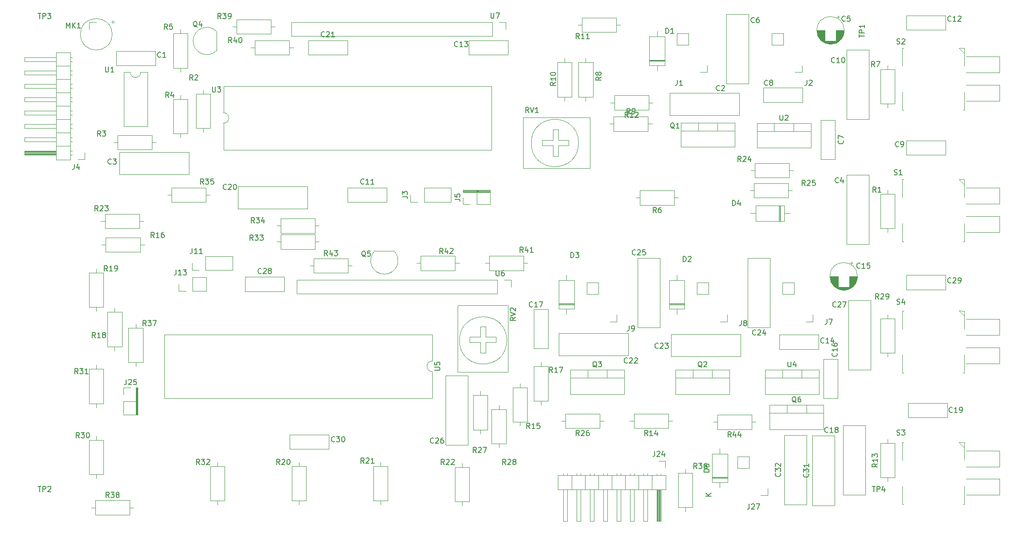
<source format=gbr>
G04 #@! TF.GenerationSoftware,KiCad,Pcbnew,(5.1.5-0-10_14)*
G04 #@! TF.CreationDate,2020-04-28T18:14:51+02:00*
G04 #@! TF.ProjectId,Main_Board_v1_1,4d61696e-5f42-46f6-9172-645f76315f31,rev?*
G04 #@! TF.SameCoordinates,Original*
G04 #@! TF.FileFunction,Legend,Top*
G04 #@! TF.FilePolarity,Positive*
%FSLAX46Y46*%
G04 Gerber Fmt 4.6, Leading zero omitted, Abs format (unit mm)*
G04 Created by KiCad (PCBNEW (5.1.5-0-10_14)) date 2020-04-28 18:14:51*
%MOMM*%
%LPD*%
G04 APERTURE LIST*
%ADD10C,0.120000*%
%ADD11C,0.150000*%
G04 APERTURE END LIST*
D10*
X94249376Y-78530905D02*
G75*
G03X96087854Y-82969383I1838478J-1838478D01*
G01*
X97926332Y-78530905D02*
G75*
G02X96087854Y-82969383I-1838478J-1838478D01*
G01*
X97887854Y-78519383D02*
X94287854Y-78519383D01*
X64196332Y-36760905D02*
G75*
G03X59757854Y-38599383I-1838478J-1838478D01*
G01*
X64196332Y-40437861D02*
G75*
G02X59757854Y-38599383I-1838478J1838478D01*
G01*
X64207854Y-40399383D02*
X64207854Y-36799383D01*
X158572854Y-111101383D02*
X159342854Y-111101383D01*
X166652854Y-111101383D02*
X165882854Y-111101383D01*
X159342854Y-112471383D02*
X165882854Y-112471383D01*
X159342854Y-109731383D02*
X159342854Y-112471383D01*
X165882854Y-109731383D02*
X159342854Y-109731383D01*
X165882854Y-112471383D02*
X165882854Y-109731383D01*
X176274854Y-107831383D02*
X176274854Y-109341383D01*
X172573854Y-107831383D02*
X172573854Y-109341383D01*
X169303854Y-109341383D02*
X179543854Y-109341383D01*
X179543854Y-107831383D02*
X179543854Y-112472383D01*
X169303854Y-107831383D02*
X169303854Y-112472383D01*
X169303854Y-112472383D02*
X179543854Y-112472383D01*
X169303854Y-107831383D02*
X179543854Y-107831383D01*
X168949854Y-125058383D02*
X167619854Y-125058383D01*
X168949854Y-123728383D02*
X168949854Y-125058383D01*
X165419854Y-119828383D02*
X163219854Y-119828383D01*
X163219854Y-119828383D02*
X163219854Y-117658383D01*
X165419854Y-119828383D02*
X165419854Y-117658383D01*
X165419854Y-117658383D02*
X163219854Y-117658383D01*
X158348854Y-121804383D02*
X161288854Y-121804383D01*
X158348854Y-121564383D02*
X161288854Y-121564383D01*
X158348854Y-121684383D02*
X161288854Y-121684383D01*
X159818854Y-116124383D02*
X159818854Y-117144383D01*
X159818854Y-123604383D02*
X159818854Y-122584383D01*
X158348854Y-117144383D02*
X158348854Y-122584383D01*
X161288854Y-117144383D02*
X158348854Y-117144383D01*
X161288854Y-122584383D02*
X161288854Y-117144383D01*
X158348854Y-122584383D02*
X161288854Y-122584383D01*
X172049854Y-113578383D02*
X176289854Y-113578383D01*
X172049854Y-126818383D02*
X176289854Y-126818383D01*
X176289854Y-126818383D02*
X176289854Y-113578383D01*
X172049854Y-126818383D02*
X172049854Y-113578383D01*
X177383854Y-113705383D02*
X181623854Y-113705383D01*
X177383854Y-126945383D02*
X181623854Y-126945383D01*
X181623854Y-126945383D02*
X181623854Y-113705383D01*
X177383854Y-126945383D02*
X177383854Y-113705383D01*
X49157854Y-109669383D02*
X49157854Y-107069383D01*
X48857854Y-109669383D02*
X49157854Y-109669383D01*
X48857854Y-104569383D02*
X48857854Y-109669383D01*
X48957854Y-104569383D02*
X48857854Y-104569383D01*
X49157854Y-107169383D02*
X49057854Y-107469383D01*
X49157854Y-104569383D02*
X49157854Y-107169383D01*
X49057854Y-104569383D02*
X49157854Y-104569383D01*
X49057854Y-109669383D02*
X49057854Y-104569383D01*
X49257854Y-109669383D02*
X49057854Y-109669383D01*
X49257854Y-104569383D02*
X49257854Y-109669383D01*
X48957854Y-104569383D02*
X49257854Y-104569383D01*
X48957854Y-109669383D02*
X48957854Y-104569383D01*
X46527854Y-104539383D02*
X47857854Y-104539383D01*
X46527854Y-105869383D02*
X46527854Y-104539383D01*
X46527854Y-107139383D02*
X49187854Y-107139383D01*
X49187854Y-107139383D02*
X49187854Y-109739383D01*
X46527854Y-107139383D02*
X46527854Y-109739383D01*
X46527854Y-109739383D02*
X49187854Y-109739383D01*
X116157854Y-67069383D02*
X113557854Y-67069383D01*
X116157854Y-67369383D02*
X116157854Y-67069383D01*
X111057854Y-67369383D02*
X116157854Y-67369383D01*
X111057854Y-67269383D02*
X111057854Y-67369383D01*
X113657854Y-67069383D02*
X113957854Y-67169383D01*
X111057854Y-67069383D02*
X113657854Y-67069383D01*
X111057854Y-67169383D02*
X111057854Y-67069383D01*
X116157854Y-67169383D02*
X111057854Y-67169383D01*
X116157854Y-66969383D02*
X116157854Y-67169383D01*
X111057854Y-66969383D02*
X116157854Y-66969383D01*
X111057854Y-67269383D02*
X111057854Y-66969383D01*
X116157854Y-67269383D02*
X111057854Y-67269383D01*
X111027854Y-69699383D02*
X111027854Y-68369383D01*
X112357854Y-69699383D02*
X111027854Y-69699383D01*
X113627854Y-69699383D02*
X113627854Y-67039383D01*
X113627854Y-67039383D02*
X116227854Y-67039383D01*
X113627854Y-69699383D02*
X116227854Y-69699383D01*
X116227854Y-69699383D02*
X116227854Y-67039383D01*
X44807854Y-34969383D02*
X44207854Y-34969383D01*
X44507854Y-34969383D02*
X44807854Y-34969383D01*
X44507854Y-34669383D02*
X44507854Y-35269383D01*
X44357854Y-37319383D02*
G75*
G03X44357854Y-37319383I-3000000J0D01*
G01*
X40027854Y-35039383D02*
X41357854Y-35039383D01*
X40027854Y-36369383D02*
X40027854Y-35039383D01*
X119187854Y-35039383D02*
X119187854Y-36369383D01*
X117857854Y-35039383D02*
X119187854Y-35039383D01*
X116587854Y-35039383D02*
X116587854Y-37699383D01*
X116587854Y-37699383D02*
X78427854Y-37699383D01*
X116587854Y-35039383D02*
X78427854Y-35039383D01*
X78427854Y-35039383D02*
X78427854Y-37699383D01*
X120187854Y-84039383D02*
X120187854Y-85369383D01*
X118857854Y-84039383D02*
X120187854Y-84039383D01*
X117587854Y-84039383D02*
X117587854Y-86699383D01*
X117587854Y-86699383D02*
X79427854Y-86699383D01*
X117587854Y-84039383D02*
X79427854Y-84039383D01*
X79427854Y-84039383D02*
X79427854Y-86699383D01*
X112320854Y-94933383D02*
X112320854Y-95933383D01*
X114320854Y-94933383D02*
X112320854Y-94933383D01*
X114320854Y-92933383D02*
X114320854Y-94933383D01*
X115320854Y-92933383D02*
X114320854Y-92933383D01*
X115320854Y-94933383D02*
X115320854Y-92933383D01*
X117320854Y-94933383D02*
X115320854Y-94933383D01*
X117320854Y-95933383D02*
X117320854Y-94933383D01*
X115320854Y-95933383D02*
X117320854Y-95933383D01*
X115320854Y-97933383D02*
X115320854Y-95933383D01*
X114320854Y-97933383D02*
X115320854Y-97933383D01*
X114320854Y-95933383D02*
X114320854Y-97933383D01*
X112320854Y-95933383D02*
X114320854Y-95933383D01*
X119351982Y-95564511D02*
G75*
G03X119351982Y-95564511I-4500000J0D01*
G01*
X110020854Y-101573383D02*
X119620854Y-101573383D01*
X110020854Y-88883383D02*
X119620854Y-88883383D01*
X119620854Y-101573383D02*
X119620854Y-88883383D01*
X110020854Y-92033383D02*
X110020854Y-88883383D01*
X110020854Y-101573383D02*
X110020854Y-92033383D01*
X129123854Y-55475383D02*
X128123854Y-55475383D01*
X129123854Y-57475383D02*
X129123854Y-55475383D01*
X131123854Y-57475383D02*
X129123854Y-57475383D01*
X131123854Y-58475383D02*
X131123854Y-57475383D01*
X129123854Y-58475383D02*
X131123854Y-58475383D01*
X129123854Y-60475383D02*
X129123854Y-58475383D01*
X128123854Y-60475383D02*
X129123854Y-60475383D01*
X128123854Y-58475383D02*
X128123854Y-60475383D01*
X126123854Y-58475383D02*
X128123854Y-58475383D01*
X126123854Y-57475383D02*
X126123854Y-58475383D01*
X128123854Y-57475383D02*
X126123854Y-57475383D01*
X128123854Y-55475383D02*
X128123854Y-57475383D01*
X132992726Y-58006511D02*
G75*
G03X132992726Y-58006511I-4500000J0D01*
G01*
X122483854Y-53175383D02*
X122483854Y-62775383D01*
X135173854Y-53175383D02*
X135173854Y-62775383D01*
X122483854Y-62775383D02*
X135173854Y-62775383D01*
X132023854Y-53175383D02*
X135173854Y-53175383D01*
X122483854Y-53175383D02*
X132023854Y-53175383D01*
X89977854Y-81369383D02*
X89207854Y-81369383D01*
X81897854Y-81369383D02*
X82667854Y-81369383D01*
X89207854Y-79999383D02*
X82667854Y-79999383D01*
X89207854Y-82739383D02*
X89207854Y-79999383D01*
X82667854Y-82739383D02*
X89207854Y-82739383D01*
X82667854Y-79999383D02*
X82667854Y-82739383D01*
X102237854Y-80869383D02*
X103007854Y-80869383D01*
X110317854Y-80869383D02*
X109547854Y-80869383D01*
X103007854Y-82239383D02*
X109547854Y-82239383D01*
X103007854Y-79499383D02*
X103007854Y-82239383D01*
X109547854Y-79499383D02*
X103007854Y-79499383D01*
X109547854Y-82239383D02*
X109547854Y-79499383D01*
X115237854Y-80869383D02*
X116007854Y-80869383D01*
X123317854Y-80869383D02*
X122547854Y-80869383D01*
X116007854Y-82239383D02*
X122547854Y-82239383D01*
X116007854Y-79499383D02*
X116007854Y-82239383D01*
X122547854Y-79499383D02*
X116007854Y-79499383D01*
X122547854Y-82239383D02*
X122547854Y-79499383D01*
X70737854Y-39869383D02*
X71507854Y-39869383D01*
X78817854Y-39869383D02*
X78047854Y-39869383D01*
X71507854Y-41239383D02*
X78047854Y-41239383D01*
X71507854Y-38499383D02*
X71507854Y-41239383D01*
X78047854Y-38499383D02*
X71507854Y-38499383D01*
X78047854Y-41239383D02*
X78047854Y-38499383D01*
X67237854Y-35869383D02*
X68007854Y-35869383D01*
X75317854Y-35869383D02*
X74547854Y-35869383D01*
X68007854Y-37239383D02*
X74547854Y-37239383D01*
X68007854Y-34499383D02*
X68007854Y-37239383D01*
X74547854Y-34499383D02*
X68007854Y-34499383D01*
X74547854Y-37239383D02*
X74547854Y-34499383D01*
X206281854Y-39940383D02*
X206295854Y-40947383D01*
X205279854Y-39931383D02*
X206281854Y-39940383D01*
X206295854Y-40947383D02*
X205279854Y-39931383D01*
X212976054Y-44579583D02*
X212976054Y-41531583D01*
X212976054Y-41531583D02*
X206626054Y-41531583D01*
X206626054Y-44579583D02*
X212976054Y-44579583D01*
X212950654Y-46941783D02*
X206600654Y-46941783D01*
X212950654Y-49989783D02*
X212950654Y-46941783D01*
X206600654Y-49989783D02*
X212950654Y-49989783D01*
X194498854Y-48313383D02*
X194498854Y-51733383D01*
X194498854Y-51733383D02*
X194788854Y-51733383D01*
X194498854Y-43360383D02*
X194498854Y-39940383D01*
X194498854Y-39940383D02*
X194788854Y-39940383D01*
X206281854Y-48313383D02*
X206281854Y-51733383D01*
X206281854Y-51733383D02*
X205991854Y-51733383D01*
X206281854Y-43360383D02*
X206281854Y-39940383D01*
X206281854Y-39940383D02*
X205991854Y-39940383D01*
X206281854Y-114940383D02*
X206295854Y-115947383D01*
X205279854Y-114931383D02*
X206281854Y-114940383D01*
X206295854Y-115947383D02*
X205279854Y-114931383D01*
X212976054Y-119579583D02*
X212976054Y-116531583D01*
X212976054Y-116531583D02*
X206626054Y-116531583D01*
X206626054Y-119579583D02*
X212976054Y-119579583D01*
X212950654Y-121941783D02*
X206600654Y-121941783D01*
X212950654Y-124989783D02*
X212950654Y-121941783D01*
X206600654Y-124989783D02*
X212950654Y-124989783D01*
X194498854Y-123313383D02*
X194498854Y-126733383D01*
X194498854Y-126733383D02*
X194788854Y-126733383D01*
X194498854Y-118360383D02*
X194498854Y-114940383D01*
X194498854Y-114940383D02*
X194788854Y-114940383D01*
X206281854Y-123313383D02*
X206281854Y-126733383D01*
X206281854Y-126733383D02*
X205991854Y-126733383D01*
X206281854Y-118360383D02*
X206281854Y-114940383D01*
X206281854Y-114940383D02*
X205991854Y-114940383D01*
X48477854Y-127369383D02*
X47707854Y-127369383D01*
X40397854Y-127369383D02*
X41167854Y-127369383D01*
X47707854Y-125999383D02*
X41167854Y-125999383D01*
X47707854Y-128739383D02*
X47707854Y-125999383D01*
X41167854Y-128739383D02*
X47707854Y-128739383D01*
X41167854Y-125999383D02*
X41167854Y-128739383D01*
X48857854Y-100489383D02*
X48857854Y-99719383D01*
X48857854Y-92409383D02*
X48857854Y-93179383D01*
X50227854Y-99719383D02*
X50227854Y-93179383D01*
X47487854Y-99719383D02*
X50227854Y-99719383D01*
X47487854Y-93179383D02*
X47487854Y-99719383D01*
X50227854Y-93179383D02*
X47487854Y-93179383D01*
X153307854Y-120049383D02*
X153307854Y-120819383D01*
X153307854Y-128129383D02*
X153307854Y-127359383D01*
X151937854Y-120819383D02*
X151937854Y-127359383D01*
X154677854Y-120819383D02*
X151937854Y-120819383D01*
X154677854Y-127359383D02*
X154677854Y-120819383D01*
X151937854Y-127359383D02*
X154677854Y-127359383D01*
X62977854Y-67869383D02*
X62207854Y-67869383D01*
X54897854Y-67869383D02*
X55667854Y-67869383D01*
X62207854Y-66499383D02*
X55667854Y-66499383D01*
X62207854Y-69239383D02*
X62207854Y-66499383D01*
X55667854Y-69239383D02*
X62207854Y-69239383D01*
X55667854Y-66499383D02*
X55667854Y-69239383D01*
X78137854Y-116239383D02*
X78137854Y-113499383D01*
X85577854Y-116239383D02*
X85577854Y-113499383D01*
X85577854Y-113499383D02*
X78137854Y-113499383D01*
X85577854Y-116239383D02*
X78137854Y-116239383D01*
X195287854Y-85889383D02*
X195287854Y-83149383D01*
X202727854Y-85889383D02*
X202727854Y-83149383D01*
X202727854Y-83149383D02*
X195287854Y-83149383D01*
X202727854Y-85889383D02*
X195287854Y-85889383D01*
X69637854Y-86239383D02*
X69637854Y-83499383D01*
X77077854Y-86239383D02*
X77077854Y-83499383D01*
X77077854Y-83499383D02*
X69637854Y-83499383D01*
X77077854Y-86239383D02*
X69637854Y-86239383D01*
X184237854Y-87916049D02*
X188477854Y-87916049D01*
X184237854Y-101156049D02*
X188477854Y-101156049D01*
X188477854Y-101156049D02*
X188477854Y-87916049D01*
X184237854Y-101156049D02*
X184237854Y-87916049D01*
X111977854Y-115489383D02*
X107737854Y-115489383D01*
X111977854Y-102249383D02*
X107737854Y-102249383D01*
X107737854Y-102249383D02*
X107737854Y-115489383D01*
X111977854Y-102249383D02*
X111977854Y-115489383D01*
X144187854Y-79899383D02*
X148427854Y-79899383D01*
X144187854Y-93139383D02*
X148427854Y-93139383D01*
X148427854Y-93139383D02*
X148427854Y-79899383D01*
X144187854Y-93139383D02*
X144187854Y-79899383D01*
X165162854Y-79899383D02*
X169402854Y-79899383D01*
X165162854Y-93139383D02*
X169402854Y-93139383D01*
X169402854Y-93139383D02*
X169402854Y-79899383D01*
X165162854Y-93139383D02*
X165162854Y-79899383D01*
X163777854Y-94349383D02*
X163777854Y-98589383D01*
X150537854Y-94349383D02*
X150537854Y-98589383D01*
X150537854Y-98589383D02*
X163777854Y-98589383D01*
X150537854Y-94349383D02*
X163777854Y-94349383D01*
X142477854Y-94249383D02*
X142477854Y-98489383D01*
X129237854Y-94249383D02*
X129237854Y-98489383D01*
X129237854Y-98489383D02*
X142477854Y-98489383D01*
X129237854Y-94249383D02*
X142477854Y-94249383D01*
X89077854Y-38499383D02*
X89077854Y-41239383D01*
X81637854Y-38499383D02*
X81637854Y-41239383D01*
X81637854Y-41239383D02*
X89077854Y-41239383D01*
X81637854Y-38499383D02*
X89077854Y-38499383D01*
X68237854Y-70489383D02*
X68237854Y-66249383D01*
X81477854Y-70489383D02*
X81477854Y-66249383D01*
X81477854Y-66249383D02*
X68237854Y-66249383D01*
X81477854Y-70489383D02*
X68237854Y-70489383D01*
X195637854Y-110239383D02*
X195637854Y-107499383D01*
X203077854Y-110239383D02*
X203077854Y-107499383D01*
X203077854Y-107499383D02*
X195637854Y-107499383D01*
X203077854Y-110239383D02*
X195637854Y-110239383D01*
X183237854Y-111749383D02*
X187477854Y-111749383D01*
X183237854Y-124989383D02*
X187477854Y-124989383D01*
X187477854Y-124989383D02*
X187477854Y-111749383D01*
X183237854Y-124989383D02*
X183237854Y-111749383D01*
X124487854Y-89649383D02*
X127227854Y-89649383D01*
X124487854Y-97089383D02*
X127227854Y-97089383D01*
X127227854Y-97089383D02*
X127227854Y-89649383D01*
X124487854Y-97089383D02*
X124487854Y-89649383D01*
X179530854Y-99166383D02*
X182270854Y-99166383D01*
X179530854Y-106606383D02*
X182270854Y-106606383D01*
X182270854Y-106606383D02*
X182270854Y-99166383D01*
X179530854Y-106606383D02*
X179530854Y-99166383D01*
X185082854Y-80814608D02*
X184582854Y-80814608D01*
X184832854Y-80564608D02*
X184832854Y-81064608D01*
X183641854Y-85970383D02*
X183073854Y-85970383D01*
X183875854Y-85930383D02*
X182839854Y-85930383D01*
X184034854Y-85890383D02*
X182680854Y-85890383D01*
X184162854Y-85850383D02*
X182552854Y-85850383D01*
X184272854Y-85810383D02*
X182442854Y-85810383D01*
X184368854Y-85770383D02*
X182346854Y-85770383D01*
X184455854Y-85730383D02*
X182259854Y-85730383D01*
X184535854Y-85690383D02*
X182179854Y-85690383D01*
X184608854Y-85650383D02*
X182106854Y-85650383D01*
X184676854Y-85610383D02*
X182038854Y-85610383D01*
X184740854Y-85570383D02*
X181974854Y-85570383D01*
X184800854Y-85530383D02*
X181914854Y-85530383D01*
X184857854Y-85490383D02*
X181857854Y-85490383D01*
X184911854Y-85450383D02*
X181803854Y-85450383D01*
X184962854Y-85410383D02*
X181752854Y-85410383D01*
X182317854Y-85370383D02*
X181704854Y-85370383D01*
X185010854Y-85370383D02*
X184397854Y-85370383D01*
X182317854Y-85330383D02*
X181658854Y-85330383D01*
X185056854Y-85330383D02*
X184397854Y-85330383D01*
X182317854Y-85290383D02*
X181614854Y-85290383D01*
X185100854Y-85290383D02*
X184397854Y-85290383D01*
X182317854Y-85250383D02*
X181572854Y-85250383D01*
X185142854Y-85250383D02*
X184397854Y-85250383D01*
X182317854Y-85210383D02*
X181531854Y-85210383D01*
X185183854Y-85210383D02*
X184397854Y-85210383D01*
X182317854Y-85170383D02*
X181493854Y-85170383D01*
X185221854Y-85170383D02*
X184397854Y-85170383D01*
X182317854Y-85130383D02*
X181456854Y-85130383D01*
X185258854Y-85130383D02*
X184397854Y-85130383D01*
X182317854Y-85090383D02*
X181420854Y-85090383D01*
X185294854Y-85090383D02*
X184397854Y-85090383D01*
X182317854Y-85050383D02*
X181386854Y-85050383D01*
X185328854Y-85050383D02*
X184397854Y-85050383D01*
X182317854Y-85010383D02*
X181353854Y-85010383D01*
X185361854Y-85010383D02*
X184397854Y-85010383D01*
X182317854Y-84970383D02*
X181322854Y-84970383D01*
X185392854Y-84970383D02*
X184397854Y-84970383D01*
X182317854Y-84930383D02*
X181292854Y-84930383D01*
X185422854Y-84930383D02*
X184397854Y-84930383D01*
X182317854Y-84890383D02*
X181262854Y-84890383D01*
X185452854Y-84890383D02*
X184397854Y-84890383D01*
X182317854Y-84850383D02*
X181235854Y-84850383D01*
X185479854Y-84850383D02*
X184397854Y-84850383D01*
X182317854Y-84810383D02*
X181208854Y-84810383D01*
X185506854Y-84810383D02*
X184397854Y-84810383D01*
X182317854Y-84770383D02*
X181182854Y-84770383D01*
X185532854Y-84770383D02*
X184397854Y-84770383D01*
X182317854Y-84730383D02*
X181157854Y-84730383D01*
X185557854Y-84730383D02*
X184397854Y-84730383D01*
X182317854Y-84690383D02*
X181133854Y-84690383D01*
X185581854Y-84690383D02*
X184397854Y-84690383D01*
X182317854Y-84650383D02*
X181110854Y-84650383D01*
X185604854Y-84650383D02*
X184397854Y-84650383D01*
X182317854Y-84610383D02*
X181089854Y-84610383D01*
X185625854Y-84610383D02*
X184397854Y-84610383D01*
X182317854Y-84570383D02*
X181067854Y-84570383D01*
X185647854Y-84570383D02*
X184397854Y-84570383D01*
X182317854Y-84530383D02*
X181047854Y-84530383D01*
X185667854Y-84530383D02*
X184397854Y-84530383D01*
X182317854Y-84490383D02*
X181028854Y-84490383D01*
X185686854Y-84490383D02*
X184397854Y-84490383D01*
X182317854Y-84450383D02*
X181009854Y-84450383D01*
X185705854Y-84450383D02*
X184397854Y-84450383D01*
X182317854Y-84410383D02*
X180992854Y-84410383D01*
X185722854Y-84410383D02*
X184397854Y-84410383D01*
X182317854Y-84370383D02*
X180975854Y-84370383D01*
X185739854Y-84370383D02*
X184397854Y-84370383D01*
X182317854Y-84330383D02*
X180959854Y-84330383D01*
X185755854Y-84330383D02*
X184397854Y-84330383D01*
X182317854Y-84290383D02*
X180943854Y-84290383D01*
X185771854Y-84290383D02*
X184397854Y-84290383D01*
X182317854Y-84250383D02*
X180929854Y-84250383D01*
X185785854Y-84250383D02*
X184397854Y-84250383D01*
X182317854Y-84210383D02*
X180915854Y-84210383D01*
X185799854Y-84210383D02*
X184397854Y-84210383D01*
X182317854Y-84170383D02*
X180902854Y-84170383D01*
X185812854Y-84170383D02*
X184397854Y-84170383D01*
X182317854Y-84130383D02*
X180889854Y-84130383D01*
X185825854Y-84130383D02*
X184397854Y-84130383D01*
X182317854Y-84090383D02*
X180877854Y-84090383D01*
X185837854Y-84090383D02*
X184397854Y-84090383D01*
X182317854Y-84049383D02*
X180866854Y-84049383D01*
X185848854Y-84049383D02*
X184397854Y-84049383D01*
X182317854Y-84009383D02*
X180856854Y-84009383D01*
X185858854Y-84009383D02*
X184397854Y-84009383D01*
X182317854Y-83969383D02*
X180846854Y-83969383D01*
X185868854Y-83969383D02*
X184397854Y-83969383D01*
X182317854Y-83929383D02*
X180837854Y-83929383D01*
X185877854Y-83929383D02*
X184397854Y-83929383D01*
X182317854Y-83889383D02*
X180829854Y-83889383D01*
X185885854Y-83889383D02*
X184397854Y-83889383D01*
X182317854Y-83849383D02*
X180821854Y-83849383D01*
X185893854Y-83849383D02*
X184397854Y-83849383D01*
X182317854Y-83809383D02*
X180814854Y-83809383D01*
X185900854Y-83809383D02*
X184397854Y-83809383D01*
X182317854Y-83769383D02*
X180807854Y-83769383D01*
X185907854Y-83769383D02*
X184397854Y-83769383D01*
X182317854Y-83729383D02*
X180801854Y-83729383D01*
X185913854Y-83729383D02*
X184397854Y-83729383D01*
X182317854Y-83689383D02*
X180796854Y-83689383D01*
X185918854Y-83689383D02*
X184397854Y-83689383D01*
X182317854Y-83649383D02*
X180792854Y-83649383D01*
X185922854Y-83649383D02*
X184397854Y-83649383D01*
X182317854Y-83609383D02*
X180788854Y-83609383D01*
X185926854Y-83609383D02*
X184397854Y-83609383D01*
X182317854Y-83569383D02*
X180784854Y-83569383D01*
X185930854Y-83569383D02*
X184397854Y-83569383D01*
X182317854Y-83529383D02*
X180781854Y-83529383D01*
X185933854Y-83529383D02*
X184397854Y-83529383D01*
X182317854Y-83489383D02*
X180779854Y-83489383D01*
X185935854Y-83489383D02*
X184397854Y-83489383D01*
X182317854Y-83449383D02*
X180778854Y-83449383D01*
X185936854Y-83449383D02*
X184397854Y-83449383D01*
X185937854Y-83409383D02*
X184397854Y-83409383D01*
X182317854Y-83409383D02*
X180777854Y-83409383D01*
X185937854Y-83369383D02*
X184397854Y-83369383D01*
X182317854Y-83369383D02*
X180777854Y-83369383D01*
X185977854Y-83369383D02*
G75*
G03X185977854Y-83369383I-2620000J0D01*
G01*
X178577854Y-94499383D02*
X178577854Y-97239383D01*
X171137854Y-94499383D02*
X171137854Y-97239383D01*
X171137854Y-97239383D02*
X178577854Y-97239383D01*
X171137854Y-94499383D02*
X178577854Y-94499383D01*
X119577854Y-38499383D02*
X119577854Y-41239383D01*
X112137854Y-38499383D02*
X112137854Y-41239383D01*
X112137854Y-41239383D02*
X119577854Y-41239383D01*
X112137854Y-38499383D02*
X119577854Y-38499383D01*
X195287854Y-36489383D02*
X195287854Y-33749383D01*
X202727854Y-36489383D02*
X202727854Y-33749383D01*
X202727854Y-33749383D02*
X195287854Y-33749383D01*
X202727854Y-36489383D02*
X195287854Y-36489383D01*
X96577854Y-66499383D02*
X96577854Y-69239383D01*
X89137854Y-66499383D02*
X89137854Y-69239383D01*
X89137854Y-69239383D02*
X96577854Y-69239383D01*
X89137854Y-66499383D02*
X96577854Y-66499383D01*
X183937854Y-40249383D02*
X188177854Y-40249383D01*
X183937854Y-53489383D02*
X188177854Y-53489383D01*
X188177854Y-53489383D02*
X188177854Y-40249383D01*
X183937854Y-53489383D02*
X183937854Y-40249383D01*
X195287854Y-60289383D02*
X195287854Y-57549383D01*
X202727854Y-60289383D02*
X202727854Y-57549383D01*
X202727854Y-57549383D02*
X195287854Y-57549383D01*
X202727854Y-60289383D02*
X195287854Y-60289383D01*
X175577854Y-47499383D02*
X175577854Y-50239383D01*
X168137854Y-47499383D02*
X168137854Y-50239383D01*
X168137854Y-50239383D02*
X175577854Y-50239383D01*
X168137854Y-47499383D02*
X175577854Y-47499383D01*
X181727854Y-61089383D02*
X178987854Y-61089383D01*
X181727854Y-53649383D02*
X178987854Y-53649383D01*
X178987854Y-53649383D02*
X178987854Y-61089383D01*
X181727854Y-53649383D02*
X181727854Y-61089383D01*
X161047854Y-33499383D02*
X165287854Y-33499383D01*
X161047854Y-46739383D02*
X165287854Y-46739383D01*
X165287854Y-46739383D02*
X165287854Y-33499383D01*
X161047854Y-46739383D02*
X161047854Y-33499383D01*
X182582854Y-34014608D02*
X182082854Y-34014608D01*
X182332854Y-33764608D02*
X182332854Y-34264608D01*
X181141854Y-39170383D02*
X180573854Y-39170383D01*
X181375854Y-39130383D02*
X180339854Y-39130383D01*
X181534854Y-39090383D02*
X180180854Y-39090383D01*
X181662854Y-39050383D02*
X180052854Y-39050383D01*
X181772854Y-39010383D02*
X179942854Y-39010383D01*
X181868854Y-38970383D02*
X179846854Y-38970383D01*
X181955854Y-38930383D02*
X179759854Y-38930383D01*
X182035854Y-38890383D02*
X179679854Y-38890383D01*
X182108854Y-38850383D02*
X179606854Y-38850383D01*
X182176854Y-38810383D02*
X179538854Y-38810383D01*
X182240854Y-38770383D02*
X179474854Y-38770383D01*
X182300854Y-38730383D02*
X179414854Y-38730383D01*
X182357854Y-38690383D02*
X179357854Y-38690383D01*
X182411854Y-38650383D02*
X179303854Y-38650383D01*
X182462854Y-38610383D02*
X179252854Y-38610383D01*
X179817854Y-38570383D02*
X179204854Y-38570383D01*
X182510854Y-38570383D02*
X181897854Y-38570383D01*
X179817854Y-38530383D02*
X179158854Y-38530383D01*
X182556854Y-38530383D02*
X181897854Y-38530383D01*
X179817854Y-38490383D02*
X179114854Y-38490383D01*
X182600854Y-38490383D02*
X181897854Y-38490383D01*
X179817854Y-38450383D02*
X179072854Y-38450383D01*
X182642854Y-38450383D02*
X181897854Y-38450383D01*
X179817854Y-38410383D02*
X179031854Y-38410383D01*
X182683854Y-38410383D02*
X181897854Y-38410383D01*
X179817854Y-38370383D02*
X178993854Y-38370383D01*
X182721854Y-38370383D02*
X181897854Y-38370383D01*
X179817854Y-38330383D02*
X178956854Y-38330383D01*
X182758854Y-38330383D02*
X181897854Y-38330383D01*
X179817854Y-38290383D02*
X178920854Y-38290383D01*
X182794854Y-38290383D02*
X181897854Y-38290383D01*
X179817854Y-38250383D02*
X178886854Y-38250383D01*
X182828854Y-38250383D02*
X181897854Y-38250383D01*
X179817854Y-38210383D02*
X178853854Y-38210383D01*
X182861854Y-38210383D02*
X181897854Y-38210383D01*
X179817854Y-38170383D02*
X178822854Y-38170383D01*
X182892854Y-38170383D02*
X181897854Y-38170383D01*
X179817854Y-38130383D02*
X178792854Y-38130383D01*
X182922854Y-38130383D02*
X181897854Y-38130383D01*
X179817854Y-38090383D02*
X178762854Y-38090383D01*
X182952854Y-38090383D02*
X181897854Y-38090383D01*
X179817854Y-38050383D02*
X178735854Y-38050383D01*
X182979854Y-38050383D02*
X181897854Y-38050383D01*
X179817854Y-38010383D02*
X178708854Y-38010383D01*
X183006854Y-38010383D02*
X181897854Y-38010383D01*
X179817854Y-37970383D02*
X178682854Y-37970383D01*
X183032854Y-37970383D02*
X181897854Y-37970383D01*
X179817854Y-37930383D02*
X178657854Y-37930383D01*
X183057854Y-37930383D02*
X181897854Y-37930383D01*
X179817854Y-37890383D02*
X178633854Y-37890383D01*
X183081854Y-37890383D02*
X181897854Y-37890383D01*
X179817854Y-37850383D02*
X178610854Y-37850383D01*
X183104854Y-37850383D02*
X181897854Y-37850383D01*
X179817854Y-37810383D02*
X178589854Y-37810383D01*
X183125854Y-37810383D02*
X181897854Y-37810383D01*
X179817854Y-37770383D02*
X178567854Y-37770383D01*
X183147854Y-37770383D02*
X181897854Y-37770383D01*
X179817854Y-37730383D02*
X178547854Y-37730383D01*
X183167854Y-37730383D02*
X181897854Y-37730383D01*
X179817854Y-37690383D02*
X178528854Y-37690383D01*
X183186854Y-37690383D02*
X181897854Y-37690383D01*
X179817854Y-37650383D02*
X178509854Y-37650383D01*
X183205854Y-37650383D02*
X181897854Y-37650383D01*
X179817854Y-37610383D02*
X178492854Y-37610383D01*
X183222854Y-37610383D02*
X181897854Y-37610383D01*
X179817854Y-37570383D02*
X178475854Y-37570383D01*
X183239854Y-37570383D02*
X181897854Y-37570383D01*
X179817854Y-37530383D02*
X178459854Y-37530383D01*
X183255854Y-37530383D02*
X181897854Y-37530383D01*
X179817854Y-37490383D02*
X178443854Y-37490383D01*
X183271854Y-37490383D02*
X181897854Y-37490383D01*
X179817854Y-37450383D02*
X178429854Y-37450383D01*
X183285854Y-37450383D02*
X181897854Y-37450383D01*
X179817854Y-37410383D02*
X178415854Y-37410383D01*
X183299854Y-37410383D02*
X181897854Y-37410383D01*
X179817854Y-37370383D02*
X178402854Y-37370383D01*
X183312854Y-37370383D02*
X181897854Y-37370383D01*
X179817854Y-37330383D02*
X178389854Y-37330383D01*
X183325854Y-37330383D02*
X181897854Y-37330383D01*
X179817854Y-37290383D02*
X178377854Y-37290383D01*
X183337854Y-37290383D02*
X181897854Y-37290383D01*
X179817854Y-37249383D02*
X178366854Y-37249383D01*
X183348854Y-37249383D02*
X181897854Y-37249383D01*
X179817854Y-37209383D02*
X178356854Y-37209383D01*
X183358854Y-37209383D02*
X181897854Y-37209383D01*
X179817854Y-37169383D02*
X178346854Y-37169383D01*
X183368854Y-37169383D02*
X181897854Y-37169383D01*
X179817854Y-37129383D02*
X178337854Y-37129383D01*
X183377854Y-37129383D02*
X181897854Y-37129383D01*
X179817854Y-37089383D02*
X178329854Y-37089383D01*
X183385854Y-37089383D02*
X181897854Y-37089383D01*
X179817854Y-37049383D02*
X178321854Y-37049383D01*
X183393854Y-37049383D02*
X181897854Y-37049383D01*
X179817854Y-37009383D02*
X178314854Y-37009383D01*
X183400854Y-37009383D02*
X181897854Y-37009383D01*
X179817854Y-36969383D02*
X178307854Y-36969383D01*
X183407854Y-36969383D02*
X181897854Y-36969383D01*
X179817854Y-36929383D02*
X178301854Y-36929383D01*
X183413854Y-36929383D02*
X181897854Y-36929383D01*
X179817854Y-36889383D02*
X178296854Y-36889383D01*
X183418854Y-36889383D02*
X181897854Y-36889383D01*
X179817854Y-36849383D02*
X178292854Y-36849383D01*
X183422854Y-36849383D02*
X181897854Y-36849383D01*
X179817854Y-36809383D02*
X178288854Y-36809383D01*
X183426854Y-36809383D02*
X181897854Y-36809383D01*
X179817854Y-36769383D02*
X178284854Y-36769383D01*
X183430854Y-36769383D02*
X181897854Y-36769383D01*
X179817854Y-36729383D02*
X178281854Y-36729383D01*
X183433854Y-36729383D02*
X181897854Y-36729383D01*
X179817854Y-36689383D02*
X178279854Y-36689383D01*
X183435854Y-36689383D02*
X181897854Y-36689383D01*
X179817854Y-36649383D02*
X178278854Y-36649383D01*
X183436854Y-36649383D02*
X181897854Y-36649383D01*
X183437854Y-36609383D02*
X181897854Y-36609383D01*
X179817854Y-36609383D02*
X178277854Y-36609383D01*
X183437854Y-36569383D02*
X181897854Y-36569383D01*
X179817854Y-36569383D02*
X178277854Y-36569383D01*
X183477854Y-36569383D02*
G75*
G03X183477854Y-36569383I-2620000J0D01*
G01*
X183937854Y-64082716D02*
X188177854Y-64082716D01*
X183937854Y-77322716D02*
X188177854Y-77322716D01*
X188177854Y-77322716D02*
X188177854Y-64082716D01*
X183937854Y-77322716D02*
X183937854Y-64082716D01*
X45737854Y-63989383D02*
X45737854Y-59749383D01*
X58977854Y-63989383D02*
X58977854Y-59749383D01*
X58977854Y-59749383D02*
X45737854Y-59749383D01*
X58977854Y-63989383D02*
X45737854Y-63989383D01*
X150277854Y-52769383D02*
X150277854Y-48529383D01*
X163517854Y-52769383D02*
X163517854Y-48529383D01*
X163517854Y-48529383D02*
X150277854Y-48529383D01*
X163517854Y-52769383D02*
X150277854Y-52769383D01*
X45137854Y-43239383D02*
X45137854Y-40499383D01*
X52577854Y-43239383D02*
X52577854Y-40499383D01*
X52577854Y-40499383D02*
X45137854Y-40499383D01*
X52577854Y-43239383D02*
X45137854Y-43239383D01*
X105187854Y-101489383D02*
G75*
G02X105187854Y-99489383I0J1000000D01*
G01*
X105187854Y-99489383D02*
X105187854Y-94429383D01*
X105187854Y-94429383D02*
X54267854Y-94429383D01*
X54267854Y-94429383D02*
X54267854Y-106549383D01*
X54267854Y-106549383D02*
X105187854Y-106549383D01*
X105187854Y-106549383D02*
X105187854Y-101489383D01*
X175398854Y-101139383D02*
X175398854Y-102649383D01*
X171697854Y-101139383D02*
X171697854Y-102649383D01*
X168427854Y-102649383D02*
X178667854Y-102649383D01*
X178667854Y-101139383D02*
X178667854Y-105780383D01*
X168427854Y-101139383D02*
X168427854Y-105780383D01*
X168427854Y-105780383D02*
X178667854Y-105780383D01*
X168427854Y-101139383D02*
X178667854Y-101139383D01*
X65527854Y-52249383D02*
G75*
G02X65527854Y-54249383I0J-1000000D01*
G01*
X65527854Y-54249383D02*
X65527854Y-59309383D01*
X65527854Y-59309383D02*
X116447854Y-59309383D01*
X116447854Y-59309383D02*
X116447854Y-47189383D01*
X116447854Y-47189383D02*
X65527854Y-47189383D01*
X65527854Y-47189383D02*
X65527854Y-52249383D01*
X173848854Y-54239383D02*
X173848854Y-55749383D01*
X170147854Y-54239383D02*
X170147854Y-55749383D01*
X166877854Y-55749383D02*
X177117854Y-55749383D01*
X177117854Y-54239383D02*
X177117854Y-58880383D01*
X166877854Y-54239383D02*
X166877854Y-58880383D01*
X166877854Y-58880383D02*
X177117854Y-58880383D01*
X166877854Y-54239383D02*
X177117854Y-54239383D01*
X51067854Y-44539383D02*
X49817854Y-44539383D01*
X51067854Y-54819383D02*
X51067854Y-44539383D01*
X46567854Y-54819383D02*
X51067854Y-54819383D01*
X46567854Y-44539383D02*
X46567854Y-54819383D01*
X47817854Y-44539383D02*
X46567854Y-44539383D01*
X49817854Y-44539383D02*
G75*
G02X47817854Y-44539383I-1000000J0D01*
G01*
X206281854Y-89940383D02*
X206295854Y-90947383D01*
X205279854Y-89931383D02*
X206281854Y-89940383D01*
X206295854Y-90947383D02*
X205279854Y-89931383D01*
X212976054Y-94579583D02*
X212976054Y-91531583D01*
X212976054Y-91531583D02*
X206626054Y-91531583D01*
X206626054Y-94579583D02*
X212976054Y-94579583D01*
X212950654Y-96941783D02*
X206600654Y-96941783D01*
X212950654Y-99989783D02*
X212950654Y-96941783D01*
X206600654Y-99989783D02*
X212950654Y-99989783D01*
X194498854Y-98313383D02*
X194498854Y-101733383D01*
X194498854Y-101733383D02*
X194788854Y-101733383D01*
X194498854Y-93360383D02*
X194498854Y-89940383D01*
X194498854Y-89940383D02*
X194788854Y-89940383D01*
X206281854Y-98313383D02*
X206281854Y-101733383D01*
X206281854Y-101733383D02*
X205991854Y-101733383D01*
X206281854Y-93360383D02*
X206281854Y-89940383D01*
X206281854Y-89940383D02*
X205991854Y-89940383D01*
X206281854Y-64940383D02*
X206295854Y-65947383D01*
X205279854Y-64931383D02*
X206281854Y-64940383D01*
X206295854Y-65947383D02*
X205279854Y-64931383D01*
X212976054Y-69579583D02*
X212976054Y-66531583D01*
X212976054Y-66531583D02*
X206626054Y-66531583D01*
X206626054Y-69579583D02*
X212976054Y-69579583D01*
X212950654Y-71941783D02*
X206600654Y-71941783D01*
X212950654Y-74989783D02*
X212950654Y-71941783D01*
X206600654Y-74989783D02*
X212950654Y-74989783D01*
X194498854Y-73313383D02*
X194498854Y-76733383D01*
X194498854Y-76733383D02*
X194788854Y-76733383D01*
X194498854Y-68360383D02*
X194498854Y-64940383D01*
X194498854Y-64940383D02*
X194788854Y-64940383D01*
X206281854Y-73313383D02*
X206281854Y-76733383D01*
X206281854Y-76733383D02*
X205991854Y-76733383D01*
X206281854Y-68360383D02*
X206281854Y-64940383D01*
X206281854Y-64940383D02*
X205991854Y-64940383D01*
X75641854Y-73763383D02*
X76411854Y-73763383D01*
X83721854Y-73763383D02*
X82951854Y-73763383D01*
X76411854Y-75133383D02*
X82951854Y-75133383D01*
X76411854Y-72393383D02*
X76411854Y-75133383D01*
X82951854Y-72393383D02*
X76411854Y-72393383D01*
X82951854Y-75133383D02*
X82951854Y-72393383D01*
X75641854Y-76811383D02*
X76411854Y-76811383D01*
X83721854Y-76811383D02*
X82951854Y-76811383D01*
X76411854Y-78181383D02*
X82951854Y-78181383D01*
X76411854Y-75441383D02*
X76411854Y-78181383D01*
X82951854Y-75441383D02*
X76411854Y-75441383D01*
X82951854Y-78181383D02*
X82951854Y-75441383D01*
X64357854Y-118749383D02*
X64357854Y-119519383D01*
X64357854Y-126829383D02*
X64357854Y-126059383D01*
X62987854Y-119519383D02*
X62987854Y-126059383D01*
X65727854Y-119519383D02*
X62987854Y-119519383D01*
X65727854Y-126059383D02*
X65727854Y-119519383D01*
X62987854Y-126059383D02*
X65727854Y-126059383D01*
X41357854Y-100249383D02*
X41357854Y-101019383D01*
X41357854Y-108329383D02*
X41357854Y-107559383D01*
X39987854Y-101019383D02*
X39987854Y-107559383D01*
X42727854Y-101019383D02*
X39987854Y-101019383D01*
X42727854Y-107559383D02*
X42727854Y-101019383D01*
X39987854Y-107559383D02*
X42727854Y-107559383D01*
X41357854Y-113749383D02*
X41357854Y-114519383D01*
X41357854Y-121829383D02*
X41357854Y-121059383D01*
X39987854Y-114519383D02*
X39987854Y-121059383D01*
X42727854Y-114519383D02*
X39987854Y-114519383D01*
X42727854Y-121059383D02*
X42727854Y-114519383D01*
X39987854Y-121059383D02*
X42727854Y-121059383D01*
X191707854Y-90649383D02*
X191707854Y-91419383D01*
X191707854Y-98729383D02*
X191707854Y-97959383D01*
X190337854Y-91419383D02*
X190337854Y-97959383D01*
X193077854Y-91419383D02*
X190337854Y-91419383D01*
X193077854Y-97959383D02*
X193077854Y-91419383D01*
X190337854Y-97959383D02*
X193077854Y-97959383D01*
X117857854Y-115989383D02*
X117857854Y-115219383D01*
X117857854Y-107909383D02*
X117857854Y-108679383D01*
X119227854Y-115219383D02*
X119227854Y-108679383D01*
X116487854Y-115219383D02*
X119227854Y-115219383D01*
X116487854Y-108679383D02*
X116487854Y-115219383D01*
X119227854Y-108679383D02*
X116487854Y-108679383D01*
X114357854Y-105249383D02*
X114357854Y-106019383D01*
X114357854Y-113329383D02*
X114357854Y-112559383D01*
X112987854Y-106019383D02*
X112987854Y-112559383D01*
X115727854Y-106019383D02*
X112987854Y-106019383D01*
X115727854Y-112559383D02*
X115727854Y-106019383D01*
X112987854Y-112559383D02*
X115727854Y-112559383D01*
X129737854Y-110869383D02*
X130507854Y-110869383D01*
X137817854Y-110869383D02*
X137047854Y-110869383D01*
X130507854Y-112239383D02*
X137047854Y-112239383D01*
X130507854Y-109499383D02*
X130507854Y-112239383D01*
X137047854Y-109499383D02*
X130507854Y-109499383D01*
X137047854Y-112239383D02*
X137047854Y-109499383D01*
X165557854Y-67039383D02*
X166327854Y-67039383D01*
X173637854Y-67039383D02*
X172867854Y-67039383D01*
X166327854Y-68409383D02*
X172867854Y-68409383D01*
X166327854Y-65669383D02*
X166327854Y-68409383D01*
X172867854Y-65669383D02*
X166327854Y-65669383D01*
X172867854Y-68409383D02*
X172867854Y-65669383D01*
X165707854Y-63239383D02*
X166477854Y-63239383D01*
X173787854Y-63239383D02*
X173017854Y-63239383D01*
X166477854Y-64609383D02*
X173017854Y-64609383D01*
X166477854Y-61869383D02*
X166477854Y-64609383D01*
X173017854Y-61869383D02*
X166477854Y-61869383D01*
X173017854Y-64609383D02*
X173017854Y-61869383D01*
X42237854Y-72869383D02*
X43007854Y-72869383D01*
X50317854Y-72869383D02*
X49547854Y-72869383D01*
X43007854Y-74239383D02*
X49547854Y-74239383D01*
X43007854Y-71499383D02*
X43007854Y-74239383D01*
X49547854Y-71499383D02*
X43007854Y-71499383D01*
X49547854Y-74239383D02*
X49547854Y-71499383D01*
X110857854Y-126989383D02*
X110857854Y-126219383D01*
X110857854Y-118909383D02*
X110857854Y-119679383D01*
X112227854Y-126219383D02*
X112227854Y-119679383D01*
X109487854Y-126219383D02*
X112227854Y-126219383D01*
X109487854Y-119679383D02*
X109487854Y-126219383D01*
X112227854Y-119679383D02*
X109487854Y-119679383D01*
X95357854Y-118749383D02*
X95357854Y-119519383D01*
X95357854Y-126829383D02*
X95357854Y-126059383D01*
X93987854Y-119519383D02*
X93987854Y-126059383D01*
X96727854Y-119519383D02*
X93987854Y-119519383D01*
X96727854Y-126059383D02*
X96727854Y-119519383D01*
X93987854Y-126059383D02*
X96727854Y-126059383D01*
X79857854Y-118749383D02*
X79857854Y-119519383D01*
X79857854Y-126829383D02*
X79857854Y-126059383D01*
X78487854Y-119519383D02*
X78487854Y-126059383D01*
X81227854Y-119519383D02*
X78487854Y-119519383D01*
X81227854Y-126059383D02*
X81227854Y-119519383D01*
X78487854Y-126059383D02*
X81227854Y-126059383D01*
X41357854Y-89989383D02*
X41357854Y-89219383D01*
X41357854Y-81909383D02*
X41357854Y-82679383D01*
X42727854Y-89219383D02*
X42727854Y-82679383D01*
X39987854Y-89219383D02*
X42727854Y-89219383D01*
X39987854Y-82679383D02*
X39987854Y-89219383D01*
X42727854Y-82679383D02*
X39987854Y-82679383D01*
X44857854Y-97489383D02*
X44857854Y-96719383D01*
X44857854Y-89409383D02*
X44857854Y-90179383D01*
X46227854Y-96719383D02*
X46227854Y-90179383D01*
X43487854Y-96719383D02*
X46227854Y-96719383D01*
X43487854Y-90179383D02*
X43487854Y-96719383D01*
X46227854Y-90179383D02*
X43487854Y-90179383D01*
X125857854Y-99749383D02*
X125857854Y-100519383D01*
X125857854Y-107829383D02*
X125857854Y-107059383D01*
X124487854Y-100519383D02*
X124487854Y-107059383D01*
X127227854Y-100519383D02*
X124487854Y-100519383D01*
X127227854Y-107059383D02*
X127227854Y-100519383D01*
X124487854Y-107059383D02*
X127227854Y-107059383D01*
X50477854Y-77369383D02*
X49707854Y-77369383D01*
X42397854Y-77369383D02*
X43167854Y-77369383D01*
X49707854Y-75999383D02*
X43167854Y-75999383D01*
X49707854Y-78739383D02*
X49707854Y-75999383D01*
X43167854Y-78739383D02*
X49707854Y-78739383D01*
X43167854Y-75999383D02*
X43167854Y-78739383D01*
X121857854Y-103749383D02*
X121857854Y-104519383D01*
X121857854Y-111829383D02*
X121857854Y-111059383D01*
X120487854Y-104519383D02*
X120487854Y-111059383D01*
X123227854Y-104519383D02*
X120487854Y-104519383D01*
X123227854Y-111059383D02*
X123227854Y-104519383D01*
X120487854Y-111059383D02*
X123227854Y-111059383D01*
X142737854Y-110869383D02*
X143507854Y-110869383D01*
X150817854Y-110869383D02*
X150047854Y-110869383D01*
X143507854Y-112239383D02*
X150047854Y-112239383D01*
X143507854Y-109499383D02*
X143507854Y-112239383D01*
X150047854Y-109499383D02*
X143507854Y-109499383D01*
X150047854Y-112239383D02*
X150047854Y-109499383D01*
X191707854Y-114349383D02*
X191707854Y-115119383D01*
X191707854Y-122429383D02*
X191707854Y-121659383D01*
X190337854Y-115119383D02*
X190337854Y-121659383D01*
X193077854Y-115119383D02*
X190337854Y-115119383D01*
X193077854Y-121659383D02*
X193077854Y-115119383D01*
X190337854Y-121659383D02*
X193077854Y-121659383D01*
X139037854Y-50319383D02*
X139807854Y-50319383D01*
X147117854Y-50319383D02*
X146347854Y-50319383D01*
X139807854Y-51689383D02*
X146347854Y-51689383D01*
X139807854Y-48949383D02*
X139807854Y-51689383D01*
X146347854Y-48949383D02*
X139807854Y-48949383D01*
X146347854Y-51689383D02*
X146347854Y-48949383D01*
X140927854Y-35519383D02*
X140157854Y-35519383D01*
X132847854Y-35519383D02*
X133617854Y-35519383D01*
X140157854Y-34149383D02*
X133617854Y-34149383D01*
X140157854Y-36889383D02*
X140157854Y-34149383D01*
X133617854Y-36889383D02*
X140157854Y-36889383D01*
X133617854Y-34149383D02*
X133617854Y-36889383D01*
X130357854Y-49989383D02*
X130357854Y-49219383D01*
X130357854Y-41909383D02*
X130357854Y-42679383D01*
X131727854Y-49219383D02*
X131727854Y-42679383D01*
X128987854Y-49219383D02*
X131727854Y-49219383D01*
X128987854Y-42679383D02*
X128987854Y-49219383D01*
X131727854Y-42679383D02*
X128987854Y-42679383D01*
X146977854Y-54369383D02*
X146207854Y-54369383D01*
X138897854Y-54369383D02*
X139667854Y-54369383D01*
X146207854Y-52999383D02*
X139667854Y-52999383D01*
X146207854Y-55739383D02*
X146207854Y-52999383D01*
X139667854Y-55739383D02*
X146207854Y-55739383D01*
X139667854Y-52999383D02*
X139667854Y-55739383D01*
X134357854Y-49989383D02*
X134357854Y-49219383D01*
X134357854Y-41909383D02*
X134357854Y-42679383D01*
X135727854Y-49219383D02*
X135727854Y-42679383D01*
X132987854Y-49219383D02*
X135727854Y-49219383D01*
X132987854Y-42679383D02*
X132987854Y-49219383D01*
X135727854Y-42679383D02*
X132987854Y-42679383D01*
X191707854Y-43249383D02*
X191707854Y-44019383D01*
X191707854Y-51329383D02*
X191707854Y-50559383D01*
X190337854Y-44019383D02*
X190337854Y-50559383D01*
X193077854Y-44019383D02*
X190337854Y-44019383D01*
X193077854Y-50559383D02*
X193077854Y-44019383D01*
X190337854Y-50559383D02*
X193077854Y-50559383D01*
X143887854Y-68429383D02*
X144657854Y-68429383D01*
X151967854Y-68429383D02*
X151197854Y-68429383D01*
X144657854Y-69799383D02*
X151197854Y-69799383D01*
X144657854Y-67059383D02*
X144657854Y-69799383D01*
X151197854Y-67059383D02*
X144657854Y-67059383D01*
X151197854Y-69799383D02*
X151197854Y-67059383D01*
X57357854Y-44489383D02*
X57357854Y-43719383D01*
X57357854Y-36409383D02*
X57357854Y-37179383D01*
X58727854Y-43719383D02*
X58727854Y-37179383D01*
X55987854Y-43719383D02*
X58727854Y-43719383D01*
X55987854Y-37179383D02*
X55987854Y-43719383D01*
X58727854Y-37179383D02*
X55987854Y-37179383D01*
X57357854Y-56989383D02*
X57357854Y-56219383D01*
X57357854Y-48909383D02*
X57357854Y-49679383D01*
X58727854Y-56219383D02*
X58727854Y-49679383D01*
X55987854Y-56219383D02*
X58727854Y-56219383D01*
X55987854Y-49679383D02*
X55987854Y-56219383D01*
X58727854Y-49679383D02*
X55987854Y-49679383D01*
X44637854Y-57869383D02*
X45407854Y-57869383D01*
X52717854Y-57869383D02*
X51947854Y-57869383D01*
X45407854Y-59239383D02*
X51947854Y-59239383D01*
X45407854Y-56499383D02*
X45407854Y-59239383D01*
X51947854Y-56499383D02*
X45407854Y-56499383D01*
X51947854Y-59239383D02*
X51947854Y-56499383D01*
X61647854Y-47879383D02*
X61647854Y-48649383D01*
X61647854Y-55959383D02*
X61647854Y-55189383D01*
X60277854Y-48649383D02*
X60277854Y-55189383D01*
X63017854Y-48649383D02*
X60277854Y-48649383D01*
X63017854Y-55189383D02*
X63017854Y-48649383D01*
X60277854Y-55189383D02*
X63017854Y-55189383D01*
X191707854Y-66949383D02*
X191707854Y-67719383D01*
X191707854Y-75029383D02*
X191707854Y-74259383D01*
X190337854Y-67719383D02*
X190337854Y-74259383D01*
X193077854Y-67719383D02*
X190337854Y-67719383D01*
X193077854Y-74259383D02*
X193077854Y-67719383D01*
X190337854Y-74259383D02*
X193077854Y-74259383D01*
X138398854Y-101139383D02*
X138398854Y-102649383D01*
X134697854Y-101139383D02*
X134697854Y-102649383D01*
X131427854Y-102649383D02*
X141667854Y-102649383D01*
X141667854Y-101139383D02*
X141667854Y-105780383D01*
X131427854Y-101139383D02*
X131427854Y-105780383D01*
X131427854Y-105780383D02*
X141667854Y-105780383D01*
X131427854Y-101139383D02*
X141667854Y-101139383D01*
X158398854Y-101139383D02*
X158398854Y-102649383D01*
X154697854Y-101139383D02*
X154697854Y-102649383D01*
X151427854Y-102649383D02*
X161667854Y-102649383D01*
X161667854Y-101139383D02*
X161667854Y-105780383D01*
X151427854Y-101139383D02*
X151427854Y-105780383D01*
X151427854Y-105780383D02*
X161667854Y-105780383D01*
X151427854Y-101139383D02*
X161667854Y-101139383D01*
X159398854Y-54139383D02*
X159398854Y-55649383D01*
X155697854Y-54139383D02*
X155697854Y-55649383D01*
X152427854Y-55649383D02*
X162667854Y-55649383D01*
X162667854Y-54139383D02*
X162667854Y-58780383D01*
X152427854Y-54139383D02*
X152427854Y-58780383D01*
X152427854Y-58780383D02*
X162667854Y-58780383D01*
X152427854Y-54139383D02*
X162667854Y-54139383D01*
X149477854Y-118549383D02*
X149477854Y-119819383D01*
X148207854Y-118549383D02*
X149477854Y-118549383D01*
X130047854Y-120862312D02*
X130047854Y-121259383D01*
X130807854Y-120862312D02*
X130807854Y-121259383D01*
X130047854Y-129919383D02*
X130047854Y-123919383D01*
X130807854Y-129919383D02*
X130047854Y-129919383D01*
X130807854Y-123919383D02*
X130807854Y-129919383D01*
X131697854Y-121259383D02*
X131697854Y-123919383D01*
X132587854Y-120862312D02*
X132587854Y-121259383D01*
X133347854Y-120862312D02*
X133347854Y-121259383D01*
X132587854Y-129919383D02*
X132587854Y-123919383D01*
X133347854Y-129919383D02*
X132587854Y-129919383D01*
X133347854Y-123919383D02*
X133347854Y-129919383D01*
X134237854Y-121259383D02*
X134237854Y-123919383D01*
X135127854Y-120862312D02*
X135127854Y-121259383D01*
X135887854Y-120862312D02*
X135887854Y-121259383D01*
X135127854Y-129919383D02*
X135127854Y-123919383D01*
X135887854Y-129919383D02*
X135127854Y-129919383D01*
X135887854Y-123919383D02*
X135887854Y-129919383D01*
X136777854Y-121259383D02*
X136777854Y-123919383D01*
X137667854Y-120862312D02*
X137667854Y-121259383D01*
X138427854Y-120862312D02*
X138427854Y-121259383D01*
X137667854Y-129919383D02*
X137667854Y-123919383D01*
X138427854Y-129919383D02*
X137667854Y-129919383D01*
X138427854Y-123919383D02*
X138427854Y-129919383D01*
X139317854Y-121259383D02*
X139317854Y-123919383D01*
X140207854Y-120862312D02*
X140207854Y-121259383D01*
X140967854Y-120862312D02*
X140967854Y-121259383D01*
X140207854Y-129919383D02*
X140207854Y-123919383D01*
X140967854Y-129919383D02*
X140207854Y-129919383D01*
X140967854Y-123919383D02*
X140967854Y-129919383D01*
X141857854Y-121259383D02*
X141857854Y-123919383D01*
X142747854Y-120862312D02*
X142747854Y-121259383D01*
X143507854Y-120862312D02*
X143507854Y-121259383D01*
X142747854Y-129919383D02*
X142747854Y-123919383D01*
X143507854Y-129919383D02*
X142747854Y-129919383D01*
X143507854Y-123919383D02*
X143507854Y-129919383D01*
X144397854Y-121259383D02*
X144397854Y-123919383D01*
X145287854Y-120862312D02*
X145287854Y-121259383D01*
X146047854Y-120862312D02*
X146047854Y-121259383D01*
X145287854Y-129919383D02*
X145287854Y-123919383D01*
X146047854Y-129919383D02*
X145287854Y-129919383D01*
X146047854Y-123919383D02*
X146047854Y-129919383D01*
X146937854Y-121259383D02*
X146937854Y-123919383D01*
X147827854Y-120929383D02*
X147827854Y-121259383D01*
X148587854Y-120929383D02*
X148587854Y-121259383D01*
X147927854Y-123919383D02*
X147927854Y-129919383D01*
X148047854Y-123919383D02*
X148047854Y-129919383D01*
X148167854Y-123919383D02*
X148167854Y-129919383D01*
X148287854Y-123919383D02*
X148287854Y-129919383D01*
X148407854Y-123919383D02*
X148407854Y-129919383D01*
X148527854Y-123919383D02*
X148527854Y-129919383D01*
X147827854Y-129919383D02*
X147827854Y-123919383D01*
X148587854Y-129919383D02*
X147827854Y-129919383D01*
X148587854Y-123919383D02*
X148587854Y-129919383D01*
X149537854Y-123919383D02*
X149537854Y-121259383D01*
X129097854Y-123919383D02*
X149537854Y-123919383D01*
X129097854Y-121259383D02*
X129097854Y-123919383D01*
X149537854Y-121259383D02*
X129097854Y-121259383D01*
X57027854Y-86199383D02*
X57027854Y-84869383D01*
X58357854Y-86199383D02*
X57027854Y-86199383D01*
X59627854Y-86199383D02*
X59627854Y-83539383D01*
X59627854Y-83539383D02*
X62227854Y-83539383D01*
X59627854Y-86199383D02*
X62227854Y-86199383D01*
X62227854Y-86199383D02*
X62227854Y-83539383D01*
X59527854Y-82199383D02*
X59527854Y-80869383D01*
X60857854Y-82199383D02*
X59527854Y-82199383D01*
X62127854Y-82199383D02*
X62127854Y-79539383D01*
X62127854Y-79539383D02*
X67267854Y-79539383D01*
X62127854Y-82199383D02*
X67267854Y-82199383D01*
X67267854Y-82199383D02*
X67267854Y-79539383D01*
X140262854Y-91999383D02*
X138932854Y-91999383D01*
X140262854Y-90669383D02*
X140262854Y-91999383D01*
X136732854Y-86769383D02*
X134532854Y-86769383D01*
X134532854Y-86769383D02*
X134532854Y-84599383D01*
X136732854Y-86769383D02*
X136732854Y-84599383D01*
X136732854Y-84599383D02*
X134532854Y-84599383D01*
X161237854Y-91999383D02*
X159907854Y-91999383D01*
X161237854Y-90669383D02*
X161237854Y-91999383D01*
X157707854Y-86769383D02*
X155507854Y-86769383D01*
X155507854Y-86769383D02*
X155507854Y-84599383D01*
X157707854Y-86769383D02*
X157707854Y-84599383D01*
X157707854Y-84599383D02*
X155507854Y-84599383D01*
X177487854Y-91999383D02*
X176157854Y-91999383D01*
X177487854Y-90669383D02*
X177487854Y-91999383D01*
X173957854Y-86769383D02*
X171757854Y-86769383D01*
X171757854Y-86769383D02*
X171757854Y-84599383D01*
X173957854Y-86769383D02*
X173957854Y-84599383D01*
X173957854Y-84599383D02*
X171757854Y-84599383D01*
X39127854Y-61139383D02*
X37857854Y-61139383D01*
X39127854Y-59869383D02*
X39127854Y-61139383D01*
X36814925Y-41709383D02*
X36417854Y-41709383D01*
X36814925Y-42469383D02*
X36417854Y-42469383D01*
X27757854Y-41709383D02*
X33757854Y-41709383D01*
X27757854Y-42469383D02*
X27757854Y-41709383D01*
X33757854Y-42469383D02*
X27757854Y-42469383D01*
X36417854Y-43359383D02*
X33757854Y-43359383D01*
X36814925Y-44249383D02*
X36417854Y-44249383D01*
X36814925Y-45009383D02*
X36417854Y-45009383D01*
X27757854Y-44249383D02*
X33757854Y-44249383D01*
X27757854Y-45009383D02*
X27757854Y-44249383D01*
X33757854Y-45009383D02*
X27757854Y-45009383D01*
X36417854Y-45899383D02*
X33757854Y-45899383D01*
X36814925Y-46789383D02*
X36417854Y-46789383D01*
X36814925Y-47549383D02*
X36417854Y-47549383D01*
X27757854Y-46789383D02*
X33757854Y-46789383D01*
X27757854Y-47549383D02*
X27757854Y-46789383D01*
X33757854Y-47549383D02*
X27757854Y-47549383D01*
X36417854Y-48439383D02*
X33757854Y-48439383D01*
X36814925Y-49329383D02*
X36417854Y-49329383D01*
X36814925Y-50089383D02*
X36417854Y-50089383D01*
X27757854Y-49329383D02*
X33757854Y-49329383D01*
X27757854Y-50089383D02*
X27757854Y-49329383D01*
X33757854Y-50089383D02*
X27757854Y-50089383D01*
X36417854Y-50979383D02*
X33757854Y-50979383D01*
X36814925Y-51869383D02*
X36417854Y-51869383D01*
X36814925Y-52629383D02*
X36417854Y-52629383D01*
X27757854Y-51869383D02*
X33757854Y-51869383D01*
X27757854Y-52629383D02*
X27757854Y-51869383D01*
X33757854Y-52629383D02*
X27757854Y-52629383D01*
X36417854Y-53519383D02*
X33757854Y-53519383D01*
X36814925Y-54409383D02*
X36417854Y-54409383D01*
X36814925Y-55169383D02*
X36417854Y-55169383D01*
X27757854Y-54409383D02*
X33757854Y-54409383D01*
X27757854Y-55169383D02*
X27757854Y-54409383D01*
X33757854Y-55169383D02*
X27757854Y-55169383D01*
X36417854Y-56059383D02*
X33757854Y-56059383D01*
X36814925Y-56949383D02*
X36417854Y-56949383D01*
X36814925Y-57709383D02*
X36417854Y-57709383D01*
X27757854Y-56949383D02*
X33757854Y-56949383D01*
X27757854Y-57709383D02*
X27757854Y-56949383D01*
X33757854Y-57709383D02*
X27757854Y-57709383D01*
X36417854Y-58599383D02*
X33757854Y-58599383D01*
X36747854Y-59489383D02*
X36417854Y-59489383D01*
X36747854Y-60249383D02*
X36417854Y-60249383D01*
X33757854Y-59589383D02*
X27757854Y-59589383D01*
X33757854Y-59709383D02*
X27757854Y-59709383D01*
X33757854Y-59829383D02*
X27757854Y-59829383D01*
X33757854Y-59949383D02*
X27757854Y-59949383D01*
X33757854Y-60069383D02*
X27757854Y-60069383D01*
X33757854Y-60189383D02*
X27757854Y-60189383D01*
X27757854Y-59489383D02*
X33757854Y-59489383D01*
X27757854Y-60249383D02*
X27757854Y-59489383D01*
X33757854Y-60249383D02*
X27757854Y-60249383D01*
X33757854Y-61199383D02*
X36417854Y-61199383D01*
X33757854Y-40759383D02*
X33757854Y-61199383D01*
X36417854Y-40759383D02*
X33757854Y-40759383D01*
X36417854Y-61199383D02*
X36417854Y-40759383D01*
X101027854Y-69199383D02*
X101027854Y-67869383D01*
X102357854Y-69199383D02*
X101027854Y-69199383D01*
X103627854Y-69199383D02*
X103627854Y-66539383D01*
X103627854Y-66539383D02*
X108767854Y-66539383D01*
X103627854Y-69199383D02*
X108767854Y-69199383D01*
X108767854Y-69199383D02*
X108767854Y-66539383D01*
X175437854Y-44549383D02*
X174107854Y-44549383D01*
X175437854Y-43219383D02*
X175437854Y-44549383D01*
X171907854Y-39319383D02*
X169707854Y-39319383D01*
X169707854Y-39319383D02*
X169707854Y-37149383D01*
X171907854Y-39319383D02*
X171907854Y-37149383D01*
X171907854Y-37149383D02*
X169707854Y-37149383D01*
X157387854Y-44549383D02*
X156057854Y-44549383D01*
X157387854Y-43219383D02*
X157387854Y-44549383D01*
X153857854Y-39319383D02*
X151657854Y-39319383D01*
X151657854Y-39319383D02*
X151657854Y-37149383D01*
X153857854Y-39319383D02*
X153857854Y-37149383D01*
X153857854Y-37149383D02*
X151657854Y-37149383D01*
X171337854Y-72859383D02*
X171337854Y-69919383D01*
X171097854Y-72859383D02*
X171097854Y-69919383D01*
X171217854Y-72859383D02*
X171217854Y-69919383D01*
X165657854Y-71389383D02*
X166677854Y-71389383D01*
X173137854Y-71389383D02*
X172117854Y-71389383D01*
X166677854Y-72859383D02*
X172117854Y-72859383D01*
X166677854Y-69919383D02*
X166677854Y-72859383D01*
X172117854Y-69919383D02*
X166677854Y-69919383D01*
X172117854Y-72859383D02*
X172117854Y-69919383D01*
X129237854Y-88779383D02*
X132177854Y-88779383D01*
X129237854Y-88539383D02*
X132177854Y-88539383D01*
X129237854Y-88659383D02*
X132177854Y-88659383D01*
X130707854Y-83099383D02*
X130707854Y-84119383D01*
X130707854Y-90579383D02*
X130707854Y-89559383D01*
X129237854Y-84119383D02*
X129237854Y-89559383D01*
X132177854Y-84119383D02*
X129237854Y-84119383D01*
X132177854Y-89559383D02*
X132177854Y-84119383D01*
X129237854Y-89559383D02*
X132177854Y-89559383D01*
X150212854Y-88779383D02*
X153152854Y-88779383D01*
X150212854Y-88539383D02*
X153152854Y-88539383D01*
X150212854Y-88659383D02*
X153152854Y-88659383D01*
X151682854Y-83099383D02*
X151682854Y-84119383D01*
X151682854Y-90579383D02*
X151682854Y-89559383D01*
X150212854Y-84119383D02*
X150212854Y-89559383D01*
X153152854Y-84119383D02*
X150212854Y-84119383D01*
X153152854Y-89559383D02*
X153152854Y-84119383D01*
X150212854Y-89559383D02*
X153152854Y-89559383D01*
X146457854Y-42429383D02*
X149397854Y-42429383D01*
X146457854Y-42189383D02*
X149397854Y-42189383D01*
X146457854Y-42309383D02*
X149397854Y-42309383D01*
X147927854Y-36749383D02*
X147927854Y-37769383D01*
X147927854Y-44229383D02*
X147927854Y-43209383D01*
X146457854Y-37769383D02*
X146457854Y-43209383D01*
X149397854Y-37769383D02*
X146457854Y-37769383D01*
X149397854Y-43209383D02*
X149397854Y-37769383D01*
X146457854Y-43209383D02*
X149397854Y-43209383D01*
D11*
X92540615Y-79645002D02*
X92445377Y-79597383D01*
X92350139Y-79502144D01*
X92207282Y-79359287D01*
X92112044Y-79311668D01*
X92016806Y-79311668D01*
X92064425Y-79549763D02*
X91969187Y-79502144D01*
X91873949Y-79406906D01*
X91826330Y-79216430D01*
X91826330Y-78883097D01*
X91873949Y-78692621D01*
X91969187Y-78597383D01*
X92064425Y-78549763D01*
X92254901Y-78549763D01*
X92350139Y-78597383D01*
X92445377Y-78692621D01*
X92492996Y-78883097D01*
X92492996Y-79216430D01*
X92445377Y-79406906D01*
X92350139Y-79502144D01*
X92254901Y-79549763D01*
X92064425Y-79549763D01*
X93397758Y-78549763D02*
X92921568Y-78549763D01*
X92873949Y-79025954D01*
X92921568Y-78978335D01*
X93016806Y-78930716D01*
X93254901Y-78930716D01*
X93350139Y-78978335D01*
X93397758Y-79025954D01*
X93445377Y-79121192D01*
X93445377Y-79359287D01*
X93397758Y-79454525D01*
X93350139Y-79502144D01*
X93254901Y-79549763D01*
X93016806Y-79549763D01*
X92921568Y-79502144D01*
X92873949Y-79454525D01*
X60536615Y-35957002D02*
X60441377Y-35909383D01*
X60346139Y-35814144D01*
X60203282Y-35671287D01*
X60108044Y-35623668D01*
X60012806Y-35623668D01*
X60060425Y-35861763D02*
X59965187Y-35814144D01*
X59869949Y-35718906D01*
X59822330Y-35528430D01*
X59822330Y-35195097D01*
X59869949Y-35004621D01*
X59965187Y-34909383D01*
X60060425Y-34861763D01*
X60250901Y-34861763D01*
X60346139Y-34909383D01*
X60441377Y-35004621D01*
X60488996Y-35195097D01*
X60488996Y-35528430D01*
X60441377Y-35718906D01*
X60346139Y-35814144D01*
X60250901Y-35861763D01*
X60060425Y-35861763D01*
X61346139Y-35195097D02*
X61346139Y-35861763D01*
X61108044Y-34814144D02*
X60869949Y-35528430D01*
X61488996Y-35528430D01*
X161969996Y-113923763D02*
X161636663Y-113447573D01*
X161398568Y-113923763D02*
X161398568Y-112923763D01*
X161779520Y-112923763D01*
X161874758Y-112971383D01*
X161922377Y-113019002D01*
X161969996Y-113114240D01*
X161969996Y-113257097D01*
X161922377Y-113352335D01*
X161874758Y-113399954D01*
X161779520Y-113447573D01*
X161398568Y-113447573D01*
X162827139Y-113257097D02*
X162827139Y-113923763D01*
X162589044Y-112876144D02*
X162350949Y-113590430D01*
X162969996Y-113590430D01*
X163779520Y-113257097D02*
X163779520Y-113923763D01*
X163541425Y-112876144D02*
X163303330Y-113590430D01*
X163922377Y-113590430D01*
X174328615Y-107379002D02*
X174233377Y-107331383D01*
X174138139Y-107236144D01*
X173995282Y-107093287D01*
X173900044Y-107045668D01*
X173804806Y-107045668D01*
X173852425Y-107283763D02*
X173757187Y-107236144D01*
X173661949Y-107140906D01*
X173614330Y-106950430D01*
X173614330Y-106617097D01*
X173661949Y-106426621D01*
X173757187Y-106331383D01*
X173852425Y-106283763D01*
X174042901Y-106283763D01*
X174138139Y-106331383D01*
X174233377Y-106426621D01*
X174280996Y-106617097D01*
X174280996Y-106950430D01*
X174233377Y-107140906D01*
X174138139Y-107236144D01*
X174042901Y-107283763D01*
X173852425Y-107283763D01*
X175138139Y-106283763D02*
X174947663Y-106283763D01*
X174852425Y-106331383D01*
X174804806Y-106379002D01*
X174709568Y-106521859D01*
X174661949Y-106712335D01*
X174661949Y-107093287D01*
X174709568Y-107188525D01*
X174757187Y-107236144D01*
X174852425Y-107283763D01*
X175042901Y-107283763D01*
X175138139Y-107236144D01*
X175185758Y-107188525D01*
X175233377Y-107093287D01*
X175233377Y-106855192D01*
X175185758Y-106759954D01*
X175138139Y-106712335D01*
X175042901Y-106664716D01*
X174852425Y-106664716D01*
X174757187Y-106712335D01*
X174709568Y-106759954D01*
X174661949Y-106855192D01*
X165410330Y-126680763D02*
X165410330Y-127395049D01*
X165362711Y-127537906D01*
X165267473Y-127633144D01*
X165124615Y-127680763D01*
X165029377Y-127680763D01*
X165838901Y-126776002D02*
X165886520Y-126728383D01*
X165981758Y-126680763D01*
X166219854Y-126680763D01*
X166315092Y-126728383D01*
X166362711Y-126776002D01*
X166410330Y-126871240D01*
X166410330Y-126966478D01*
X166362711Y-127109335D01*
X165791282Y-127680763D01*
X166410330Y-127680763D01*
X166743663Y-126680763D02*
X167410330Y-126680763D01*
X166981758Y-127680763D01*
X157801234Y-120602478D02*
X156801234Y-120602478D01*
X156801234Y-120364383D01*
X156848854Y-120221525D01*
X156944092Y-120126287D01*
X157039330Y-120078668D01*
X157229806Y-120031049D01*
X157372663Y-120031049D01*
X157563139Y-120078668D01*
X157658377Y-120126287D01*
X157753615Y-120221525D01*
X157801234Y-120364383D01*
X157801234Y-120602478D01*
X156801234Y-119126287D02*
X156801234Y-119602478D01*
X157277425Y-119650097D01*
X157229806Y-119602478D01*
X157182187Y-119507240D01*
X157182187Y-119269144D01*
X157229806Y-119173906D01*
X157277425Y-119126287D01*
X157372663Y-119078668D01*
X157610758Y-119078668D01*
X157705996Y-119126287D01*
X157753615Y-119173906D01*
X157801234Y-119269144D01*
X157801234Y-119507240D01*
X157753615Y-119602478D01*
X157705996Y-119650097D01*
X158171234Y-125206287D02*
X157171234Y-125206287D01*
X158171234Y-124634859D02*
X157599806Y-125063430D01*
X157171234Y-124634859D02*
X157742663Y-125206287D01*
X171276996Y-120841240D02*
X171324615Y-120888859D01*
X171372234Y-121031716D01*
X171372234Y-121126954D01*
X171324615Y-121269811D01*
X171229377Y-121365049D01*
X171134139Y-121412668D01*
X170943663Y-121460287D01*
X170800806Y-121460287D01*
X170610330Y-121412668D01*
X170515092Y-121365049D01*
X170419854Y-121269811D01*
X170372234Y-121126954D01*
X170372234Y-121031716D01*
X170419854Y-120888859D01*
X170467473Y-120841240D01*
X170372234Y-120507906D02*
X170372234Y-119888859D01*
X170753187Y-120222192D01*
X170753187Y-120079335D01*
X170800806Y-119984097D01*
X170848425Y-119936478D01*
X170943663Y-119888859D01*
X171181758Y-119888859D01*
X171276996Y-119936478D01*
X171324615Y-119984097D01*
X171372234Y-120079335D01*
X171372234Y-120365049D01*
X171324615Y-120460287D01*
X171276996Y-120507906D01*
X170467473Y-119507906D02*
X170419854Y-119460287D01*
X170372234Y-119365049D01*
X170372234Y-119126954D01*
X170419854Y-119031716D01*
X170467473Y-118984097D01*
X170562711Y-118936478D01*
X170657949Y-118936478D01*
X170800806Y-118984097D01*
X171372234Y-119555525D01*
X171372234Y-118936478D01*
X176610996Y-120968240D02*
X176658615Y-121015859D01*
X176706234Y-121158716D01*
X176706234Y-121253954D01*
X176658615Y-121396811D01*
X176563377Y-121492049D01*
X176468139Y-121539668D01*
X176277663Y-121587287D01*
X176134806Y-121587287D01*
X175944330Y-121539668D01*
X175849092Y-121492049D01*
X175753854Y-121396811D01*
X175706234Y-121253954D01*
X175706234Y-121158716D01*
X175753854Y-121015859D01*
X175801473Y-120968240D01*
X175706234Y-120634906D02*
X175706234Y-120015859D01*
X176087187Y-120349192D01*
X176087187Y-120206335D01*
X176134806Y-120111097D01*
X176182425Y-120063478D01*
X176277663Y-120015859D01*
X176515758Y-120015859D01*
X176610996Y-120063478D01*
X176658615Y-120111097D01*
X176706234Y-120206335D01*
X176706234Y-120492049D01*
X176658615Y-120587287D01*
X176610996Y-120634906D01*
X176706234Y-119063478D02*
X176706234Y-119634906D01*
X176706234Y-119349192D02*
X175706234Y-119349192D01*
X175849092Y-119444430D01*
X175944330Y-119539668D01*
X175991949Y-119634906D01*
X47048330Y-102991763D02*
X47048330Y-103706049D01*
X47000711Y-103848906D01*
X46905473Y-103944144D01*
X46762615Y-103991763D01*
X46667377Y-103991763D01*
X47476901Y-103087002D02*
X47524520Y-103039383D01*
X47619758Y-102991763D01*
X47857854Y-102991763D01*
X47953092Y-103039383D01*
X48000711Y-103087002D01*
X48048330Y-103182240D01*
X48048330Y-103277478D01*
X48000711Y-103420335D01*
X47429282Y-103991763D01*
X48048330Y-103991763D01*
X48953092Y-102991763D02*
X48476901Y-102991763D01*
X48429282Y-103467954D01*
X48476901Y-103420335D01*
X48572139Y-103372716D01*
X48810234Y-103372716D01*
X48905473Y-103420335D01*
X48953092Y-103467954D01*
X49000711Y-103563192D01*
X49000711Y-103801287D01*
X48953092Y-103896525D01*
X48905473Y-103944144D01*
X48810234Y-103991763D01*
X48572139Y-103991763D01*
X48476901Y-103944144D01*
X48429282Y-103896525D01*
X109480234Y-68702716D02*
X110194520Y-68702716D01*
X110337377Y-68750335D01*
X110432615Y-68845573D01*
X110480234Y-68988430D01*
X110480234Y-69083668D01*
X109480234Y-67750335D02*
X109480234Y-68226525D01*
X109956425Y-68274144D01*
X109908806Y-68226525D01*
X109861187Y-68131287D01*
X109861187Y-67893192D01*
X109908806Y-67797954D01*
X109956425Y-67750335D01*
X110051663Y-67702716D01*
X110289758Y-67702716D01*
X110384996Y-67750335D01*
X110432615Y-67797954D01*
X110480234Y-67893192D01*
X110480234Y-68131287D01*
X110432615Y-68226525D01*
X110384996Y-68274144D01*
X35700330Y-36115763D02*
X35700330Y-35115763D01*
X36033663Y-35830049D01*
X36366996Y-35115763D01*
X36366996Y-36115763D01*
X36843187Y-36115763D02*
X36843187Y-35115763D01*
X37414615Y-36115763D02*
X36986044Y-35544335D01*
X37414615Y-35115763D02*
X36843187Y-35687192D01*
X38366996Y-36115763D02*
X37795568Y-36115763D01*
X38081282Y-36115763D02*
X38081282Y-35115763D01*
X37986044Y-35258621D01*
X37890806Y-35353859D01*
X37795568Y-35401478D01*
X116333949Y-33281763D02*
X116333949Y-34091287D01*
X116381568Y-34186525D01*
X116429187Y-34234144D01*
X116524425Y-34281763D01*
X116714901Y-34281763D01*
X116810139Y-34234144D01*
X116857758Y-34186525D01*
X116905377Y-34091287D01*
X116905377Y-33281763D01*
X117286330Y-33281763D02*
X117952996Y-33281763D01*
X117524425Y-34281763D01*
X117333949Y-82281763D02*
X117333949Y-83091287D01*
X117381568Y-83186525D01*
X117429187Y-83234144D01*
X117524425Y-83281763D01*
X117714901Y-83281763D01*
X117810139Y-83234144D01*
X117857758Y-83186525D01*
X117905377Y-83091287D01*
X117905377Y-82281763D01*
X118810139Y-82281763D02*
X118619663Y-82281763D01*
X118524425Y-82329383D01*
X118476806Y-82377002D01*
X118381568Y-82519859D01*
X118333949Y-82710335D01*
X118333949Y-83091287D01*
X118381568Y-83186525D01*
X118429187Y-83234144D01*
X118524425Y-83281763D01*
X118714901Y-83281763D01*
X118810139Y-83234144D01*
X118857758Y-83186525D01*
X118905377Y-83091287D01*
X118905377Y-82853192D01*
X118857758Y-82757954D01*
X118810139Y-82710335D01*
X118714901Y-82662716D01*
X118524425Y-82662716D01*
X118429187Y-82710335D01*
X118381568Y-82757954D01*
X118333949Y-82853192D01*
X120985234Y-91186621D02*
X120509044Y-91519954D01*
X120985234Y-91758049D02*
X119985234Y-91758049D01*
X119985234Y-91377097D01*
X120032854Y-91281859D01*
X120080473Y-91234240D01*
X120175711Y-91186621D01*
X120318568Y-91186621D01*
X120413806Y-91234240D01*
X120461425Y-91281859D01*
X120509044Y-91377097D01*
X120509044Y-91758049D01*
X119985234Y-90900906D02*
X120985234Y-90567573D01*
X119985234Y-90234240D01*
X120080473Y-89948525D02*
X120032854Y-89900906D01*
X119985234Y-89805668D01*
X119985234Y-89567573D01*
X120032854Y-89472335D01*
X120080473Y-89424716D01*
X120175711Y-89377097D01*
X120270949Y-89377097D01*
X120413806Y-89424716D01*
X120985234Y-89996144D01*
X120985234Y-89377097D01*
X123528615Y-52227763D02*
X123195282Y-51751573D01*
X122957187Y-52227763D02*
X122957187Y-51227763D01*
X123338139Y-51227763D01*
X123433377Y-51275383D01*
X123480996Y-51323002D01*
X123528615Y-51418240D01*
X123528615Y-51561097D01*
X123480996Y-51656335D01*
X123433377Y-51703954D01*
X123338139Y-51751573D01*
X122957187Y-51751573D01*
X123814330Y-51227763D02*
X124147663Y-52227763D01*
X124480996Y-51227763D01*
X125338139Y-52227763D02*
X124766711Y-52227763D01*
X125052425Y-52227763D02*
X125052425Y-51227763D01*
X124957187Y-51370621D01*
X124861949Y-51465859D01*
X124766711Y-51513478D01*
X85294996Y-79451763D02*
X84961663Y-78975573D01*
X84723568Y-79451763D02*
X84723568Y-78451763D01*
X85104520Y-78451763D01*
X85199758Y-78499383D01*
X85247377Y-78547002D01*
X85294996Y-78642240D01*
X85294996Y-78785097D01*
X85247377Y-78880335D01*
X85199758Y-78927954D01*
X85104520Y-78975573D01*
X84723568Y-78975573D01*
X86152139Y-78785097D02*
X86152139Y-79451763D01*
X85914044Y-78404144D02*
X85675949Y-79118430D01*
X86294996Y-79118430D01*
X86580711Y-78451763D02*
X87199758Y-78451763D01*
X86866425Y-78832716D01*
X87009282Y-78832716D01*
X87104520Y-78880335D01*
X87152139Y-78927954D01*
X87199758Y-79023192D01*
X87199758Y-79261287D01*
X87152139Y-79356525D01*
X87104520Y-79404144D01*
X87009282Y-79451763D01*
X86723568Y-79451763D01*
X86628330Y-79404144D01*
X86580711Y-79356525D01*
X107232996Y-79041763D02*
X106899663Y-78565573D01*
X106661568Y-79041763D02*
X106661568Y-78041763D01*
X107042520Y-78041763D01*
X107137758Y-78089383D01*
X107185377Y-78137002D01*
X107232996Y-78232240D01*
X107232996Y-78375097D01*
X107185377Y-78470335D01*
X107137758Y-78517954D01*
X107042520Y-78565573D01*
X106661568Y-78565573D01*
X108090139Y-78375097D02*
X108090139Y-79041763D01*
X107852044Y-77994144D02*
X107613949Y-78708430D01*
X108232996Y-78708430D01*
X108566330Y-78137002D02*
X108613949Y-78089383D01*
X108709187Y-78041763D01*
X108947282Y-78041763D01*
X109042520Y-78089383D01*
X109090139Y-78137002D01*
X109137758Y-78232240D01*
X109137758Y-78327478D01*
X109090139Y-78470335D01*
X108518711Y-79041763D01*
X109137758Y-79041763D01*
X122472996Y-78787763D02*
X122139663Y-78311573D01*
X121901568Y-78787763D02*
X121901568Y-77787763D01*
X122282520Y-77787763D01*
X122377758Y-77835383D01*
X122425377Y-77883002D01*
X122472996Y-77978240D01*
X122472996Y-78121097D01*
X122425377Y-78216335D01*
X122377758Y-78263954D01*
X122282520Y-78311573D01*
X121901568Y-78311573D01*
X123330139Y-78121097D02*
X123330139Y-78787763D01*
X123092044Y-77740144D02*
X122853949Y-78454430D01*
X123472996Y-78454430D01*
X124377758Y-78787763D02*
X123806330Y-78787763D01*
X124092044Y-78787763D02*
X124092044Y-77787763D01*
X123996806Y-77930621D01*
X123901568Y-78025859D01*
X123806330Y-78073478D01*
X67100996Y-38909763D02*
X66767663Y-38433573D01*
X66529568Y-38909763D02*
X66529568Y-37909763D01*
X66910520Y-37909763D01*
X67005758Y-37957383D01*
X67053377Y-38005002D01*
X67100996Y-38100240D01*
X67100996Y-38243097D01*
X67053377Y-38338335D01*
X67005758Y-38385954D01*
X66910520Y-38433573D01*
X66529568Y-38433573D01*
X67958139Y-38243097D02*
X67958139Y-38909763D01*
X67720044Y-37862144D02*
X67481949Y-38576430D01*
X68100996Y-38576430D01*
X68672425Y-37909763D02*
X68767663Y-37909763D01*
X68862901Y-37957383D01*
X68910520Y-38005002D01*
X68958139Y-38100240D01*
X69005758Y-38290716D01*
X69005758Y-38528811D01*
X68958139Y-38719287D01*
X68910520Y-38814525D01*
X68862901Y-38862144D01*
X68767663Y-38909763D01*
X68672425Y-38909763D01*
X68577187Y-38862144D01*
X68529568Y-38814525D01*
X68481949Y-38719287D01*
X68434330Y-38528811D01*
X68434330Y-38290716D01*
X68481949Y-38100240D01*
X68529568Y-38005002D01*
X68577187Y-37957383D01*
X68672425Y-37909763D01*
X65068996Y-34337763D02*
X64735663Y-33861573D01*
X64497568Y-34337763D02*
X64497568Y-33337763D01*
X64878520Y-33337763D01*
X64973758Y-33385383D01*
X65021377Y-33433002D01*
X65068996Y-33528240D01*
X65068996Y-33671097D01*
X65021377Y-33766335D01*
X64973758Y-33813954D01*
X64878520Y-33861573D01*
X64497568Y-33861573D01*
X65402330Y-33337763D02*
X66021377Y-33337763D01*
X65688044Y-33718716D01*
X65830901Y-33718716D01*
X65926139Y-33766335D01*
X65973758Y-33813954D01*
X66021377Y-33909192D01*
X66021377Y-34147287D01*
X65973758Y-34242525D01*
X65926139Y-34290144D01*
X65830901Y-34337763D01*
X65545187Y-34337763D01*
X65449949Y-34290144D01*
X65402330Y-34242525D01*
X66497568Y-34337763D02*
X66688044Y-34337763D01*
X66783282Y-34290144D01*
X66830901Y-34242525D01*
X66926139Y-34099668D01*
X66973758Y-33909192D01*
X66973758Y-33528240D01*
X66926139Y-33433002D01*
X66878520Y-33385383D01*
X66783282Y-33337763D01*
X66592806Y-33337763D01*
X66497568Y-33385383D01*
X66449949Y-33433002D01*
X66402330Y-33528240D01*
X66402330Y-33766335D01*
X66449949Y-33861573D01*
X66497568Y-33909192D01*
X66592806Y-33956811D01*
X66783282Y-33956811D01*
X66878520Y-33909192D01*
X66926139Y-33861573D01*
X66973758Y-33766335D01*
X193473949Y-39116144D02*
X193616806Y-39163763D01*
X193854901Y-39163763D01*
X193950139Y-39116144D01*
X193997758Y-39068525D01*
X194045377Y-38973287D01*
X194045377Y-38878049D01*
X193997758Y-38782811D01*
X193950139Y-38735192D01*
X193854901Y-38687573D01*
X193664425Y-38639954D01*
X193569187Y-38592335D01*
X193521568Y-38544716D01*
X193473949Y-38449478D01*
X193473949Y-38354240D01*
X193521568Y-38259002D01*
X193569187Y-38211383D01*
X193664425Y-38163763D01*
X193902520Y-38163763D01*
X194045377Y-38211383D01*
X194426330Y-38259002D02*
X194473949Y-38211383D01*
X194569187Y-38163763D01*
X194807282Y-38163763D01*
X194902520Y-38211383D01*
X194950139Y-38259002D01*
X194997758Y-38354240D01*
X194997758Y-38449478D01*
X194950139Y-38592335D01*
X194378711Y-39163763D01*
X194997758Y-39163763D01*
X193473949Y-113538144D02*
X193616806Y-113585763D01*
X193854901Y-113585763D01*
X193950139Y-113538144D01*
X193997758Y-113490525D01*
X194045377Y-113395287D01*
X194045377Y-113300049D01*
X193997758Y-113204811D01*
X193950139Y-113157192D01*
X193854901Y-113109573D01*
X193664425Y-113061954D01*
X193569187Y-113014335D01*
X193521568Y-112966716D01*
X193473949Y-112871478D01*
X193473949Y-112776240D01*
X193521568Y-112681002D01*
X193569187Y-112633383D01*
X193664425Y-112585763D01*
X193902520Y-112585763D01*
X194045377Y-112633383D01*
X194378711Y-112585763D02*
X194997758Y-112585763D01*
X194664425Y-112966716D01*
X194807282Y-112966716D01*
X194902520Y-113014335D01*
X194950139Y-113061954D01*
X194997758Y-113157192D01*
X194997758Y-113395287D01*
X194950139Y-113490525D01*
X194902520Y-113538144D01*
X194807282Y-113585763D01*
X194521568Y-113585763D01*
X194426330Y-113538144D01*
X194378711Y-113490525D01*
X43794996Y-125451763D02*
X43461663Y-124975573D01*
X43223568Y-125451763D02*
X43223568Y-124451763D01*
X43604520Y-124451763D01*
X43699758Y-124499383D01*
X43747377Y-124547002D01*
X43794996Y-124642240D01*
X43794996Y-124785097D01*
X43747377Y-124880335D01*
X43699758Y-124927954D01*
X43604520Y-124975573D01*
X43223568Y-124975573D01*
X44128330Y-124451763D02*
X44747377Y-124451763D01*
X44414044Y-124832716D01*
X44556901Y-124832716D01*
X44652139Y-124880335D01*
X44699758Y-124927954D01*
X44747377Y-125023192D01*
X44747377Y-125261287D01*
X44699758Y-125356525D01*
X44652139Y-125404144D01*
X44556901Y-125451763D01*
X44271187Y-125451763D01*
X44175949Y-125404144D01*
X44128330Y-125356525D01*
X45318806Y-124880335D02*
X45223568Y-124832716D01*
X45175949Y-124785097D01*
X45128330Y-124689859D01*
X45128330Y-124642240D01*
X45175949Y-124547002D01*
X45223568Y-124499383D01*
X45318806Y-124451763D01*
X45509282Y-124451763D01*
X45604520Y-124499383D01*
X45652139Y-124547002D01*
X45699758Y-124642240D01*
X45699758Y-124689859D01*
X45652139Y-124785097D01*
X45604520Y-124832716D01*
X45509282Y-124880335D01*
X45318806Y-124880335D01*
X45223568Y-124927954D01*
X45175949Y-124975573D01*
X45128330Y-125070811D01*
X45128330Y-125261287D01*
X45175949Y-125356525D01*
X45223568Y-125404144D01*
X45318806Y-125451763D01*
X45509282Y-125451763D01*
X45604520Y-125404144D01*
X45652139Y-125356525D01*
X45699758Y-125261287D01*
X45699758Y-125070811D01*
X45652139Y-124975573D01*
X45604520Y-124927954D01*
X45509282Y-124880335D01*
X50844996Y-92757763D02*
X50511663Y-92281573D01*
X50273568Y-92757763D02*
X50273568Y-91757763D01*
X50654520Y-91757763D01*
X50749758Y-91805383D01*
X50797377Y-91853002D01*
X50844996Y-91948240D01*
X50844996Y-92091097D01*
X50797377Y-92186335D01*
X50749758Y-92233954D01*
X50654520Y-92281573D01*
X50273568Y-92281573D01*
X51178330Y-91757763D02*
X51797377Y-91757763D01*
X51464044Y-92138716D01*
X51606901Y-92138716D01*
X51702139Y-92186335D01*
X51749758Y-92233954D01*
X51797377Y-92329192D01*
X51797377Y-92567287D01*
X51749758Y-92662525D01*
X51702139Y-92710144D01*
X51606901Y-92757763D01*
X51321187Y-92757763D01*
X51225949Y-92710144D01*
X51178330Y-92662525D01*
X52130711Y-91757763D02*
X52797377Y-91757763D01*
X52368806Y-92757763D01*
X155492996Y-119935763D02*
X155159663Y-119459573D01*
X154921568Y-119935763D02*
X154921568Y-118935763D01*
X155302520Y-118935763D01*
X155397758Y-118983383D01*
X155445377Y-119031002D01*
X155492996Y-119126240D01*
X155492996Y-119269097D01*
X155445377Y-119364335D01*
X155397758Y-119411954D01*
X155302520Y-119459573D01*
X154921568Y-119459573D01*
X155826330Y-118935763D02*
X156445377Y-118935763D01*
X156112044Y-119316716D01*
X156254901Y-119316716D01*
X156350139Y-119364335D01*
X156397758Y-119411954D01*
X156445377Y-119507192D01*
X156445377Y-119745287D01*
X156397758Y-119840525D01*
X156350139Y-119888144D01*
X156254901Y-119935763D01*
X155969187Y-119935763D01*
X155873949Y-119888144D01*
X155826330Y-119840525D01*
X157302520Y-118935763D02*
X157112044Y-118935763D01*
X157016806Y-118983383D01*
X156969187Y-119031002D01*
X156873949Y-119173859D01*
X156826330Y-119364335D01*
X156826330Y-119745287D01*
X156873949Y-119840525D01*
X156921568Y-119888144D01*
X157016806Y-119935763D01*
X157207282Y-119935763D01*
X157302520Y-119888144D01*
X157350139Y-119840525D01*
X157397758Y-119745287D01*
X157397758Y-119507192D01*
X157350139Y-119411954D01*
X157302520Y-119364335D01*
X157207282Y-119316716D01*
X157016806Y-119316716D01*
X156921568Y-119364335D01*
X156873949Y-119411954D01*
X156826330Y-119507192D01*
X61766996Y-65833763D02*
X61433663Y-65357573D01*
X61195568Y-65833763D02*
X61195568Y-64833763D01*
X61576520Y-64833763D01*
X61671758Y-64881383D01*
X61719377Y-64929002D01*
X61766996Y-65024240D01*
X61766996Y-65167097D01*
X61719377Y-65262335D01*
X61671758Y-65309954D01*
X61576520Y-65357573D01*
X61195568Y-65357573D01*
X62100330Y-64833763D02*
X62719377Y-64833763D01*
X62386044Y-65214716D01*
X62528901Y-65214716D01*
X62624139Y-65262335D01*
X62671758Y-65309954D01*
X62719377Y-65405192D01*
X62719377Y-65643287D01*
X62671758Y-65738525D01*
X62624139Y-65786144D01*
X62528901Y-65833763D01*
X62243187Y-65833763D01*
X62147949Y-65786144D01*
X62100330Y-65738525D01*
X63624139Y-64833763D02*
X63147949Y-64833763D01*
X63100330Y-65309954D01*
X63147949Y-65262335D01*
X63243187Y-65214716D01*
X63481282Y-65214716D01*
X63576520Y-65262335D01*
X63624139Y-65309954D01*
X63671758Y-65405192D01*
X63671758Y-65643287D01*
X63624139Y-65738525D01*
X63576520Y-65786144D01*
X63481282Y-65833763D01*
X63243187Y-65833763D01*
X63147949Y-65786144D01*
X63100330Y-65738525D01*
X86658996Y-114760525D02*
X86611377Y-114808144D01*
X86468520Y-114855763D01*
X86373282Y-114855763D01*
X86230425Y-114808144D01*
X86135187Y-114712906D01*
X86087568Y-114617668D01*
X86039949Y-114427192D01*
X86039949Y-114284335D01*
X86087568Y-114093859D01*
X86135187Y-113998621D01*
X86230425Y-113903383D01*
X86373282Y-113855763D01*
X86468520Y-113855763D01*
X86611377Y-113903383D01*
X86658996Y-113951002D01*
X86992330Y-113855763D02*
X87611377Y-113855763D01*
X87278044Y-114236716D01*
X87420901Y-114236716D01*
X87516139Y-114284335D01*
X87563758Y-114331954D01*
X87611377Y-114427192D01*
X87611377Y-114665287D01*
X87563758Y-114760525D01*
X87516139Y-114808144D01*
X87420901Y-114855763D01*
X87135187Y-114855763D01*
X87039949Y-114808144D01*
X86992330Y-114760525D01*
X88230425Y-113855763D02*
X88325663Y-113855763D01*
X88420901Y-113903383D01*
X88468520Y-113951002D01*
X88516139Y-114046240D01*
X88563758Y-114236716D01*
X88563758Y-114474811D01*
X88516139Y-114665287D01*
X88468520Y-114760525D01*
X88420901Y-114808144D01*
X88325663Y-114855763D01*
X88230425Y-114855763D01*
X88135187Y-114808144D01*
X88087568Y-114760525D01*
X88039949Y-114665287D01*
X87992330Y-114474811D01*
X87992330Y-114236716D01*
X88039949Y-114046240D01*
X88087568Y-113951002D01*
X88135187Y-113903383D01*
X88230425Y-113855763D01*
X203752996Y-84534525D02*
X203705377Y-84582144D01*
X203562520Y-84629763D01*
X203467282Y-84629763D01*
X203324425Y-84582144D01*
X203229187Y-84486906D01*
X203181568Y-84391668D01*
X203133949Y-84201192D01*
X203133949Y-84058335D01*
X203181568Y-83867859D01*
X203229187Y-83772621D01*
X203324425Y-83677383D01*
X203467282Y-83629763D01*
X203562520Y-83629763D01*
X203705377Y-83677383D01*
X203752996Y-83725002D01*
X204133949Y-83725002D02*
X204181568Y-83677383D01*
X204276806Y-83629763D01*
X204514901Y-83629763D01*
X204610139Y-83677383D01*
X204657758Y-83725002D01*
X204705377Y-83820240D01*
X204705377Y-83915478D01*
X204657758Y-84058335D01*
X204086330Y-84629763D01*
X204705377Y-84629763D01*
X205181568Y-84629763D02*
X205372044Y-84629763D01*
X205467282Y-84582144D01*
X205514901Y-84534525D01*
X205610139Y-84391668D01*
X205657758Y-84201192D01*
X205657758Y-83820240D01*
X205610139Y-83725002D01*
X205562520Y-83677383D01*
X205467282Y-83629763D01*
X205276806Y-83629763D01*
X205181568Y-83677383D01*
X205133949Y-83725002D01*
X205086330Y-83820240D01*
X205086330Y-84058335D01*
X205133949Y-84153573D01*
X205181568Y-84201192D01*
X205276806Y-84248811D01*
X205467282Y-84248811D01*
X205562520Y-84201192D01*
X205610139Y-84153573D01*
X205657758Y-84058335D01*
X72714996Y-82756525D02*
X72667377Y-82804144D01*
X72524520Y-82851763D01*
X72429282Y-82851763D01*
X72286425Y-82804144D01*
X72191187Y-82708906D01*
X72143568Y-82613668D01*
X72095949Y-82423192D01*
X72095949Y-82280335D01*
X72143568Y-82089859D01*
X72191187Y-81994621D01*
X72286425Y-81899383D01*
X72429282Y-81851763D01*
X72524520Y-81851763D01*
X72667377Y-81899383D01*
X72714996Y-81947002D01*
X73095949Y-81947002D02*
X73143568Y-81899383D01*
X73238806Y-81851763D01*
X73476901Y-81851763D01*
X73572139Y-81899383D01*
X73619758Y-81947002D01*
X73667377Y-82042240D01*
X73667377Y-82137478D01*
X73619758Y-82280335D01*
X73048330Y-82851763D01*
X73667377Y-82851763D01*
X74238806Y-82280335D02*
X74143568Y-82232716D01*
X74095949Y-82185097D01*
X74048330Y-82089859D01*
X74048330Y-82042240D01*
X74095949Y-81947002D01*
X74143568Y-81899383D01*
X74238806Y-81851763D01*
X74429282Y-81851763D01*
X74524520Y-81899383D01*
X74572139Y-81947002D01*
X74619758Y-82042240D01*
X74619758Y-82089859D01*
X74572139Y-82185097D01*
X74524520Y-82232716D01*
X74429282Y-82280335D01*
X74238806Y-82280335D01*
X74143568Y-82327954D01*
X74095949Y-82375573D01*
X74048330Y-82470811D01*
X74048330Y-82661287D01*
X74095949Y-82756525D01*
X74143568Y-82804144D01*
X74238806Y-82851763D01*
X74429282Y-82851763D01*
X74524520Y-82804144D01*
X74572139Y-82756525D01*
X74619758Y-82661287D01*
X74619758Y-82470811D01*
X74572139Y-82375573D01*
X74524520Y-82327954D01*
X74429282Y-82280335D01*
X181908996Y-89106525D02*
X181861377Y-89154144D01*
X181718520Y-89201763D01*
X181623282Y-89201763D01*
X181480425Y-89154144D01*
X181385187Y-89058906D01*
X181337568Y-88963668D01*
X181289949Y-88773192D01*
X181289949Y-88630335D01*
X181337568Y-88439859D01*
X181385187Y-88344621D01*
X181480425Y-88249383D01*
X181623282Y-88201763D01*
X181718520Y-88201763D01*
X181861377Y-88249383D01*
X181908996Y-88297002D01*
X182289949Y-88297002D02*
X182337568Y-88249383D01*
X182432806Y-88201763D01*
X182670901Y-88201763D01*
X182766139Y-88249383D01*
X182813758Y-88297002D01*
X182861377Y-88392240D01*
X182861377Y-88487478D01*
X182813758Y-88630335D01*
X182242330Y-89201763D01*
X182861377Y-89201763D01*
X183194711Y-88201763D02*
X183861377Y-88201763D01*
X183432806Y-89201763D01*
X105454996Y-115014525D02*
X105407377Y-115062144D01*
X105264520Y-115109763D01*
X105169282Y-115109763D01*
X105026425Y-115062144D01*
X104931187Y-114966906D01*
X104883568Y-114871668D01*
X104835949Y-114681192D01*
X104835949Y-114538335D01*
X104883568Y-114347859D01*
X104931187Y-114252621D01*
X105026425Y-114157383D01*
X105169282Y-114109763D01*
X105264520Y-114109763D01*
X105407377Y-114157383D01*
X105454996Y-114205002D01*
X105835949Y-114205002D02*
X105883568Y-114157383D01*
X105978806Y-114109763D01*
X106216901Y-114109763D01*
X106312139Y-114157383D01*
X106359758Y-114205002D01*
X106407377Y-114300240D01*
X106407377Y-114395478D01*
X106359758Y-114538335D01*
X105788330Y-115109763D01*
X106407377Y-115109763D01*
X107264520Y-114109763D02*
X107074044Y-114109763D01*
X106978806Y-114157383D01*
X106931187Y-114205002D01*
X106835949Y-114347859D01*
X106788330Y-114538335D01*
X106788330Y-114919287D01*
X106835949Y-115014525D01*
X106883568Y-115062144D01*
X106978806Y-115109763D01*
X107169282Y-115109763D01*
X107264520Y-115062144D01*
X107312139Y-115014525D01*
X107359758Y-114919287D01*
X107359758Y-114681192D01*
X107312139Y-114585954D01*
X107264520Y-114538335D01*
X107169282Y-114490716D01*
X106978806Y-114490716D01*
X106883568Y-114538335D01*
X106835949Y-114585954D01*
X106788330Y-114681192D01*
X143808996Y-79200525D02*
X143761377Y-79248144D01*
X143618520Y-79295763D01*
X143523282Y-79295763D01*
X143380425Y-79248144D01*
X143285187Y-79152906D01*
X143237568Y-79057668D01*
X143189949Y-78867192D01*
X143189949Y-78724335D01*
X143237568Y-78533859D01*
X143285187Y-78438621D01*
X143380425Y-78343383D01*
X143523282Y-78295763D01*
X143618520Y-78295763D01*
X143761377Y-78343383D01*
X143808996Y-78391002D01*
X144189949Y-78391002D02*
X144237568Y-78343383D01*
X144332806Y-78295763D01*
X144570901Y-78295763D01*
X144666139Y-78343383D01*
X144713758Y-78391002D01*
X144761377Y-78486240D01*
X144761377Y-78581478D01*
X144713758Y-78724335D01*
X144142330Y-79295763D01*
X144761377Y-79295763D01*
X145666139Y-78295763D02*
X145189949Y-78295763D01*
X145142330Y-78771954D01*
X145189949Y-78724335D01*
X145285187Y-78676716D01*
X145523282Y-78676716D01*
X145618520Y-78724335D01*
X145666139Y-78771954D01*
X145713758Y-78867192D01*
X145713758Y-79105287D01*
X145666139Y-79200525D01*
X145618520Y-79248144D01*
X145523282Y-79295763D01*
X145285187Y-79295763D01*
X145189949Y-79248144D01*
X145142330Y-79200525D01*
X166668996Y-94440525D02*
X166621377Y-94488144D01*
X166478520Y-94535763D01*
X166383282Y-94535763D01*
X166240425Y-94488144D01*
X166145187Y-94392906D01*
X166097568Y-94297668D01*
X166049949Y-94107192D01*
X166049949Y-93964335D01*
X166097568Y-93773859D01*
X166145187Y-93678621D01*
X166240425Y-93583383D01*
X166383282Y-93535763D01*
X166478520Y-93535763D01*
X166621377Y-93583383D01*
X166668996Y-93631002D01*
X167049949Y-93631002D02*
X167097568Y-93583383D01*
X167192806Y-93535763D01*
X167430901Y-93535763D01*
X167526139Y-93583383D01*
X167573758Y-93631002D01*
X167621377Y-93726240D01*
X167621377Y-93821478D01*
X167573758Y-93964335D01*
X167002330Y-94535763D01*
X167621377Y-94535763D01*
X168478520Y-93869097D02*
X168478520Y-94535763D01*
X168240425Y-93488144D02*
X168002330Y-94202430D01*
X168621377Y-94202430D01*
X148126996Y-96980525D02*
X148079377Y-97028144D01*
X147936520Y-97075763D01*
X147841282Y-97075763D01*
X147698425Y-97028144D01*
X147603187Y-96932906D01*
X147555568Y-96837668D01*
X147507949Y-96647192D01*
X147507949Y-96504335D01*
X147555568Y-96313859D01*
X147603187Y-96218621D01*
X147698425Y-96123383D01*
X147841282Y-96075763D01*
X147936520Y-96075763D01*
X148079377Y-96123383D01*
X148126996Y-96171002D01*
X148507949Y-96171002D02*
X148555568Y-96123383D01*
X148650806Y-96075763D01*
X148888901Y-96075763D01*
X148984139Y-96123383D01*
X149031758Y-96171002D01*
X149079377Y-96266240D01*
X149079377Y-96361478D01*
X149031758Y-96504335D01*
X148460330Y-97075763D01*
X149079377Y-97075763D01*
X149412711Y-96075763D02*
X150031758Y-96075763D01*
X149698425Y-96456716D01*
X149841282Y-96456716D01*
X149936520Y-96504335D01*
X149984139Y-96551954D01*
X150031758Y-96647192D01*
X150031758Y-96885287D01*
X149984139Y-96980525D01*
X149936520Y-97028144D01*
X149841282Y-97075763D01*
X149555568Y-97075763D01*
X149460330Y-97028144D01*
X149412711Y-96980525D01*
X142284996Y-99774525D02*
X142237377Y-99822144D01*
X142094520Y-99869763D01*
X141999282Y-99869763D01*
X141856425Y-99822144D01*
X141761187Y-99726906D01*
X141713568Y-99631668D01*
X141665949Y-99441192D01*
X141665949Y-99298335D01*
X141713568Y-99107859D01*
X141761187Y-99012621D01*
X141856425Y-98917383D01*
X141999282Y-98869763D01*
X142094520Y-98869763D01*
X142237377Y-98917383D01*
X142284996Y-98965002D01*
X142665949Y-98965002D02*
X142713568Y-98917383D01*
X142808806Y-98869763D01*
X143046901Y-98869763D01*
X143142139Y-98917383D01*
X143189758Y-98965002D01*
X143237377Y-99060240D01*
X143237377Y-99155478D01*
X143189758Y-99298335D01*
X142618330Y-99869763D01*
X143237377Y-99869763D01*
X143618330Y-98965002D02*
X143665949Y-98917383D01*
X143761187Y-98869763D01*
X143999282Y-98869763D01*
X144094520Y-98917383D01*
X144142139Y-98965002D01*
X144189758Y-99060240D01*
X144189758Y-99155478D01*
X144142139Y-99298335D01*
X143570711Y-99869763D01*
X144189758Y-99869763D01*
X84714996Y-37726525D02*
X84667377Y-37774144D01*
X84524520Y-37821763D01*
X84429282Y-37821763D01*
X84286425Y-37774144D01*
X84191187Y-37678906D01*
X84143568Y-37583668D01*
X84095949Y-37393192D01*
X84095949Y-37250335D01*
X84143568Y-37059859D01*
X84191187Y-36964621D01*
X84286425Y-36869383D01*
X84429282Y-36821763D01*
X84524520Y-36821763D01*
X84667377Y-36869383D01*
X84714996Y-36917002D01*
X85095949Y-36917002D02*
X85143568Y-36869383D01*
X85238806Y-36821763D01*
X85476901Y-36821763D01*
X85572139Y-36869383D01*
X85619758Y-36917002D01*
X85667377Y-37012240D01*
X85667377Y-37107478D01*
X85619758Y-37250335D01*
X85048330Y-37821763D01*
X85667377Y-37821763D01*
X86619758Y-37821763D02*
X86048330Y-37821763D01*
X86334044Y-37821763D02*
X86334044Y-36821763D01*
X86238806Y-36964621D01*
X86143568Y-37059859D01*
X86048330Y-37107478D01*
X66084996Y-66754525D02*
X66037377Y-66802144D01*
X65894520Y-66849763D01*
X65799282Y-66849763D01*
X65656425Y-66802144D01*
X65561187Y-66706906D01*
X65513568Y-66611668D01*
X65465949Y-66421192D01*
X65465949Y-66278335D01*
X65513568Y-66087859D01*
X65561187Y-65992621D01*
X65656425Y-65897383D01*
X65799282Y-65849763D01*
X65894520Y-65849763D01*
X66037377Y-65897383D01*
X66084996Y-65945002D01*
X66465949Y-65945002D02*
X66513568Y-65897383D01*
X66608806Y-65849763D01*
X66846901Y-65849763D01*
X66942139Y-65897383D01*
X66989758Y-65945002D01*
X67037377Y-66040240D01*
X67037377Y-66135478D01*
X66989758Y-66278335D01*
X66418330Y-66849763D01*
X67037377Y-66849763D01*
X67656425Y-65849763D02*
X67751663Y-65849763D01*
X67846901Y-65897383D01*
X67894520Y-65945002D01*
X67942139Y-66040240D01*
X67989758Y-66230716D01*
X67989758Y-66468811D01*
X67942139Y-66659287D01*
X67894520Y-66754525D01*
X67846901Y-66802144D01*
X67751663Y-66849763D01*
X67656425Y-66849763D01*
X67561187Y-66802144D01*
X67513568Y-66754525D01*
X67465949Y-66659287D01*
X67418330Y-66468811D01*
X67418330Y-66230716D01*
X67465949Y-66040240D01*
X67513568Y-65945002D01*
X67561187Y-65897383D01*
X67656425Y-65849763D01*
X204006996Y-109172525D02*
X203959377Y-109220144D01*
X203816520Y-109267763D01*
X203721282Y-109267763D01*
X203578425Y-109220144D01*
X203483187Y-109124906D01*
X203435568Y-109029668D01*
X203387949Y-108839192D01*
X203387949Y-108696335D01*
X203435568Y-108505859D01*
X203483187Y-108410621D01*
X203578425Y-108315383D01*
X203721282Y-108267763D01*
X203816520Y-108267763D01*
X203959377Y-108315383D01*
X204006996Y-108363002D01*
X204959377Y-109267763D02*
X204387949Y-109267763D01*
X204673663Y-109267763D02*
X204673663Y-108267763D01*
X204578425Y-108410621D01*
X204483187Y-108505859D01*
X204387949Y-108553478D01*
X205435568Y-109267763D02*
X205626044Y-109267763D01*
X205721282Y-109220144D01*
X205768901Y-109172525D01*
X205864139Y-109029668D01*
X205911758Y-108839192D01*
X205911758Y-108458240D01*
X205864139Y-108363002D01*
X205816520Y-108315383D01*
X205721282Y-108267763D01*
X205530806Y-108267763D01*
X205435568Y-108315383D01*
X205387949Y-108363002D01*
X205340330Y-108458240D01*
X205340330Y-108696335D01*
X205387949Y-108791573D01*
X205435568Y-108839192D01*
X205530806Y-108886811D01*
X205721282Y-108886811D01*
X205816520Y-108839192D01*
X205864139Y-108791573D01*
X205911758Y-108696335D01*
X180384996Y-112982525D02*
X180337377Y-113030144D01*
X180194520Y-113077763D01*
X180099282Y-113077763D01*
X179956425Y-113030144D01*
X179861187Y-112934906D01*
X179813568Y-112839668D01*
X179765949Y-112649192D01*
X179765949Y-112506335D01*
X179813568Y-112315859D01*
X179861187Y-112220621D01*
X179956425Y-112125383D01*
X180099282Y-112077763D01*
X180194520Y-112077763D01*
X180337377Y-112125383D01*
X180384996Y-112173002D01*
X181337377Y-113077763D02*
X180765949Y-113077763D01*
X181051663Y-113077763D02*
X181051663Y-112077763D01*
X180956425Y-112220621D01*
X180861187Y-112315859D01*
X180765949Y-112363478D01*
X181908806Y-112506335D02*
X181813568Y-112458716D01*
X181765949Y-112411097D01*
X181718330Y-112315859D01*
X181718330Y-112268240D01*
X181765949Y-112173002D01*
X181813568Y-112125383D01*
X181908806Y-112077763D01*
X182099282Y-112077763D01*
X182194520Y-112125383D01*
X182242139Y-112173002D01*
X182289758Y-112268240D01*
X182289758Y-112315859D01*
X182242139Y-112411097D01*
X182194520Y-112458716D01*
X182099282Y-112506335D01*
X181908806Y-112506335D01*
X181813568Y-112553954D01*
X181765949Y-112601573D01*
X181718330Y-112696811D01*
X181718330Y-112887287D01*
X181765949Y-112982525D01*
X181813568Y-113030144D01*
X181908806Y-113077763D01*
X182099282Y-113077763D01*
X182194520Y-113030144D01*
X182242139Y-112982525D01*
X182289758Y-112887287D01*
X182289758Y-112696811D01*
X182242139Y-112601573D01*
X182194520Y-112553954D01*
X182099282Y-112506335D01*
X124250996Y-89106525D02*
X124203377Y-89154144D01*
X124060520Y-89201763D01*
X123965282Y-89201763D01*
X123822425Y-89154144D01*
X123727187Y-89058906D01*
X123679568Y-88963668D01*
X123631949Y-88773192D01*
X123631949Y-88630335D01*
X123679568Y-88439859D01*
X123727187Y-88344621D01*
X123822425Y-88249383D01*
X123965282Y-88201763D01*
X124060520Y-88201763D01*
X124203377Y-88249383D01*
X124250996Y-88297002D01*
X125203377Y-89201763D02*
X124631949Y-89201763D01*
X124917663Y-89201763D02*
X124917663Y-88201763D01*
X124822425Y-88344621D01*
X124727187Y-88439859D01*
X124631949Y-88487478D01*
X125536711Y-88201763D02*
X126203377Y-88201763D01*
X125774806Y-89201763D01*
X182049996Y-97999240D02*
X182097615Y-98046859D01*
X182145234Y-98189716D01*
X182145234Y-98284954D01*
X182097615Y-98427811D01*
X182002377Y-98523049D01*
X181907139Y-98570668D01*
X181716663Y-98618287D01*
X181573806Y-98618287D01*
X181383330Y-98570668D01*
X181288092Y-98523049D01*
X181192854Y-98427811D01*
X181145234Y-98284954D01*
X181145234Y-98189716D01*
X181192854Y-98046859D01*
X181240473Y-97999240D01*
X182145234Y-97046859D02*
X182145234Y-97618287D01*
X182145234Y-97332573D02*
X181145234Y-97332573D01*
X181288092Y-97427811D01*
X181383330Y-97523049D01*
X181430949Y-97618287D01*
X181145234Y-96189716D02*
X181145234Y-96380192D01*
X181192854Y-96475430D01*
X181240473Y-96523049D01*
X181383330Y-96618287D01*
X181573806Y-96665906D01*
X181954758Y-96665906D01*
X182049996Y-96618287D01*
X182097615Y-96570668D01*
X182145234Y-96475430D01*
X182145234Y-96284954D01*
X182097615Y-96189716D01*
X182049996Y-96142097D01*
X181954758Y-96094478D01*
X181716663Y-96094478D01*
X181621425Y-96142097D01*
X181573806Y-96189716D01*
X181526187Y-96284954D01*
X181526187Y-96475430D01*
X181573806Y-96570668D01*
X181621425Y-96618287D01*
X181716663Y-96665906D01*
X186464996Y-81740525D02*
X186417377Y-81788144D01*
X186274520Y-81835763D01*
X186179282Y-81835763D01*
X186036425Y-81788144D01*
X185941187Y-81692906D01*
X185893568Y-81597668D01*
X185845949Y-81407192D01*
X185845949Y-81264335D01*
X185893568Y-81073859D01*
X185941187Y-80978621D01*
X186036425Y-80883383D01*
X186179282Y-80835763D01*
X186274520Y-80835763D01*
X186417377Y-80883383D01*
X186464996Y-80931002D01*
X187417377Y-81835763D02*
X186845949Y-81835763D01*
X187131663Y-81835763D02*
X187131663Y-80835763D01*
X187036425Y-80978621D01*
X186941187Y-81073859D01*
X186845949Y-81121478D01*
X188322139Y-80835763D02*
X187845949Y-80835763D01*
X187798330Y-81311954D01*
X187845949Y-81264335D01*
X187941187Y-81216716D01*
X188179282Y-81216716D01*
X188274520Y-81264335D01*
X188322139Y-81311954D01*
X188369758Y-81407192D01*
X188369758Y-81645287D01*
X188322139Y-81740525D01*
X188274520Y-81788144D01*
X188179282Y-81835763D01*
X187941187Y-81835763D01*
X187845949Y-81788144D01*
X187798330Y-81740525D01*
X179622996Y-95964525D02*
X179575377Y-96012144D01*
X179432520Y-96059763D01*
X179337282Y-96059763D01*
X179194425Y-96012144D01*
X179099187Y-95916906D01*
X179051568Y-95821668D01*
X179003949Y-95631192D01*
X179003949Y-95488335D01*
X179051568Y-95297859D01*
X179099187Y-95202621D01*
X179194425Y-95107383D01*
X179337282Y-95059763D01*
X179432520Y-95059763D01*
X179575377Y-95107383D01*
X179622996Y-95155002D01*
X180575377Y-96059763D02*
X180003949Y-96059763D01*
X180289663Y-96059763D02*
X180289663Y-95059763D01*
X180194425Y-95202621D01*
X180099187Y-95297859D01*
X180003949Y-95345478D01*
X181432520Y-95393097D02*
X181432520Y-96059763D01*
X181194425Y-95012144D02*
X180956330Y-95726430D01*
X181575377Y-95726430D01*
X110026996Y-39576525D02*
X109979377Y-39624144D01*
X109836520Y-39671763D01*
X109741282Y-39671763D01*
X109598425Y-39624144D01*
X109503187Y-39528906D01*
X109455568Y-39433668D01*
X109407949Y-39243192D01*
X109407949Y-39100335D01*
X109455568Y-38909859D01*
X109503187Y-38814621D01*
X109598425Y-38719383D01*
X109741282Y-38671763D01*
X109836520Y-38671763D01*
X109979377Y-38719383D01*
X110026996Y-38767002D01*
X110979377Y-39671763D02*
X110407949Y-39671763D01*
X110693663Y-39671763D02*
X110693663Y-38671763D01*
X110598425Y-38814621D01*
X110503187Y-38909859D01*
X110407949Y-38957478D01*
X111312711Y-38671763D02*
X111931758Y-38671763D01*
X111598425Y-39052716D01*
X111741282Y-39052716D01*
X111836520Y-39100335D01*
X111884139Y-39147954D01*
X111931758Y-39243192D01*
X111931758Y-39481287D01*
X111884139Y-39576525D01*
X111836520Y-39624144D01*
X111741282Y-39671763D01*
X111455568Y-39671763D01*
X111360330Y-39624144D01*
X111312711Y-39576525D01*
X203752996Y-34750525D02*
X203705377Y-34798144D01*
X203562520Y-34845763D01*
X203467282Y-34845763D01*
X203324425Y-34798144D01*
X203229187Y-34702906D01*
X203181568Y-34607668D01*
X203133949Y-34417192D01*
X203133949Y-34274335D01*
X203181568Y-34083859D01*
X203229187Y-33988621D01*
X203324425Y-33893383D01*
X203467282Y-33845763D01*
X203562520Y-33845763D01*
X203705377Y-33893383D01*
X203752996Y-33941002D01*
X204705377Y-34845763D02*
X204133949Y-34845763D01*
X204419663Y-34845763D02*
X204419663Y-33845763D01*
X204324425Y-33988621D01*
X204229187Y-34083859D01*
X204133949Y-34131478D01*
X205086330Y-33941002D02*
X205133949Y-33893383D01*
X205229187Y-33845763D01*
X205467282Y-33845763D01*
X205562520Y-33893383D01*
X205610139Y-33941002D01*
X205657758Y-34036240D01*
X205657758Y-34131478D01*
X205610139Y-34274335D01*
X205038711Y-34845763D01*
X205657758Y-34845763D01*
X92214996Y-65726525D02*
X92167377Y-65774144D01*
X92024520Y-65821763D01*
X91929282Y-65821763D01*
X91786425Y-65774144D01*
X91691187Y-65678906D01*
X91643568Y-65583668D01*
X91595949Y-65393192D01*
X91595949Y-65250335D01*
X91643568Y-65059859D01*
X91691187Y-64964621D01*
X91786425Y-64869383D01*
X91929282Y-64821763D01*
X92024520Y-64821763D01*
X92167377Y-64869383D01*
X92214996Y-64917002D01*
X93167377Y-65821763D02*
X92595949Y-65821763D01*
X92881663Y-65821763D02*
X92881663Y-64821763D01*
X92786425Y-64964621D01*
X92691187Y-65059859D01*
X92595949Y-65107478D01*
X94119758Y-65821763D02*
X93548330Y-65821763D01*
X93834044Y-65821763D02*
X93834044Y-64821763D01*
X93738806Y-64964621D01*
X93643568Y-65059859D01*
X93548330Y-65107478D01*
X181654996Y-42624525D02*
X181607377Y-42672144D01*
X181464520Y-42719763D01*
X181369282Y-42719763D01*
X181226425Y-42672144D01*
X181131187Y-42576906D01*
X181083568Y-42481668D01*
X181035949Y-42291192D01*
X181035949Y-42148335D01*
X181083568Y-41957859D01*
X181131187Y-41862621D01*
X181226425Y-41767383D01*
X181369282Y-41719763D01*
X181464520Y-41719763D01*
X181607377Y-41767383D01*
X181654996Y-41815002D01*
X182607377Y-42719763D02*
X182035949Y-42719763D01*
X182321663Y-42719763D02*
X182321663Y-41719763D01*
X182226425Y-41862621D01*
X182131187Y-41957859D01*
X182035949Y-42005478D01*
X183226425Y-41719763D02*
X183321663Y-41719763D01*
X183416901Y-41767383D01*
X183464520Y-41815002D01*
X183512139Y-41910240D01*
X183559758Y-42100716D01*
X183559758Y-42338811D01*
X183512139Y-42529287D01*
X183464520Y-42624525D01*
X183416901Y-42672144D01*
X183321663Y-42719763D01*
X183226425Y-42719763D01*
X183131187Y-42672144D01*
X183083568Y-42624525D01*
X183035949Y-42529287D01*
X182988330Y-42338811D01*
X182988330Y-42100716D01*
X183035949Y-41910240D01*
X183083568Y-41815002D01*
X183131187Y-41767383D01*
X183226425Y-41719763D01*
X193815187Y-58626525D02*
X193767568Y-58674144D01*
X193624711Y-58721763D01*
X193529473Y-58721763D01*
X193386615Y-58674144D01*
X193291377Y-58578906D01*
X193243758Y-58483668D01*
X193196139Y-58293192D01*
X193196139Y-58150335D01*
X193243758Y-57959859D01*
X193291377Y-57864621D01*
X193386615Y-57769383D01*
X193529473Y-57721763D01*
X193624711Y-57721763D01*
X193767568Y-57769383D01*
X193815187Y-57817002D01*
X194291377Y-58721763D02*
X194481854Y-58721763D01*
X194577092Y-58674144D01*
X194624711Y-58626525D01*
X194719949Y-58483668D01*
X194767568Y-58293192D01*
X194767568Y-57912240D01*
X194719949Y-57817002D01*
X194672330Y-57769383D01*
X194577092Y-57721763D01*
X194386615Y-57721763D01*
X194291377Y-57769383D01*
X194243758Y-57817002D01*
X194196139Y-57912240D01*
X194196139Y-58150335D01*
X194243758Y-58245573D01*
X194291377Y-58293192D01*
X194386615Y-58340811D01*
X194577092Y-58340811D01*
X194672330Y-58293192D01*
X194719949Y-58245573D01*
X194767568Y-58150335D01*
X168923187Y-46942525D02*
X168875568Y-46990144D01*
X168732711Y-47037763D01*
X168637473Y-47037763D01*
X168494615Y-46990144D01*
X168399377Y-46894906D01*
X168351758Y-46799668D01*
X168304139Y-46609192D01*
X168304139Y-46466335D01*
X168351758Y-46275859D01*
X168399377Y-46180621D01*
X168494615Y-46085383D01*
X168637473Y-46037763D01*
X168732711Y-46037763D01*
X168875568Y-46085383D01*
X168923187Y-46133002D01*
X169494615Y-46466335D02*
X169399377Y-46418716D01*
X169351758Y-46371097D01*
X169304139Y-46275859D01*
X169304139Y-46228240D01*
X169351758Y-46133002D01*
X169399377Y-46085383D01*
X169494615Y-46037763D01*
X169685092Y-46037763D01*
X169780330Y-46085383D01*
X169827949Y-46133002D01*
X169875568Y-46228240D01*
X169875568Y-46275859D01*
X169827949Y-46371097D01*
X169780330Y-46418716D01*
X169685092Y-46466335D01*
X169494615Y-46466335D01*
X169399377Y-46513954D01*
X169351758Y-46561573D01*
X169304139Y-46656811D01*
X169304139Y-46847287D01*
X169351758Y-46942525D01*
X169399377Y-46990144D01*
X169494615Y-47037763D01*
X169685092Y-47037763D01*
X169780330Y-46990144D01*
X169827949Y-46942525D01*
X169875568Y-46847287D01*
X169875568Y-46656811D01*
X169827949Y-46561573D01*
X169780330Y-46513954D01*
X169685092Y-46466335D01*
X183214996Y-57536049D02*
X183262615Y-57583668D01*
X183310234Y-57726525D01*
X183310234Y-57821763D01*
X183262615Y-57964621D01*
X183167377Y-58059859D01*
X183072139Y-58107478D01*
X182881663Y-58155097D01*
X182738806Y-58155097D01*
X182548330Y-58107478D01*
X182453092Y-58059859D01*
X182357854Y-57964621D01*
X182310234Y-57821763D01*
X182310234Y-57726525D01*
X182357854Y-57583668D01*
X182405473Y-57536049D01*
X182310234Y-57202716D02*
X182310234Y-56536049D01*
X183310234Y-56964621D01*
X166383187Y-35004525D02*
X166335568Y-35052144D01*
X166192711Y-35099763D01*
X166097473Y-35099763D01*
X165954615Y-35052144D01*
X165859377Y-34956906D01*
X165811758Y-34861668D01*
X165764139Y-34671192D01*
X165764139Y-34528335D01*
X165811758Y-34337859D01*
X165859377Y-34242621D01*
X165954615Y-34147383D01*
X166097473Y-34099763D01*
X166192711Y-34099763D01*
X166335568Y-34147383D01*
X166383187Y-34195002D01*
X167240330Y-34099763D02*
X167049854Y-34099763D01*
X166954615Y-34147383D01*
X166906996Y-34195002D01*
X166811758Y-34337859D01*
X166764139Y-34528335D01*
X166764139Y-34909287D01*
X166811758Y-35004525D01*
X166859377Y-35052144D01*
X166954615Y-35099763D01*
X167145092Y-35099763D01*
X167240330Y-35052144D01*
X167287949Y-35004525D01*
X167335568Y-34909287D01*
X167335568Y-34671192D01*
X167287949Y-34575954D01*
X167240330Y-34528335D01*
X167145092Y-34480716D01*
X166954615Y-34480716D01*
X166859377Y-34528335D01*
X166811758Y-34575954D01*
X166764139Y-34671192D01*
X183655187Y-34750525D02*
X183607568Y-34798144D01*
X183464711Y-34845763D01*
X183369473Y-34845763D01*
X183226615Y-34798144D01*
X183131377Y-34702906D01*
X183083758Y-34607668D01*
X183036139Y-34417192D01*
X183036139Y-34274335D01*
X183083758Y-34083859D01*
X183131377Y-33988621D01*
X183226615Y-33893383D01*
X183369473Y-33845763D01*
X183464711Y-33845763D01*
X183607568Y-33893383D01*
X183655187Y-33941002D01*
X184559949Y-33845763D02*
X184083758Y-33845763D01*
X184036139Y-34321954D01*
X184083758Y-34274335D01*
X184178996Y-34226716D01*
X184417092Y-34226716D01*
X184512330Y-34274335D01*
X184559949Y-34321954D01*
X184607568Y-34417192D01*
X184607568Y-34655287D01*
X184559949Y-34750525D01*
X184512330Y-34798144D01*
X184417092Y-34845763D01*
X184178996Y-34845763D01*
X184083758Y-34798144D01*
X184036139Y-34750525D01*
X182385187Y-65484525D02*
X182337568Y-65532144D01*
X182194711Y-65579763D01*
X182099473Y-65579763D01*
X181956615Y-65532144D01*
X181861377Y-65436906D01*
X181813758Y-65341668D01*
X181766139Y-65151192D01*
X181766139Y-65008335D01*
X181813758Y-64817859D01*
X181861377Y-64722621D01*
X181956615Y-64627383D01*
X182099473Y-64579763D01*
X182194711Y-64579763D01*
X182337568Y-64627383D01*
X182385187Y-64675002D01*
X183242330Y-64913097D02*
X183242330Y-65579763D01*
X183004234Y-64532144D02*
X182766139Y-65246430D01*
X183385187Y-65246430D01*
X44209187Y-61928525D02*
X44161568Y-61976144D01*
X44018711Y-62023763D01*
X43923473Y-62023763D01*
X43780615Y-61976144D01*
X43685377Y-61880906D01*
X43637758Y-61785668D01*
X43590139Y-61595192D01*
X43590139Y-61452335D01*
X43637758Y-61261859D01*
X43685377Y-61166621D01*
X43780615Y-61071383D01*
X43923473Y-61023763D01*
X44018711Y-61023763D01*
X44161568Y-61071383D01*
X44209187Y-61119002D01*
X44542520Y-61023763D02*
X45161568Y-61023763D01*
X44828234Y-61404716D01*
X44971092Y-61404716D01*
X45066330Y-61452335D01*
X45113949Y-61499954D01*
X45161568Y-61595192D01*
X45161568Y-61833287D01*
X45113949Y-61928525D01*
X45066330Y-61976144D01*
X44971092Y-62023763D01*
X44685377Y-62023763D01*
X44590139Y-61976144D01*
X44542520Y-61928525D01*
X159779187Y-47958525D02*
X159731568Y-48006144D01*
X159588711Y-48053763D01*
X159493473Y-48053763D01*
X159350615Y-48006144D01*
X159255377Y-47910906D01*
X159207758Y-47815668D01*
X159160139Y-47625192D01*
X159160139Y-47482335D01*
X159207758Y-47291859D01*
X159255377Y-47196621D01*
X159350615Y-47101383D01*
X159493473Y-47053763D01*
X159588711Y-47053763D01*
X159731568Y-47101383D01*
X159779187Y-47149002D01*
X160160139Y-47149002D02*
X160207758Y-47101383D01*
X160302996Y-47053763D01*
X160541092Y-47053763D01*
X160636330Y-47101383D01*
X160683949Y-47149002D01*
X160731568Y-47244240D01*
X160731568Y-47339478D01*
X160683949Y-47482335D01*
X160112520Y-48053763D01*
X160731568Y-48053763D01*
X53607187Y-41608525D02*
X53559568Y-41656144D01*
X53416711Y-41703763D01*
X53321473Y-41703763D01*
X53178615Y-41656144D01*
X53083377Y-41560906D01*
X53035758Y-41465668D01*
X52988139Y-41275192D01*
X52988139Y-41132335D01*
X53035758Y-40941859D01*
X53083377Y-40846621D01*
X53178615Y-40751383D01*
X53321473Y-40703763D01*
X53416711Y-40703763D01*
X53559568Y-40751383D01*
X53607187Y-40799002D01*
X54559568Y-41703763D02*
X53988139Y-41703763D01*
X54273854Y-41703763D02*
X54273854Y-40703763D01*
X54178615Y-40846621D01*
X54083377Y-40941859D01*
X53988139Y-40989478D01*
X105640234Y-101251287D02*
X106449758Y-101251287D01*
X106544996Y-101203668D01*
X106592615Y-101156049D01*
X106640234Y-101060811D01*
X106640234Y-100870335D01*
X106592615Y-100775097D01*
X106544996Y-100727478D01*
X106449758Y-100679859D01*
X105640234Y-100679859D01*
X105640234Y-99727478D02*
X105640234Y-100203668D01*
X106116425Y-100251287D01*
X106068806Y-100203668D01*
X106021187Y-100108430D01*
X106021187Y-99870335D01*
X106068806Y-99775097D01*
X106116425Y-99727478D01*
X106211663Y-99679859D01*
X106449758Y-99679859D01*
X106544996Y-99727478D01*
X106592615Y-99775097D01*
X106640234Y-99870335D01*
X106640234Y-100108430D01*
X106592615Y-100203668D01*
X106544996Y-100251287D01*
X172785949Y-99591763D02*
X172785949Y-100401287D01*
X172833568Y-100496525D01*
X172881187Y-100544144D01*
X172976425Y-100591763D01*
X173166901Y-100591763D01*
X173262139Y-100544144D01*
X173309758Y-100496525D01*
X173357377Y-100401287D01*
X173357377Y-99591763D01*
X174262139Y-99925097D02*
X174262139Y-100591763D01*
X174024044Y-99544144D02*
X173785949Y-100258430D01*
X174404996Y-100258430D01*
X63425949Y-47307763D02*
X63425949Y-48117287D01*
X63473568Y-48212525D01*
X63521187Y-48260144D01*
X63616425Y-48307763D01*
X63806901Y-48307763D01*
X63902139Y-48260144D01*
X63949758Y-48212525D01*
X63997377Y-48117287D01*
X63997377Y-47307763D01*
X64378330Y-47307763D02*
X64997377Y-47307763D01*
X64664044Y-47688716D01*
X64806901Y-47688716D01*
X64902139Y-47736335D01*
X64949758Y-47783954D01*
X64997377Y-47879192D01*
X64997377Y-48117287D01*
X64949758Y-48212525D01*
X64902139Y-48260144D01*
X64806901Y-48307763D01*
X64521187Y-48307763D01*
X64425949Y-48260144D01*
X64378330Y-48212525D01*
X171235949Y-52691763D02*
X171235949Y-53501287D01*
X171283568Y-53596525D01*
X171331187Y-53644144D01*
X171426425Y-53691763D01*
X171616901Y-53691763D01*
X171712139Y-53644144D01*
X171759758Y-53596525D01*
X171807377Y-53501287D01*
X171807377Y-52691763D01*
X172235949Y-52787002D02*
X172283568Y-52739383D01*
X172378806Y-52691763D01*
X172616901Y-52691763D01*
X172712139Y-52739383D01*
X172759758Y-52787002D01*
X172807377Y-52882240D01*
X172807377Y-52977478D01*
X172759758Y-53120335D01*
X172188330Y-53691763D01*
X172807377Y-53691763D01*
X43105949Y-43497763D02*
X43105949Y-44307287D01*
X43153568Y-44402525D01*
X43201187Y-44450144D01*
X43296425Y-44497763D01*
X43486901Y-44497763D01*
X43582139Y-44450144D01*
X43629758Y-44402525D01*
X43677377Y-44307287D01*
X43677377Y-43497763D01*
X44677377Y-44497763D02*
X44105949Y-44497763D01*
X44391663Y-44497763D02*
X44391663Y-43497763D01*
X44296425Y-43640621D01*
X44201187Y-43735859D01*
X44105949Y-43783478D01*
X188795949Y-123321763D02*
X189367377Y-123321763D01*
X189081663Y-124321763D02*
X189081663Y-123321763D01*
X189700711Y-124321763D02*
X189700711Y-123321763D01*
X190081663Y-123321763D01*
X190176901Y-123369383D01*
X190224520Y-123417002D01*
X190272139Y-123512240D01*
X190272139Y-123655097D01*
X190224520Y-123750335D01*
X190176901Y-123797954D01*
X190081663Y-123845573D01*
X189700711Y-123845573D01*
X191129282Y-123655097D02*
X191129282Y-124321763D01*
X190891187Y-123274144D02*
X190653092Y-123988430D01*
X191272139Y-123988430D01*
X30295949Y-33321763D02*
X30867377Y-33321763D01*
X30581663Y-34321763D02*
X30581663Y-33321763D01*
X31200711Y-34321763D02*
X31200711Y-33321763D01*
X31581663Y-33321763D01*
X31676901Y-33369383D01*
X31724520Y-33417002D01*
X31772139Y-33512240D01*
X31772139Y-33655097D01*
X31724520Y-33750335D01*
X31676901Y-33797954D01*
X31581663Y-33845573D01*
X31200711Y-33845573D01*
X32105473Y-33321763D02*
X32724520Y-33321763D01*
X32391187Y-33702716D01*
X32534044Y-33702716D01*
X32629282Y-33750335D01*
X32676901Y-33797954D01*
X32724520Y-33893192D01*
X32724520Y-34131287D01*
X32676901Y-34226525D01*
X32629282Y-34274144D01*
X32534044Y-34321763D01*
X32248330Y-34321763D01*
X32153092Y-34274144D01*
X32105473Y-34226525D01*
X30295949Y-123321763D02*
X30867377Y-123321763D01*
X30581663Y-124321763D02*
X30581663Y-123321763D01*
X31200711Y-124321763D02*
X31200711Y-123321763D01*
X31581663Y-123321763D01*
X31676901Y-123369383D01*
X31724520Y-123417002D01*
X31772139Y-123512240D01*
X31772139Y-123655097D01*
X31724520Y-123750335D01*
X31676901Y-123797954D01*
X31581663Y-123845573D01*
X31200711Y-123845573D01*
X32153092Y-123417002D02*
X32200711Y-123369383D01*
X32295949Y-123321763D01*
X32534044Y-123321763D01*
X32629282Y-123369383D01*
X32676901Y-123417002D01*
X32724520Y-123512240D01*
X32724520Y-123607478D01*
X32676901Y-123750335D01*
X32105473Y-124321763D01*
X32724520Y-124321763D01*
X186310234Y-37931287D02*
X186310234Y-37359859D01*
X187310234Y-37645573D02*
X186310234Y-37645573D01*
X187310234Y-37026525D02*
X186310234Y-37026525D01*
X186310234Y-36645573D01*
X186357854Y-36550335D01*
X186405473Y-36502716D01*
X186500711Y-36455097D01*
X186643568Y-36455097D01*
X186738806Y-36502716D01*
X186786425Y-36550335D01*
X186834044Y-36645573D01*
X186834044Y-37026525D01*
X187310234Y-35502716D02*
X187310234Y-36074144D01*
X187310234Y-35788430D02*
X186310234Y-35788430D01*
X186453092Y-35883668D01*
X186548330Y-35978906D01*
X186595949Y-36074144D01*
X193473949Y-88646144D02*
X193616806Y-88693763D01*
X193854901Y-88693763D01*
X193950139Y-88646144D01*
X193997758Y-88598525D01*
X194045377Y-88503287D01*
X194045377Y-88408049D01*
X193997758Y-88312811D01*
X193950139Y-88265192D01*
X193854901Y-88217573D01*
X193664425Y-88169954D01*
X193569187Y-88122335D01*
X193521568Y-88074716D01*
X193473949Y-87979478D01*
X193473949Y-87884240D01*
X193521568Y-87789002D01*
X193569187Y-87741383D01*
X193664425Y-87693763D01*
X193902520Y-87693763D01*
X194045377Y-87741383D01*
X194902520Y-88027097D02*
X194902520Y-88693763D01*
X194664425Y-87646144D02*
X194426330Y-88360430D01*
X195045377Y-88360430D01*
X192965949Y-64008144D02*
X193108806Y-64055763D01*
X193346901Y-64055763D01*
X193442139Y-64008144D01*
X193489758Y-63960525D01*
X193537377Y-63865287D01*
X193537377Y-63770049D01*
X193489758Y-63674811D01*
X193442139Y-63627192D01*
X193346901Y-63579573D01*
X193156425Y-63531954D01*
X193061187Y-63484335D01*
X193013568Y-63436716D01*
X192965949Y-63341478D01*
X192965949Y-63246240D01*
X193013568Y-63151002D01*
X193061187Y-63103383D01*
X193156425Y-63055763D01*
X193394520Y-63055763D01*
X193537377Y-63103383D01*
X194489758Y-64055763D02*
X193918330Y-64055763D01*
X194204044Y-64055763D02*
X194204044Y-63055763D01*
X194108806Y-63198621D01*
X194013568Y-63293859D01*
X193918330Y-63341478D01*
X71418996Y-73199763D02*
X71085663Y-72723573D01*
X70847568Y-73199763D02*
X70847568Y-72199763D01*
X71228520Y-72199763D01*
X71323758Y-72247383D01*
X71371377Y-72295002D01*
X71418996Y-72390240D01*
X71418996Y-72533097D01*
X71371377Y-72628335D01*
X71323758Y-72675954D01*
X71228520Y-72723573D01*
X70847568Y-72723573D01*
X71752330Y-72199763D02*
X72371377Y-72199763D01*
X72038044Y-72580716D01*
X72180901Y-72580716D01*
X72276139Y-72628335D01*
X72323758Y-72675954D01*
X72371377Y-72771192D01*
X72371377Y-73009287D01*
X72323758Y-73104525D01*
X72276139Y-73152144D01*
X72180901Y-73199763D01*
X71895187Y-73199763D01*
X71799949Y-73152144D01*
X71752330Y-73104525D01*
X73228520Y-72533097D02*
X73228520Y-73199763D01*
X72990425Y-72152144D02*
X72752330Y-72866430D01*
X73371377Y-72866430D01*
X71164996Y-76501763D02*
X70831663Y-76025573D01*
X70593568Y-76501763D02*
X70593568Y-75501763D01*
X70974520Y-75501763D01*
X71069758Y-75549383D01*
X71117377Y-75597002D01*
X71164996Y-75692240D01*
X71164996Y-75835097D01*
X71117377Y-75930335D01*
X71069758Y-75977954D01*
X70974520Y-76025573D01*
X70593568Y-76025573D01*
X71498330Y-75501763D02*
X72117377Y-75501763D01*
X71784044Y-75882716D01*
X71926901Y-75882716D01*
X72022139Y-75930335D01*
X72069758Y-75977954D01*
X72117377Y-76073192D01*
X72117377Y-76311287D01*
X72069758Y-76406525D01*
X72022139Y-76454144D01*
X71926901Y-76501763D01*
X71641187Y-76501763D01*
X71545949Y-76454144D01*
X71498330Y-76406525D01*
X72450711Y-75501763D02*
X73069758Y-75501763D01*
X72736425Y-75882716D01*
X72879282Y-75882716D01*
X72974520Y-75930335D01*
X73022139Y-75977954D01*
X73069758Y-76073192D01*
X73069758Y-76311287D01*
X73022139Y-76406525D01*
X72974520Y-76454144D01*
X72879282Y-76501763D01*
X72593568Y-76501763D01*
X72498330Y-76454144D01*
X72450711Y-76406525D01*
X61004996Y-119173763D02*
X60671663Y-118697573D01*
X60433568Y-119173763D02*
X60433568Y-118173763D01*
X60814520Y-118173763D01*
X60909758Y-118221383D01*
X60957377Y-118269002D01*
X61004996Y-118364240D01*
X61004996Y-118507097D01*
X60957377Y-118602335D01*
X60909758Y-118649954D01*
X60814520Y-118697573D01*
X60433568Y-118697573D01*
X61338330Y-118173763D02*
X61957377Y-118173763D01*
X61624044Y-118554716D01*
X61766901Y-118554716D01*
X61862139Y-118602335D01*
X61909758Y-118649954D01*
X61957377Y-118745192D01*
X61957377Y-118983287D01*
X61909758Y-119078525D01*
X61862139Y-119126144D01*
X61766901Y-119173763D01*
X61481187Y-119173763D01*
X61385949Y-119126144D01*
X61338330Y-119078525D01*
X62338330Y-118269002D02*
X62385949Y-118221383D01*
X62481187Y-118173763D01*
X62719282Y-118173763D01*
X62814520Y-118221383D01*
X62862139Y-118269002D01*
X62909758Y-118364240D01*
X62909758Y-118459478D01*
X62862139Y-118602335D01*
X62290711Y-119173763D01*
X62909758Y-119173763D01*
X37890996Y-101901763D02*
X37557663Y-101425573D01*
X37319568Y-101901763D02*
X37319568Y-100901763D01*
X37700520Y-100901763D01*
X37795758Y-100949383D01*
X37843377Y-100997002D01*
X37890996Y-101092240D01*
X37890996Y-101235097D01*
X37843377Y-101330335D01*
X37795758Y-101377954D01*
X37700520Y-101425573D01*
X37319568Y-101425573D01*
X38224330Y-100901763D02*
X38843377Y-100901763D01*
X38510044Y-101282716D01*
X38652901Y-101282716D01*
X38748139Y-101330335D01*
X38795758Y-101377954D01*
X38843377Y-101473192D01*
X38843377Y-101711287D01*
X38795758Y-101806525D01*
X38748139Y-101854144D01*
X38652901Y-101901763D01*
X38367187Y-101901763D01*
X38271949Y-101854144D01*
X38224330Y-101806525D01*
X39795758Y-101901763D02*
X39224330Y-101901763D01*
X39510044Y-101901763D02*
X39510044Y-100901763D01*
X39414806Y-101044621D01*
X39319568Y-101139859D01*
X39224330Y-101187478D01*
X38144996Y-114093763D02*
X37811663Y-113617573D01*
X37573568Y-114093763D02*
X37573568Y-113093763D01*
X37954520Y-113093763D01*
X38049758Y-113141383D01*
X38097377Y-113189002D01*
X38144996Y-113284240D01*
X38144996Y-113427097D01*
X38097377Y-113522335D01*
X38049758Y-113569954D01*
X37954520Y-113617573D01*
X37573568Y-113617573D01*
X38478330Y-113093763D02*
X39097377Y-113093763D01*
X38764044Y-113474716D01*
X38906901Y-113474716D01*
X39002139Y-113522335D01*
X39049758Y-113569954D01*
X39097377Y-113665192D01*
X39097377Y-113903287D01*
X39049758Y-113998525D01*
X39002139Y-114046144D01*
X38906901Y-114093763D01*
X38621187Y-114093763D01*
X38525949Y-114046144D01*
X38478330Y-113998525D01*
X39716425Y-113093763D02*
X39811663Y-113093763D01*
X39906901Y-113141383D01*
X39954520Y-113189002D01*
X40002139Y-113284240D01*
X40049758Y-113474716D01*
X40049758Y-113712811D01*
X40002139Y-113903287D01*
X39954520Y-113998525D01*
X39906901Y-114046144D01*
X39811663Y-114093763D01*
X39716425Y-114093763D01*
X39621187Y-114046144D01*
X39573568Y-113998525D01*
X39525949Y-113903287D01*
X39478330Y-113712811D01*
X39478330Y-113474716D01*
X39525949Y-113284240D01*
X39573568Y-113189002D01*
X39621187Y-113141383D01*
X39716425Y-113093763D01*
X190036996Y-87677763D02*
X189703663Y-87201573D01*
X189465568Y-87677763D02*
X189465568Y-86677763D01*
X189846520Y-86677763D01*
X189941758Y-86725383D01*
X189989377Y-86773002D01*
X190036996Y-86868240D01*
X190036996Y-87011097D01*
X189989377Y-87106335D01*
X189941758Y-87153954D01*
X189846520Y-87201573D01*
X189465568Y-87201573D01*
X190417949Y-86773002D02*
X190465568Y-86725383D01*
X190560806Y-86677763D01*
X190798901Y-86677763D01*
X190894139Y-86725383D01*
X190941758Y-86773002D01*
X190989377Y-86868240D01*
X190989377Y-86963478D01*
X190941758Y-87106335D01*
X190370330Y-87677763D01*
X190989377Y-87677763D01*
X191465568Y-87677763D02*
X191656044Y-87677763D01*
X191751282Y-87630144D01*
X191798901Y-87582525D01*
X191894139Y-87439668D01*
X191941758Y-87249192D01*
X191941758Y-86868240D01*
X191894139Y-86773002D01*
X191846520Y-86725383D01*
X191751282Y-86677763D01*
X191560806Y-86677763D01*
X191465568Y-86725383D01*
X191417949Y-86773002D01*
X191370330Y-86868240D01*
X191370330Y-87106335D01*
X191417949Y-87201573D01*
X191465568Y-87249192D01*
X191560806Y-87296811D01*
X191751282Y-87296811D01*
X191846520Y-87249192D01*
X191894139Y-87201573D01*
X191941758Y-87106335D01*
X119170996Y-119173763D02*
X118837663Y-118697573D01*
X118599568Y-119173763D02*
X118599568Y-118173763D01*
X118980520Y-118173763D01*
X119075758Y-118221383D01*
X119123377Y-118269002D01*
X119170996Y-118364240D01*
X119170996Y-118507097D01*
X119123377Y-118602335D01*
X119075758Y-118649954D01*
X118980520Y-118697573D01*
X118599568Y-118697573D01*
X119551949Y-118269002D02*
X119599568Y-118221383D01*
X119694806Y-118173763D01*
X119932901Y-118173763D01*
X120028139Y-118221383D01*
X120075758Y-118269002D01*
X120123377Y-118364240D01*
X120123377Y-118459478D01*
X120075758Y-118602335D01*
X119504330Y-119173763D01*
X120123377Y-119173763D01*
X120694806Y-118602335D02*
X120599568Y-118554716D01*
X120551949Y-118507097D01*
X120504330Y-118411859D01*
X120504330Y-118364240D01*
X120551949Y-118269002D01*
X120599568Y-118221383D01*
X120694806Y-118173763D01*
X120885282Y-118173763D01*
X120980520Y-118221383D01*
X121028139Y-118269002D01*
X121075758Y-118364240D01*
X121075758Y-118411859D01*
X121028139Y-118507097D01*
X120980520Y-118554716D01*
X120885282Y-118602335D01*
X120694806Y-118602335D01*
X120599568Y-118649954D01*
X120551949Y-118697573D01*
X120504330Y-118792811D01*
X120504330Y-118983287D01*
X120551949Y-119078525D01*
X120599568Y-119126144D01*
X120694806Y-119173763D01*
X120885282Y-119173763D01*
X120980520Y-119126144D01*
X121028139Y-119078525D01*
X121075758Y-118983287D01*
X121075758Y-118792811D01*
X121028139Y-118697573D01*
X120980520Y-118649954D01*
X120885282Y-118602335D01*
X113582996Y-116887763D02*
X113249663Y-116411573D01*
X113011568Y-116887763D02*
X113011568Y-115887763D01*
X113392520Y-115887763D01*
X113487758Y-115935383D01*
X113535377Y-115983002D01*
X113582996Y-116078240D01*
X113582996Y-116221097D01*
X113535377Y-116316335D01*
X113487758Y-116363954D01*
X113392520Y-116411573D01*
X113011568Y-116411573D01*
X113963949Y-115983002D02*
X114011568Y-115935383D01*
X114106806Y-115887763D01*
X114344901Y-115887763D01*
X114440139Y-115935383D01*
X114487758Y-115983002D01*
X114535377Y-116078240D01*
X114535377Y-116173478D01*
X114487758Y-116316335D01*
X113916330Y-116887763D01*
X114535377Y-116887763D01*
X114868711Y-115887763D02*
X115535377Y-115887763D01*
X115106806Y-116887763D01*
X133134996Y-113691763D02*
X132801663Y-113215573D01*
X132563568Y-113691763D02*
X132563568Y-112691763D01*
X132944520Y-112691763D01*
X133039758Y-112739383D01*
X133087377Y-112787002D01*
X133134996Y-112882240D01*
X133134996Y-113025097D01*
X133087377Y-113120335D01*
X133039758Y-113167954D01*
X132944520Y-113215573D01*
X132563568Y-113215573D01*
X133515949Y-112787002D02*
X133563568Y-112739383D01*
X133658806Y-112691763D01*
X133896901Y-112691763D01*
X133992139Y-112739383D01*
X134039758Y-112787002D01*
X134087377Y-112882240D01*
X134087377Y-112977478D01*
X134039758Y-113120335D01*
X133468330Y-113691763D01*
X134087377Y-113691763D01*
X134944520Y-112691763D02*
X134754044Y-112691763D01*
X134658806Y-112739383D01*
X134611187Y-112787002D01*
X134515949Y-112929859D01*
X134468330Y-113120335D01*
X134468330Y-113501287D01*
X134515949Y-113596525D01*
X134563568Y-113644144D01*
X134658806Y-113691763D01*
X134849282Y-113691763D01*
X134944520Y-113644144D01*
X134992139Y-113596525D01*
X135039758Y-113501287D01*
X135039758Y-113263192D01*
X134992139Y-113167954D01*
X134944520Y-113120335D01*
X134849282Y-113072716D01*
X134658806Y-113072716D01*
X134563568Y-113120335D01*
X134515949Y-113167954D01*
X134468330Y-113263192D01*
X176066996Y-66087763D02*
X175733663Y-65611573D01*
X175495568Y-66087763D02*
X175495568Y-65087763D01*
X175876520Y-65087763D01*
X175971758Y-65135383D01*
X176019377Y-65183002D01*
X176066996Y-65278240D01*
X176066996Y-65421097D01*
X176019377Y-65516335D01*
X175971758Y-65563954D01*
X175876520Y-65611573D01*
X175495568Y-65611573D01*
X176447949Y-65183002D02*
X176495568Y-65135383D01*
X176590806Y-65087763D01*
X176828901Y-65087763D01*
X176924139Y-65135383D01*
X176971758Y-65183002D01*
X177019377Y-65278240D01*
X177019377Y-65373478D01*
X176971758Y-65516335D01*
X176400330Y-66087763D01*
X177019377Y-66087763D01*
X177924139Y-65087763D02*
X177447949Y-65087763D01*
X177400330Y-65563954D01*
X177447949Y-65516335D01*
X177543187Y-65468716D01*
X177781282Y-65468716D01*
X177876520Y-65516335D01*
X177924139Y-65563954D01*
X177971758Y-65659192D01*
X177971758Y-65897287D01*
X177924139Y-65992525D01*
X177876520Y-66040144D01*
X177781282Y-66087763D01*
X177543187Y-66087763D01*
X177447949Y-66040144D01*
X177400330Y-65992525D01*
X163874996Y-61515763D02*
X163541663Y-61039573D01*
X163303568Y-61515763D02*
X163303568Y-60515763D01*
X163684520Y-60515763D01*
X163779758Y-60563383D01*
X163827377Y-60611002D01*
X163874996Y-60706240D01*
X163874996Y-60849097D01*
X163827377Y-60944335D01*
X163779758Y-60991954D01*
X163684520Y-61039573D01*
X163303568Y-61039573D01*
X164255949Y-60611002D02*
X164303568Y-60563383D01*
X164398806Y-60515763D01*
X164636901Y-60515763D01*
X164732139Y-60563383D01*
X164779758Y-60611002D01*
X164827377Y-60706240D01*
X164827377Y-60801478D01*
X164779758Y-60944335D01*
X164208330Y-61515763D01*
X164827377Y-61515763D01*
X165684520Y-60849097D02*
X165684520Y-61515763D01*
X165446425Y-60468144D02*
X165208330Y-61182430D01*
X165827377Y-61182430D01*
X41700996Y-70913763D02*
X41367663Y-70437573D01*
X41129568Y-70913763D02*
X41129568Y-69913763D01*
X41510520Y-69913763D01*
X41605758Y-69961383D01*
X41653377Y-70009002D01*
X41700996Y-70104240D01*
X41700996Y-70247097D01*
X41653377Y-70342335D01*
X41605758Y-70389954D01*
X41510520Y-70437573D01*
X41129568Y-70437573D01*
X42081949Y-70009002D02*
X42129568Y-69961383D01*
X42224806Y-69913763D01*
X42462901Y-69913763D01*
X42558139Y-69961383D01*
X42605758Y-70009002D01*
X42653377Y-70104240D01*
X42653377Y-70199478D01*
X42605758Y-70342335D01*
X42034330Y-70913763D01*
X42653377Y-70913763D01*
X42986711Y-69913763D02*
X43605758Y-69913763D01*
X43272425Y-70294716D01*
X43415282Y-70294716D01*
X43510520Y-70342335D01*
X43558139Y-70389954D01*
X43605758Y-70485192D01*
X43605758Y-70723287D01*
X43558139Y-70818525D01*
X43510520Y-70866144D01*
X43415282Y-70913763D01*
X43129568Y-70913763D01*
X43034330Y-70866144D01*
X42986711Y-70818525D01*
X107486996Y-119173763D02*
X107153663Y-118697573D01*
X106915568Y-119173763D02*
X106915568Y-118173763D01*
X107296520Y-118173763D01*
X107391758Y-118221383D01*
X107439377Y-118269002D01*
X107486996Y-118364240D01*
X107486996Y-118507097D01*
X107439377Y-118602335D01*
X107391758Y-118649954D01*
X107296520Y-118697573D01*
X106915568Y-118697573D01*
X107867949Y-118269002D02*
X107915568Y-118221383D01*
X108010806Y-118173763D01*
X108248901Y-118173763D01*
X108344139Y-118221383D01*
X108391758Y-118269002D01*
X108439377Y-118364240D01*
X108439377Y-118459478D01*
X108391758Y-118602335D01*
X107820330Y-119173763D01*
X108439377Y-119173763D01*
X108820330Y-118269002D02*
X108867949Y-118221383D01*
X108963187Y-118173763D01*
X109201282Y-118173763D01*
X109296520Y-118221383D01*
X109344139Y-118269002D01*
X109391758Y-118364240D01*
X109391758Y-118459478D01*
X109344139Y-118602335D01*
X108772711Y-119173763D01*
X109391758Y-119173763D01*
X92246996Y-118919763D02*
X91913663Y-118443573D01*
X91675568Y-118919763D02*
X91675568Y-117919763D01*
X92056520Y-117919763D01*
X92151758Y-117967383D01*
X92199377Y-118015002D01*
X92246996Y-118110240D01*
X92246996Y-118253097D01*
X92199377Y-118348335D01*
X92151758Y-118395954D01*
X92056520Y-118443573D01*
X91675568Y-118443573D01*
X92627949Y-118015002D02*
X92675568Y-117967383D01*
X92770806Y-117919763D01*
X93008901Y-117919763D01*
X93104139Y-117967383D01*
X93151758Y-118015002D01*
X93199377Y-118110240D01*
X93199377Y-118205478D01*
X93151758Y-118348335D01*
X92580330Y-118919763D01*
X93199377Y-118919763D01*
X94151758Y-118919763D02*
X93580330Y-118919763D01*
X93866044Y-118919763D02*
X93866044Y-117919763D01*
X93770806Y-118062621D01*
X93675568Y-118157859D01*
X93580330Y-118205478D01*
X76244996Y-119173763D02*
X75911663Y-118697573D01*
X75673568Y-119173763D02*
X75673568Y-118173763D01*
X76054520Y-118173763D01*
X76149758Y-118221383D01*
X76197377Y-118269002D01*
X76244996Y-118364240D01*
X76244996Y-118507097D01*
X76197377Y-118602335D01*
X76149758Y-118649954D01*
X76054520Y-118697573D01*
X75673568Y-118697573D01*
X76625949Y-118269002D02*
X76673568Y-118221383D01*
X76768806Y-118173763D01*
X77006901Y-118173763D01*
X77102139Y-118221383D01*
X77149758Y-118269002D01*
X77197377Y-118364240D01*
X77197377Y-118459478D01*
X77149758Y-118602335D01*
X76578330Y-119173763D01*
X77197377Y-119173763D01*
X77816425Y-118173763D02*
X77911663Y-118173763D01*
X78006901Y-118221383D01*
X78054520Y-118269002D01*
X78102139Y-118364240D01*
X78149758Y-118554716D01*
X78149758Y-118792811D01*
X78102139Y-118983287D01*
X78054520Y-119078525D01*
X78006901Y-119126144D01*
X77911663Y-119173763D01*
X77816425Y-119173763D01*
X77721187Y-119126144D01*
X77673568Y-119078525D01*
X77625949Y-118983287D01*
X77578330Y-118792811D01*
X77578330Y-118554716D01*
X77625949Y-118364240D01*
X77673568Y-118269002D01*
X77721187Y-118221383D01*
X77816425Y-118173763D01*
X43478996Y-82343763D02*
X43145663Y-81867573D01*
X42907568Y-82343763D02*
X42907568Y-81343763D01*
X43288520Y-81343763D01*
X43383758Y-81391383D01*
X43431377Y-81439002D01*
X43478996Y-81534240D01*
X43478996Y-81677097D01*
X43431377Y-81772335D01*
X43383758Y-81819954D01*
X43288520Y-81867573D01*
X42907568Y-81867573D01*
X44431377Y-82343763D02*
X43859949Y-82343763D01*
X44145663Y-82343763D02*
X44145663Y-81343763D01*
X44050425Y-81486621D01*
X43955187Y-81581859D01*
X43859949Y-81629478D01*
X44907568Y-82343763D02*
X45098044Y-82343763D01*
X45193282Y-82296144D01*
X45240901Y-82248525D01*
X45336139Y-82105668D01*
X45383758Y-81915192D01*
X45383758Y-81534240D01*
X45336139Y-81439002D01*
X45288520Y-81391383D01*
X45193282Y-81343763D01*
X45002806Y-81343763D01*
X44907568Y-81391383D01*
X44859949Y-81439002D01*
X44812330Y-81534240D01*
X44812330Y-81772335D01*
X44859949Y-81867573D01*
X44907568Y-81915192D01*
X45002806Y-81962811D01*
X45193282Y-81962811D01*
X45288520Y-81915192D01*
X45336139Y-81867573D01*
X45383758Y-81772335D01*
X41192996Y-95043763D02*
X40859663Y-94567573D01*
X40621568Y-95043763D02*
X40621568Y-94043763D01*
X41002520Y-94043763D01*
X41097758Y-94091383D01*
X41145377Y-94139002D01*
X41192996Y-94234240D01*
X41192996Y-94377097D01*
X41145377Y-94472335D01*
X41097758Y-94519954D01*
X41002520Y-94567573D01*
X40621568Y-94567573D01*
X42145377Y-95043763D02*
X41573949Y-95043763D01*
X41859663Y-95043763D02*
X41859663Y-94043763D01*
X41764425Y-94186621D01*
X41669187Y-94281859D01*
X41573949Y-94329478D01*
X42716806Y-94472335D02*
X42621568Y-94424716D01*
X42573949Y-94377097D01*
X42526330Y-94281859D01*
X42526330Y-94234240D01*
X42573949Y-94139002D01*
X42621568Y-94091383D01*
X42716806Y-94043763D01*
X42907282Y-94043763D01*
X43002520Y-94091383D01*
X43050139Y-94139002D01*
X43097758Y-94234240D01*
X43097758Y-94281859D01*
X43050139Y-94377097D01*
X43002520Y-94424716D01*
X42907282Y-94472335D01*
X42716806Y-94472335D01*
X42621568Y-94519954D01*
X42573949Y-94567573D01*
X42526330Y-94662811D01*
X42526330Y-94853287D01*
X42573949Y-94948525D01*
X42621568Y-94996144D01*
X42716806Y-95043763D01*
X42907282Y-95043763D01*
X43002520Y-94996144D01*
X43050139Y-94948525D01*
X43097758Y-94853287D01*
X43097758Y-94662811D01*
X43050139Y-94567573D01*
X43002520Y-94519954D01*
X42907282Y-94472335D01*
X128060996Y-101647763D02*
X127727663Y-101171573D01*
X127489568Y-101647763D02*
X127489568Y-100647763D01*
X127870520Y-100647763D01*
X127965758Y-100695383D01*
X128013377Y-100743002D01*
X128060996Y-100838240D01*
X128060996Y-100981097D01*
X128013377Y-101076335D01*
X127965758Y-101123954D01*
X127870520Y-101171573D01*
X127489568Y-101171573D01*
X129013377Y-101647763D02*
X128441949Y-101647763D01*
X128727663Y-101647763D02*
X128727663Y-100647763D01*
X128632425Y-100790621D01*
X128537187Y-100885859D01*
X128441949Y-100933478D01*
X129346711Y-100647763D02*
X130013377Y-100647763D01*
X129584806Y-101647763D01*
X52368996Y-75993763D02*
X52035663Y-75517573D01*
X51797568Y-75993763D02*
X51797568Y-74993763D01*
X52178520Y-74993763D01*
X52273758Y-75041383D01*
X52321377Y-75089002D01*
X52368996Y-75184240D01*
X52368996Y-75327097D01*
X52321377Y-75422335D01*
X52273758Y-75469954D01*
X52178520Y-75517573D01*
X51797568Y-75517573D01*
X53321377Y-75993763D02*
X52749949Y-75993763D01*
X53035663Y-75993763D02*
X53035663Y-74993763D01*
X52940425Y-75136621D01*
X52845187Y-75231859D01*
X52749949Y-75279478D01*
X54178520Y-74993763D02*
X53988044Y-74993763D01*
X53892806Y-75041383D01*
X53845187Y-75089002D01*
X53749949Y-75231859D01*
X53702330Y-75422335D01*
X53702330Y-75803287D01*
X53749949Y-75898525D01*
X53797568Y-75946144D01*
X53892806Y-75993763D01*
X54083282Y-75993763D01*
X54178520Y-75946144D01*
X54226139Y-75898525D01*
X54273758Y-75803287D01*
X54273758Y-75565192D01*
X54226139Y-75469954D01*
X54178520Y-75422335D01*
X54083282Y-75374716D01*
X53892806Y-75374716D01*
X53797568Y-75422335D01*
X53749949Y-75469954D01*
X53702330Y-75565192D01*
X123742996Y-112315763D02*
X123409663Y-111839573D01*
X123171568Y-112315763D02*
X123171568Y-111315763D01*
X123552520Y-111315763D01*
X123647758Y-111363383D01*
X123695377Y-111411002D01*
X123742996Y-111506240D01*
X123742996Y-111649097D01*
X123695377Y-111744335D01*
X123647758Y-111791954D01*
X123552520Y-111839573D01*
X123171568Y-111839573D01*
X124695377Y-112315763D02*
X124123949Y-112315763D01*
X124409663Y-112315763D02*
X124409663Y-111315763D01*
X124314425Y-111458621D01*
X124219187Y-111553859D01*
X124123949Y-111601478D01*
X125600139Y-111315763D02*
X125123949Y-111315763D01*
X125076330Y-111791954D01*
X125123949Y-111744335D01*
X125219187Y-111696716D01*
X125457282Y-111696716D01*
X125552520Y-111744335D01*
X125600139Y-111791954D01*
X125647758Y-111887192D01*
X125647758Y-112125287D01*
X125600139Y-112220525D01*
X125552520Y-112268144D01*
X125457282Y-112315763D01*
X125219187Y-112315763D01*
X125123949Y-112268144D01*
X125076330Y-112220525D01*
X146134996Y-113691763D02*
X145801663Y-113215573D01*
X145563568Y-113691763D02*
X145563568Y-112691763D01*
X145944520Y-112691763D01*
X146039758Y-112739383D01*
X146087377Y-112787002D01*
X146134996Y-112882240D01*
X146134996Y-113025097D01*
X146087377Y-113120335D01*
X146039758Y-113167954D01*
X145944520Y-113215573D01*
X145563568Y-113215573D01*
X147087377Y-113691763D02*
X146515949Y-113691763D01*
X146801663Y-113691763D02*
X146801663Y-112691763D01*
X146706425Y-112834621D01*
X146611187Y-112929859D01*
X146515949Y-112977478D01*
X147944520Y-113025097D02*
X147944520Y-113691763D01*
X147706425Y-112644144D02*
X147468330Y-113358430D01*
X148087377Y-113358430D01*
X189790234Y-119032240D02*
X189314044Y-119365573D01*
X189790234Y-119603668D02*
X188790234Y-119603668D01*
X188790234Y-119222716D01*
X188837854Y-119127478D01*
X188885473Y-119079859D01*
X188980711Y-119032240D01*
X189123568Y-119032240D01*
X189218806Y-119079859D01*
X189266425Y-119127478D01*
X189314044Y-119222716D01*
X189314044Y-119603668D01*
X189790234Y-118079859D02*
X189790234Y-118651287D01*
X189790234Y-118365573D02*
X188790234Y-118365573D01*
X188933092Y-118460811D01*
X189028330Y-118556049D01*
X189075949Y-118651287D01*
X188790234Y-117746525D02*
X188790234Y-117127478D01*
X189171187Y-117460811D01*
X189171187Y-117317954D01*
X189218806Y-117222716D01*
X189266425Y-117175097D01*
X189361663Y-117127478D01*
X189599758Y-117127478D01*
X189694996Y-117175097D01*
X189742615Y-117222716D01*
X189790234Y-117317954D01*
X189790234Y-117603668D01*
X189742615Y-117698906D01*
X189694996Y-117746525D01*
X142434996Y-53141763D02*
X142101663Y-52665573D01*
X141863568Y-53141763D02*
X141863568Y-52141763D01*
X142244520Y-52141763D01*
X142339758Y-52189383D01*
X142387377Y-52237002D01*
X142434996Y-52332240D01*
X142434996Y-52475097D01*
X142387377Y-52570335D01*
X142339758Y-52617954D01*
X142244520Y-52665573D01*
X141863568Y-52665573D01*
X143387377Y-53141763D02*
X142815949Y-53141763D01*
X143101663Y-53141763D02*
X143101663Y-52141763D01*
X143006425Y-52284621D01*
X142911187Y-52379859D01*
X142815949Y-52427478D01*
X143768330Y-52237002D02*
X143815949Y-52189383D01*
X143911187Y-52141763D01*
X144149282Y-52141763D01*
X144244520Y-52189383D01*
X144292139Y-52237002D01*
X144339758Y-52332240D01*
X144339758Y-52427478D01*
X144292139Y-52570335D01*
X143720711Y-53141763D01*
X144339758Y-53141763D01*
X133140996Y-38147763D02*
X132807663Y-37671573D01*
X132569568Y-38147763D02*
X132569568Y-37147763D01*
X132950520Y-37147763D01*
X133045758Y-37195383D01*
X133093377Y-37243002D01*
X133140996Y-37338240D01*
X133140996Y-37481097D01*
X133093377Y-37576335D01*
X133045758Y-37623954D01*
X132950520Y-37671573D01*
X132569568Y-37671573D01*
X134093377Y-38147763D02*
X133521949Y-38147763D01*
X133807663Y-38147763D02*
X133807663Y-37147763D01*
X133712425Y-37290621D01*
X133617187Y-37385859D01*
X133521949Y-37433478D01*
X135045758Y-38147763D02*
X134474330Y-38147763D01*
X134760044Y-38147763D02*
X134760044Y-37147763D01*
X134664806Y-37290621D01*
X134569568Y-37385859D01*
X134474330Y-37433478D01*
X128648234Y-46466240D02*
X128172044Y-46799573D01*
X128648234Y-47037668D02*
X127648234Y-47037668D01*
X127648234Y-46656716D01*
X127695854Y-46561478D01*
X127743473Y-46513859D01*
X127838711Y-46466240D01*
X127981568Y-46466240D01*
X128076806Y-46513859D01*
X128124425Y-46561478D01*
X128172044Y-46656716D01*
X128172044Y-47037668D01*
X128648234Y-45513859D02*
X128648234Y-46085287D01*
X128648234Y-45799573D02*
X127648234Y-45799573D01*
X127791092Y-45894811D01*
X127886330Y-45990049D01*
X127933949Y-46085287D01*
X127648234Y-44894811D02*
X127648234Y-44799573D01*
X127695854Y-44704335D01*
X127743473Y-44656716D01*
X127838711Y-44609097D01*
X128029187Y-44561478D01*
X128267282Y-44561478D01*
X128457758Y-44609097D01*
X128552996Y-44656716D01*
X128600615Y-44704335D01*
X128648234Y-44799573D01*
X128648234Y-44894811D01*
X128600615Y-44990049D01*
X128552996Y-45037668D01*
X128457758Y-45085287D01*
X128267282Y-45132906D01*
X128029187Y-45132906D01*
X127838711Y-45085287D01*
X127743473Y-45037668D01*
X127695854Y-44990049D01*
X127648234Y-44894811D01*
X142771187Y-52451763D02*
X142437854Y-51975573D01*
X142199758Y-52451763D02*
X142199758Y-51451763D01*
X142580711Y-51451763D01*
X142675949Y-51499383D01*
X142723568Y-51547002D01*
X142771187Y-51642240D01*
X142771187Y-51785097D01*
X142723568Y-51880335D01*
X142675949Y-51927954D01*
X142580711Y-51975573D01*
X142199758Y-51975573D01*
X143247377Y-52451763D02*
X143437854Y-52451763D01*
X143533092Y-52404144D01*
X143580711Y-52356525D01*
X143675949Y-52213668D01*
X143723568Y-52023192D01*
X143723568Y-51642240D01*
X143675949Y-51547002D01*
X143628330Y-51499383D01*
X143533092Y-51451763D01*
X143342615Y-51451763D01*
X143247377Y-51499383D01*
X143199758Y-51547002D01*
X143152139Y-51642240D01*
X143152139Y-51880335D01*
X143199758Y-51975573D01*
X143247377Y-52023192D01*
X143342615Y-52070811D01*
X143533092Y-52070811D01*
X143628330Y-52023192D01*
X143675949Y-51975573D01*
X143723568Y-51880335D01*
X137284234Y-45482049D02*
X136808044Y-45815383D01*
X137284234Y-46053478D02*
X136284234Y-46053478D01*
X136284234Y-45672525D01*
X136331854Y-45577287D01*
X136379473Y-45529668D01*
X136474711Y-45482049D01*
X136617568Y-45482049D01*
X136712806Y-45529668D01*
X136760425Y-45577287D01*
X136808044Y-45672525D01*
X136808044Y-46053478D01*
X136712806Y-44910621D02*
X136665187Y-45005859D01*
X136617568Y-45053478D01*
X136522330Y-45101097D01*
X136474711Y-45101097D01*
X136379473Y-45053478D01*
X136331854Y-45005859D01*
X136284234Y-44910621D01*
X136284234Y-44720144D01*
X136331854Y-44624906D01*
X136379473Y-44577287D01*
X136474711Y-44529668D01*
X136522330Y-44529668D01*
X136617568Y-44577287D01*
X136665187Y-44624906D01*
X136712806Y-44720144D01*
X136712806Y-44910621D01*
X136760425Y-45005859D01*
X136808044Y-45053478D01*
X136903282Y-45101097D01*
X137093758Y-45101097D01*
X137188996Y-45053478D01*
X137236615Y-45005859D01*
X137284234Y-44910621D01*
X137284234Y-44720144D01*
X137236615Y-44624906D01*
X137188996Y-44577287D01*
X137093758Y-44529668D01*
X136903282Y-44529668D01*
X136808044Y-44577287D01*
X136760425Y-44624906D01*
X136712806Y-44720144D01*
X189243187Y-43481763D02*
X188909854Y-43005573D01*
X188671758Y-43481763D02*
X188671758Y-42481763D01*
X189052711Y-42481763D01*
X189147949Y-42529383D01*
X189195568Y-42577002D01*
X189243187Y-42672240D01*
X189243187Y-42815097D01*
X189195568Y-42910335D01*
X189147949Y-42957954D01*
X189052711Y-43005573D01*
X188671758Y-43005573D01*
X189576520Y-42481763D02*
X190243187Y-42481763D01*
X189814615Y-43481763D01*
X147761187Y-71251763D02*
X147427854Y-70775573D01*
X147189758Y-71251763D02*
X147189758Y-70251763D01*
X147570711Y-70251763D01*
X147665949Y-70299383D01*
X147713568Y-70347002D01*
X147761187Y-70442240D01*
X147761187Y-70585097D01*
X147713568Y-70680335D01*
X147665949Y-70727954D01*
X147570711Y-70775573D01*
X147189758Y-70775573D01*
X148618330Y-70251763D02*
X148427854Y-70251763D01*
X148332615Y-70299383D01*
X148284996Y-70347002D01*
X148189758Y-70489859D01*
X148142139Y-70680335D01*
X148142139Y-71061287D01*
X148189758Y-71156525D01*
X148237377Y-71204144D01*
X148332615Y-71251763D01*
X148523092Y-71251763D01*
X148618330Y-71204144D01*
X148665949Y-71156525D01*
X148713568Y-71061287D01*
X148713568Y-70823192D01*
X148665949Y-70727954D01*
X148618330Y-70680335D01*
X148523092Y-70632716D01*
X148332615Y-70632716D01*
X148237377Y-70680335D01*
X148189758Y-70727954D01*
X148142139Y-70823192D01*
X54877187Y-36369763D02*
X54543854Y-35893573D01*
X54305758Y-36369763D02*
X54305758Y-35369763D01*
X54686711Y-35369763D01*
X54781949Y-35417383D01*
X54829568Y-35465002D01*
X54877187Y-35560240D01*
X54877187Y-35703097D01*
X54829568Y-35798335D01*
X54781949Y-35845954D01*
X54686711Y-35893573D01*
X54305758Y-35893573D01*
X55781949Y-35369763D02*
X55305758Y-35369763D01*
X55258139Y-35845954D01*
X55305758Y-35798335D01*
X55400996Y-35750716D01*
X55639092Y-35750716D01*
X55734330Y-35798335D01*
X55781949Y-35845954D01*
X55829568Y-35941192D01*
X55829568Y-36179287D01*
X55781949Y-36274525D01*
X55734330Y-36322144D01*
X55639092Y-36369763D01*
X55400996Y-36369763D01*
X55305758Y-36322144D01*
X55258139Y-36274525D01*
X55131187Y-49323763D02*
X54797854Y-48847573D01*
X54559758Y-49323763D02*
X54559758Y-48323763D01*
X54940711Y-48323763D01*
X55035949Y-48371383D01*
X55083568Y-48419002D01*
X55131187Y-48514240D01*
X55131187Y-48657097D01*
X55083568Y-48752335D01*
X55035949Y-48799954D01*
X54940711Y-48847573D01*
X54559758Y-48847573D01*
X55988330Y-48657097D02*
X55988330Y-49323763D01*
X55750234Y-48276144D02*
X55512139Y-48990430D01*
X56131187Y-48990430D01*
X42177187Y-56689763D02*
X41843854Y-56213573D01*
X41605758Y-56689763D02*
X41605758Y-55689763D01*
X41986711Y-55689763D01*
X42081949Y-55737383D01*
X42129568Y-55785002D01*
X42177187Y-55880240D01*
X42177187Y-56023097D01*
X42129568Y-56118335D01*
X42081949Y-56165954D01*
X41986711Y-56213573D01*
X41605758Y-56213573D01*
X42510520Y-55689763D02*
X43129568Y-55689763D01*
X42796234Y-56070716D01*
X42939092Y-56070716D01*
X43034330Y-56118335D01*
X43081949Y-56165954D01*
X43129568Y-56261192D01*
X43129568Y-56499287D01*
X43081949Y-56594525D01*
X43034330Y-56642144D01*
X42939092Y-56689763D01*
X42653377Y-56689763D01*
X42558139Y-56642144D01*
X42510520Y-56594525D01*
X59703187Y-46021763D02*
X59369854Y-45545573D01*
X59131758Y-46021763D02*
X59131758Y-45021763D01*
X59512711Y-45021763D01*
X59607949Y-45069383D01*
X59655568Y-45117002D01*
X59703187Y-45212240D01*
X59703187Y-45355097D01*
X59655568Y-45450335D01*
X59607949Y-45497954D01*
X59512711Y-45545573D01*
X59131758Y-45545573D01*
X60084139Y-45117002D02*
X60131758Y-45069383D01*
X60226996Y-45021763D01*
X60465092Y-45021763D01*
X60560330Y-45069383D01*
X60607949Y-45117002D01*
X60655568Y-45212240D01*
X60655568Y-45307478D01*
X60607949Y-45450335D01*
X60036520Y-46021763D01*
X60655568Y-46021763D01*
X189497187Y-67357763D02*
X189163854Y-66881573D01*
X188925758Y-67357763D02*
X188925758Y-66357763D01*
X189306711Y-66357763D01*
X189401949Y-66405383D01*
X189449568Y-66453002D01*
X189497187Y-66548240D01*
X189497187Y-66691097D01*
X189449568Y-66786335D01*
X189401949Y-66833954D01*
X189306711Y-66881573D01*
X188925758Y-66881573D01*
X190449568Y-67357763D02*
X189878139Y-67357763D01*
X190163854Y-67357763D02*
X190163854Y-66357763D01*
X190068615Y-66500621D01*
X189973377Y-66595859D01*
X189878139Y-66643478D01*
X136452615Y-100687002D02*
X136357377Y-100639383D01*
X136262139Y-100544144D01*
X136119282Y-100401287D01*
X136024044Y-100353668D01*
X135928806Y-100353668D01*
X135976425Y-100591763D02*
X135881187Y-100544144D01*
X135785949Y-100448906D01*
X135738330Y-100258430D01*
X135738330Y-99925097D01*
X135785949Y-99734621D01*
X135881187Y-99639383D01*
X135976425Y-99591763D01*
X136166901Y-99591763D01*
X136262139Y-99639383D01*
X136357377Y-99734621D01*
X136404996Y-99925097D01*
X136404996Y-100258430D01*
X136357377Y-100448906D01*
X136262139Y-100544144D01*
X136166901Y-100591763D01*
X135976425Y-100591763D01*
X136738330Y-99591763D02*
X137357377Y-99591763D01*
X137024044Y-99972716D01*
X137166901Y-99972716D01*
X137262139Y-100020335D01*
X137309758Y-100067954D01*
X137357377Y-100163192D01*
X137357377Y-100401287D01*
X137309758Y-100496525D01*
X137262139Y-100544144D01*
X137166901Y-100591763D01*
X136881187Y-100591763D01*
X136785949Y-100544144D01*
X136738330Y-100496525D01*
X156452615Y-100687002D02*
X156357377Y-100639383D01*
X156262139Y-100544144D01*
X156119282Y-100401287D01*
X156024044Y-100353668D01*
X155928806Y-100353668D01*
X155976425Y-100591763D02*
X155881187Y-100544144D01*
X155785949Y-100448906D01*
X155738330Y-100258430D01*
X155738330Y-99925097D01*
X155785949Y-99734621D01*
X155881187Y-99639383D01*
X155976425Y-99591763D01*
X156166901Y-99591763D01*
X156262139Y-99639383D01*
X156357377Y-99734621D01*
X156404996Y-99925097D01*
X156404996Y-100258430D01*
X156357377Y-100448906D01*
X156262139Y-100544144D01*
X156166901Y-100591763D01*
X155976425Y-100591763D01*
X156785949Y-99687002D02*
X156833568Y-99639383D01*
X156928806Y-99591763D01*
X157166901Y-99591763D01*
X157262139Y-99639383D01*
X157309758Y-99687002D01*
X157357377Y-99782240D01*
X157357377Y-99877478D01*
X157309758Y-100020335D01*
X156738330Y-100591763D01*
X157357377Y-100591763D01*
X151214615Y-55261002D02*
X151119377Y-55213383D01*
X151024139Y-55118144D01*
X150881282Y-54975287D01*
X150786044Y-54927668D01*
X150690806Y-54927668D01*
X150738425Y-55165763D02*
X150643187Y-55118144D01*
X150547949Y-55022906D01*
X150500330Y-54832430D01*
X150500330Y-54499097D01*
X150547949Y-54308621D01*
X150643187Y-54213383D01*
X150738425Y-54165763D01*
X150928901Y-54165763D01*
X151024139Y-54213383D01*
X151119377Y-54308621D01*
X151166996Y-54499097D01*
X151166996Y-54832430D01*
X151119377Y-55022906D01*
X151024139Y-55118144D01*
X150928901Y-55165763D01*
X150738425Y-55165763D01*
X152119377Y-55165763D02*
X151547949Y-55165763D01*
X151833663Y-55165763D02*
X151833663Y-54165763D01*
X151738425Y-54308621D01*
X151643187Y-54403859D01*
X151547949Y-54451478D01*
X147452330Y-116649763D02*
X147452330Y-117364049D01*
X147404711Y-117506906D01*
X147309473Y-117602144D01*
X147166615Y-117649763D01*
X147071377Y-117649763D01*
X147880901Y-116745002D02*
X147928520Y-116697383D01*
X148023758Y-116649763D01*
X148261854Y-116649763D01*
X148357092Y-116697383D01*
X148404711Y-116745002D01*
X148452330Y-116840240D01*
X148452330Y-116935478D01*
X148404711Y-117078335D01*
X147833282Y-117649763D01*
X148452330Y-117649763D01*
X149309473Y-116983097D02*
X149309473Y-117649763D01*
X149071377Y-116602144D02*
X148833282Y-117316430D01*
X149452330Y-117316430D01*
X56520330Y-82105763D02*
X56520330Y-82820049D01*
X56472711Y-82962906D01*
X56377473Y-83058144D01*
X56234615Y-83105763D01*
X56139377Y-83105763D01*
X57520330Y-83105763D02*
X56948901Y-83105763D01*
X57234615Y-83105763D02*
X57234615Y-82105763D01*
X57139377Y-82248621D01*
X57044139Y-82343859D01*
X56948901Y-82391478D01*
X57853663Y-82105763D02*
X58472711Y-82105763D01*
X58139377Y-82486716D01*
X58282234Y-82486716D01*
X58377473Y-82534335D01*
X58425092Y-82581954D01*
X58472711Y-82677192D01*
X58472711Y-82915287D01*
X58425092Y-83010525D01*
X58377473Y-83058144D01*
X58282234Y-83105763D01*
X57996520Y-83105763D01*
X57901282Y-83058144D01*
X57853663Y-83010525D01*
X59568330Y-78041763D02*
X59568330Y-78756049D01*
X59520711Y-78898906D01*
X59425473Y-78994144D01*
X59282615Y-79041763D01*
X59187377Y-79041763D01*
X60568330Y-79041763D02*
X59996901Y-79041763D01*
X60282615Y-79041763D02*
X60282615Y-78041763D01*
X60187377Y-78184621D01*
X60092139Y-78279859D01*
X59996901Y-78327478D01*
X61520711Y-79041763D02*
X60949282Y-79041763D01*
X61234996Y-79041763D02*
X61234996Y-78041763D01*
X61139758Y-78184621D01*
X61044520Y-78279859D01*
X60949282Y-78327478D01*
X142594520Y-92773763D02*
X142594520Y-93488049D01*
X142546901Y-93630906D01*
X142451663Y-93726144D01*
X142308806Y-93773763D01*
X142213568Y-93773763D01*
X143118330Y-93773763D02*
X143308806Y-93773763D01*
X143404044Y-93726144D01*
X143451663Y-93678525D01*
X143546901Y-93535668D01*
X143594520Y-93345192D01*
X143594520Y-92964240D01*
X143546901Y-92869002D01*
X143499282Y-92821383D01*
X143404044Y-92773763D01*
X143213568Y-92773763D01*
X143118330Y-92821383D01*
X143070711Y-92869002D01*
X143023092Y-92964240D01*
X143023092Y-93202335D01*
X143070711Y-93297573D01*
X143118330Y-93345192D01*
X143213568Y-93392811D01*
X143404044Y-93392811D01*
X143499282Y-93345192D01*
X143546901Y-93297573D01*
X143594520Y-93202335D01*
X163930520Y-91757763D02*
X163930520Y-92472049D01*
X163882901Y-92614906D01*
X163787663Y-92710144D01*
X163644806Y-92757763D01*
X163549568Y-92757763D01*
X164549568Y-92186335D02*
X164454330Y-92138716D01*
X164406711Y-92091097D01*
X164359092Y-91995859D01*
X164359092Y-91948240D01*
X164406711Y-91853002D01*
X164454330Y-91805383D01*
X164549568Y-91757763D01*
X164740044Y-91757763D01*
X164835282Y-91805383D01*
X164882901Y-91853002D01*
X164930520Y-91948240D01*
X164930520Y-91995859D01*
X164882901Y-92091097D01*
X164835282Y-92138716D01*
X164740044Y-92186335D01*
X164549568Y-92186335D01*
X164454330Y-92233954D01*
X164406711Y-92281573D01*
X164359092Y-92376811D01*
X164359092Y-92567287D01*
X164406711Y-92662525D01*
X164454330Y-92710144D01*
X164549568Y-92757763D01*
X164740044Y-92757763D01*
X164835282Y-92710144D01*
X164882901Y-92662525D01*
X164930520Y-92567287D01*
X164930520Y-92376811D01*
X164882901Y-92281573D01*
X164835282Y-92233954D01*
X164740044Y-92186335D01*
X180186520Y-91503763D02*
X180186520Y-92218049D01*
X180138901Y-92360906D01*
X180043663Y-92456144D01*
X179900806Y-92503763D01*
X179805568Y-92503763D01*
X180567473Y-91503763D02*
X181234139Y-91503763D01*
X180805568Y-92503763D01*
X37184520Y-62039763D02*
X37184520Y-62754049D01*
X37136901Y-62896906D01*
X37041663Y-62992144D01*
X36898806Y-63039763D01*
X36803568Y-63039763D01*
X38089282Y-62373097D02*
X38089282Y-63039763D01*
X37851187Y-61992144D02*
X37613092Y-62706430D01*
X38232139Y-62706430D01*
X99480234Y-68202716D02*
X100194520Y-68202716D01*
X100337377Y-68250335D01*
X100432615Y-68345573D01*
X100480234Y-68488430D01*
X100480234Y-68583668D01*
X99480234Y-67821763D02*
X99480234Y-67202716D01*
X99861187Y-67536049D01*
X99861187Y-67393192D01*
X99908806Y-67297954D01*
X99956425Y-67250335D01*
X100051663Y-67202716D01*
X100289758Y-67202716D01*
X100384996Y-67250335D01*
X100432615Y-67297954D01*
X100480234Y-67393192D01*
X100480234Y-67678906D01*
X100432615Y-67774144D01*
X100384996Y-67821763D01*
X176376520Y-46037763D02*
X176376520Y-46752049D01*
X176328901Y-46894906D01*
X176233663Y-46990144D01*
X176090806Y-47037763D01*
X175995568Y-47037763D01*
X176805092Y-46133002D02*
X176852711Y-46085383D01*
X176947949Y-46037763D01*
X177186044Y-46037763D01*
X177281282Y-46085383D01*
X177328901Y-46133002D01*
X177376520Y-46228240D01*
X177376520Y-46323478D01*
X177328901Y-46466335D01*
X176757473Y-47037763D01*
X177376520Y-47037763D01*
X151738520Y-46037763D02*
X151738520Y-46752049D01*
X151690901Y-46894906D01*
X151595663Y-46990144D01*
X151452806Y-47037763D01*
X151357568Y-47037763D01*
X152738520Y-47037763D02*
X152167092Y-47037763D01*
X152452806Y-47037763D02*
X152452806Y-46037763D01*
X152357568Y-46180621D01*
X152262330Y-46275859D01*
X152167092Y-46323478D01*
X162255758Y-69897763D02*
X162255758Y-68897763D01*
X162493854Y-68897763D01*
X162636711Y-68945383D01*
X162731949Y-69040621D01*
X162779568Y-69135859D01*
X162827187Y-69326335D01*
X162827187Y-69469192D01*
X162779568Y-69659668D01*
X162731949Y-69754906D01*
X162636711Y-69850144D01*
X162493854Y-69897763D01*
X162255758Y-69897763D01*
X163684330Y-69231097D02*
X163684330Y-69897763D01*
X163446234Y-68850144D02*
X163208139Y-69564430D01*
X163827187Y-69564430D01*
X131521758Y-79803763D02*
X131521758Y-78803763D01*
X131759854Y-78803763D01*
X131902711Y-78851383D01*
X131997949Y-78946621D01*
X132045568Y-79041859D01*
X132093187Y-79232335D01*
X132093187Y-79375192D01*
X132045568Y-79565668D01*
X131997949Y-79660906D01*
X131902711Y-79756144D01*
X131759854Y-79803763D01*
X131521758Y-79803763D01*
X132426520Y-78803763D02*
X133045568Y-78803763D01*
X132712234Y-79184716D01*
X132855092Y-79184716D01*
X132950330Y-79232335D01*
X132997949Y-79279954D01*
X133045568Y-79375192D01*
X133045568Y-79613287D01*
X132997949Y-79708525D01*
X132950330Y-79756144D01*
X132855092Y-79803763D01*
X132569377Y-79803763D01*
X132474139Y-79756144D01*
X132426520Y-79708525D01*
X152857758Y-80565763D02*
X152857758Y-79565763D01*
X153095854Y-79565763D01*
X153238711Y-79613383D01*
X153333949Y-79708621D01*
X153381568Y-79803859D01*
X153429187Y-79994335D01*
X153429187Y-80137192D01*
X153381568Y-80327668D01*
X153333949Y-80422906D01*
X153238711Y-80518144D01*
X153095854Y-80565763D01*
X152857758Y-80565763D01*
X153810139Y-79661002D02*
X153857758Y-79613383D01*
X153952996Y-79565763D01*
X154191092Y-79565763D01*
X154286330Y-79613383D01*
X154333949Y-79661002D01*
X154381568Y-79756240D01*
X154381568Y-79851478D01*
X154333949Y-79994335D01*
X153762520Y-80565763D01*
X154381568Y-80565763D01*
X149555758Y-37131763D02*
X149555758Y-36131763D01*
X149793854Y-36131763D01*
X149936711Y-36179383D01*
X150031949Y-36274621D01*
X150079568Y-36369859D01*
X150127187Y-36560335D01*
X150127187Y-36703192D01*
X150079568Y-36893668D01*
X150031949Y-36988906D01*
X149936711Y-37084144D01*
X149793854Y-37131763D01*
X149555758Y-37131763D01*
X151079568Y-37131763D02*
X150508139Y-37131763D01*
X150793854Y-37131763D02*
X150793854Y-36131763D01*
X150698615Y-36274621D01*
X150603377Y-36369859D01*
X150508139Y-36417478D01*
M02*

</source>
